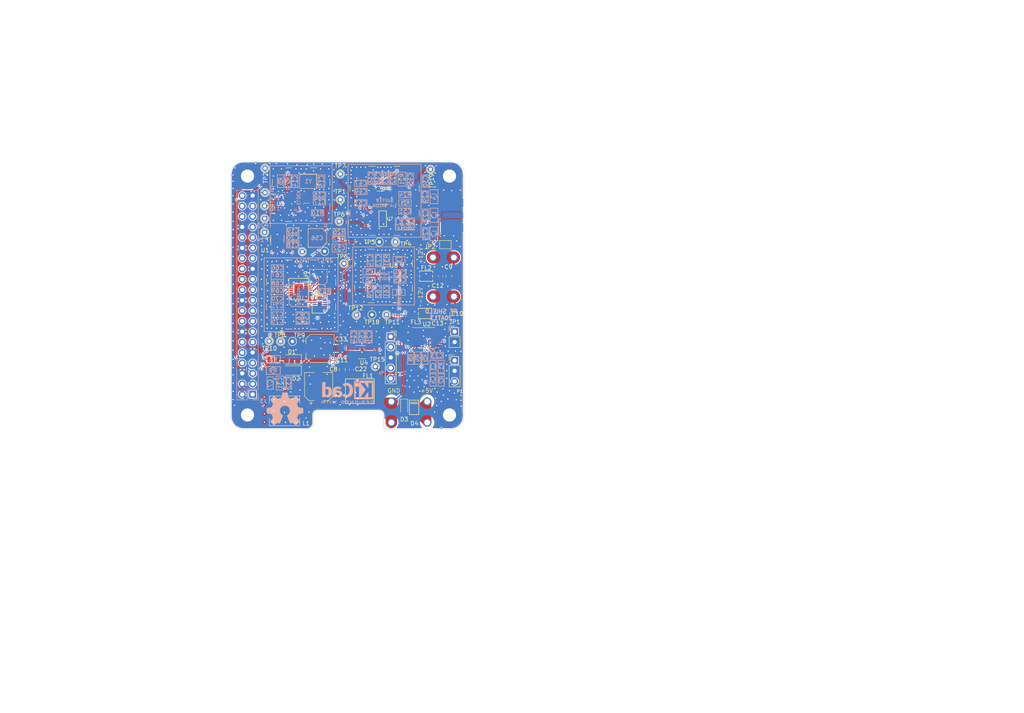
<source format=kicad_pcb>
(kicad_pcb (version 20171130) (host pcbnew "(5.1.4)-1")
  (title_block (date 2019-12-12) (rev "Rev 2"))
  (layers (0 F.Cu signal) (1 In1.Cu signal) (2 In2.Cu power) (31 B.Cu signal) (35 F.Paste user) (36 B.SilkS user) (37 F.SilkS user) (38 B.Mask user) (39 F.Mask user) (44 Edge.Cuts user))
  (net 0 "")
  (net 1 "/Tayoe Mixer sheet/DC_BIAS")
  (net 2 "/Tayoe Mixer sheet/RF_B")
  (net 3 "/Tayoe Mixer sheet/RF_A")
  (net 4 GND)
  (net 5 "/Tayoe Mixer sheet/RF_BUFFERED")
  (net 6 "/Tayoe Mixer sheet/LO_IN_B")
  (net 7 "/Tayoe Mixer sheet/LO_IN_A")
  (net 8 +5V)
  (net 9 /ROT_A)
  (net 10 "/Tayoe Mixer sheet/270_deg")
  (net 11 /ROT_B)
  (net 12 "Net-(C46-Pad2)")
  (net 13 "Net-(R21-Pad2)")
  (net 14 "Net-(C45-Pad2)")
  (net 15 "Net-(R24-Pad2)")
  (net 16 "Net-(C51-Pad1)")
  (net 17 "/Tayoe Mixer sheet/180_deg")
  (net 18 +12V)
  (net 19 "/Tayoe Mixer sheet/0_deg")
  (net 20 "/Tayoe Mixer sheet/90_deg")
  (net 21 "/Tayoe Mixer sheet/RF_IN_A")
  (net 22 +3V3)
  (net 23 -12V)
  (net 24 /right)
  (net 25 /I_OUT)
  (net 26 /left)
  (net 27 /Q_OUT)
  (net 28 "/Tayoe Mixer sheet/LO_IN")
  (net 29 "Net-(C14-Pad2)")
  (net 30 "Net-(C15-Pad2)")
  (net 31 /SCL)
  (net 32 /SDA)
  (net 33 +3.3VA)
  (net 34 "Net-(C11-Pad1)")
  (net 35 "Net-(C12-Pad1)")
  (net 36 "Net-(C10-Pad2)")
  (net 37 "Net-(C10-Pad1)")
  (net 38 "Net-(J3-Pad33)")
  (net 39 "Net-(J3-Pad32)")
  (net 40 "Net-(D1-Pad2)")
  (net 41 "Net-(D2-Pad2)")
  (net 42 "Net-(JP1-Pad1)")
  (net 43 "Net-(D3-Pad1)")
  (net 44 "Net-(D3-Pad2)")
  (net 45 "/Tayoe Mixer sheet/30 MHz Low Pass Filter/IN")
  (net 46 "Net-(C25-Pad1)")
  (net 47 "Net-(C27-Pad1)")
  (net 48 "Net-(U6-Pad12)")
  (net 49 "Net-(U6-Pad2)")
  (net 50 "Net-(TP20-Pad1)")
  (net 51 "Net-(TP21-Pad1)")
  (module Capacitor_SMD:CP_Elec_6.3x5.4 (layer F.Cu) (at 96.6 103.1)
    (fp_text reference C33 (at 5.05 -2.25) (layer F.SilkS))
    (fp_text value 47uF/100uF)
    (pad 2 smd roundrect (at 2.8 0) (size 3.5 1.6) (layers F.Cu F.Paste F.Mask) (roundrect_rratio 0.15625) (net 4 GND))
    (pad 1 smd roundrect (at -2.8 0) (size 3.5 1.6) (layers F.Cu F.Paste F.Mask) (roundrect_rratio 0.15625) (net 8 +5V))
  )
  (module Resistor_SMD:R_0603_1608Metric (layer F.Cu) (at 96.05 70.2)
    (fp_text reference R10 (at -0.05 0) (layer B.SilkS) (effects (justify mirror)))
    (fp_text value 50ohm)
    (pad 2 smd roundrect (at 0.7875 0) (size 0.875 0.95) (layers F.Cu F.Paste F.Mask) (net 4 GND))
    (pad 1 smd roundrect (at -0.7875 0) (size 0.875 0.95) (layers F.Cu F.Paste F.Mask) (net 28 "/Tayoe Mixer sheet/LO_IN"))
  )
  (module athir:testpoint_probe (layer F.Cu) (at 83.15 68.5 90)
    (fp_text reference TP21 (at -0.5 2 90) (layer B.SilkS) (effects (justify mirror)))
    (fp_text value TestPoint)
    (pad 1 thru_hole circle (at 0 0 90) (size 1.3 1.3) (drill 0.8) (layers *.Cu *.Mask) (net 51 "Net-(TP21-Pad1)"))
  )
  (module athir:testpoint_probe (layer F.Cu) (at 83.15 71.55 90)
    (fp_text reference TP20 (at -1.7 -0.05 180) (layer B.SilkS) (effects (justify mirror)))
    (fp_text value TestPoint)
    (pad 1 thru_hole circle (at 0 0 90) (size 1.3 1.3) (drill 0.8) (layers *.Cu *.Mask) (net 50 "Net-(TP20-Pad1)"))
  )
  (module Inductor_SMD:L_0805_2012Metric (layer F.Cu) (at 124.25 66.25 90)
    (fp_text reference L4 (at 0 0 270) (layer B.SilkS) (effects (justify mirror)))
    (fp_text value 120n)
    (pad 2 smd roundrect (at 0.9375 0 90) (size 0.975 1.4) (layers F.Cu F.Paste F.Mask) (net 21 "/Tayoe Mixer sheet/RF_IN_A"))
    (pad 1 smd roundrect (at -0.9375 0 90) (size 0.975 1.4) (layers F.Cu F.Paste F.Mask) (net 47 "Net-(C27-Pad1)"))
  )
  (module Jumper:SolderJumper-2_P1.3mm_Open_TrianglePad1.0x1.5mm (layer F.Cu) (at 127 77.9)
    (fp_text reference JP2 (at -3.7 0.5) (layer F.SilkS))
    (fp_text value SolderJumper_2_Open)
    (pad 1 smd custom (at -0.725 0) (size 0.3 0.3) (layers F.Cu F.Mask) (net 45 "/Tayoe Mixer sheet/30 MHz Low Pass Filter/IN") (options (clearance outline) (anchor rect)) (primitives (gr_poly (pts (xy -0.5 -0.75) (xy 0.5 -0.75) (xy 1 0) (xy 0.5 0.75) (xy -0.5 0.75)) (width 0))))
    (pad 2 smd custom (at 0.725 0) (size 0.3 0.3) (layers F.Cu F.Mask) (net 21 "/Tayoe Mixer sheet/RF_IN_A") (options (clearance outline) (anchor rect)) (primitives (gr_poly (pts (xy -0.65 -0.75) (xy 0.5 -0.75) (xy 0.5 0.75) (xy -0.65 0.75) (xy -0.15 0)) (width 0))))
  )
  (module athir:testpoint_probe (layer F.Cu) (at 123.4 59.6)
    (fp_text reference TP19 (at 0.3 2.8 90) (layer F.SilkS))
    (fp_text value RF_POST_LP)
    (pad 1 thru_hole circle (at 0 0) (size 1.3 1.3) (drill 0.8) (layers *.Cu *.Mask) (net 21 "/Tayoe Mixer sheet/RF_IN_A"))
  )
  (module athir:testpoint_probe (layer F.Cu) (at 109.2 94.9)
    (fp_text reference TP18 (at 0 1.8) (layer F.SilkS))
    (fp_text value GND)
    (pad 1 thru_hole circle (at 0 0) (size 1.3 1.3) (drill 0.8) (layers *.Cu *.Mask) (net 4 GND))
  )
  (module athir:testpoint_probe (layer F.Cu) (at 97.7 79.5)
    (fp_text reference TP17 (at 0 2.4) (layer B.SilkS) (effects (justify mirror)))
    (fp_text value TestPoint)
    (pad 1 thru_hole circle (at 0 0) (size 1.3 1.3) (drill 0.8) (layers *.Cu *.Mask) (net 4 GND))
  )
  (module athir:testpoint_probe (layer F.Cu) (at 92.3 79.6)
    (fp_text reference TP16 (at 0 2.3) (layer B.SilkS) (effects (justify mirror)))
    (fp_text value TestPoint)
    (pad 1 thru_hole circle (at 0 0) (size 1.3 1.3) (drill 0.8) (layers *.Cu *.Mask) (net 28 "/Tayoe Mixer sheet/LO_IN"))
  )
  (module athir:testpoint_probe (layer F.Cu) (at 83.15 74.9)
    (fp_text reference TP14 (at -0.1 1.8 -180) (layer B.SilkS) (effects (justify mirror)))
    (fp_text value 3.3VA)
    (pad 1 thru_hole circle (at 0 0) (size 1.3 1.3) (drill 0.8) (layers *.Cu *.Mask) (net 33 +3.3VA))
  )
  (module athir:testpoint_probe (layer F.Cu) (at 83.25 65.25)
    (fp_text reference TP13 (at 2 0 90) (layer B.SilkS) (effects (justify mirror)))
    (fp_text value SCL)
    (pad 1 thru_hole circle (at 0 0) (size 1.3 1.3) (drill 0.8) (layers *.Cu *.Mask) (net 31 /SCL))
  )
  (module athir:testpoint_probe (layer F.Cu) (at 83.25 59.35)
    (fp_text reference TP2 (at 0.1 2.35 90) (layer F.SilkS))
    (fp_text value SDA)
    (pad 1 thru_hole circle (at 0 0) (size 1.3 1.3) (drill 0.8) (layers *.Cu *.Mask) (net 32 /SDA))
  )
  (module athir:testpoint_probe (layer F.Cu) (at 110 107.5)
    (fp_text reference TP15 (at 0.5 -1.75) (layer F.SilkS))
    (fp_text value 3.3V)
    (pad 1 thru_hole circle (at 0 0) (size 1.3 1.3) (drill 0.8) (layers *.Cu *.Mask) (net 22 +3V3))
  )
  (module athir:testpoint_probe (layer F.Cu) (at 105.4 95)
    (fp_text reference TP12 (at -0.15 -1.7) (layer F.SilkS))
    (fp_text value -12V_TP)
    (pad 1 thru_hole circle (at 0 0) (size 1.3 1.3) (drill 0.8) (layers *.Cu *.Mask) (net 23 -12V))
  )
  (module athir:testpoint_probe (layer F.Cu) (at 112.7 94.9)
    (fp_text reference TP11 (at 1.45 1.8) (layer F.SilkS))
    (fp_text value 12V_TP)
    (pad 1 thru_hole circle (at 0 0) (size 1.3 1.3) (drill 0.8) (layers *.Cu *.Mask) (net 18 +12V))
  )
  (module athir:testpoint_probe (layer F.Cu) (at 89.9 101.4)
    (fp_text reference TP9 (at 1.7 -1.5 180) (layer F.SilkS))
    (fp_text value GND)
    (pad 1 thru_hole circle (at 0 0) (size 1.3 1.3) (drill 0.8) (layers *.Cu *.Mask) (net 4 GND))
  )
  (module athir:testpoint_probe (layer F.Cu) (at 87.05 101.4 180)
    (fp_text reference TP8 (at 0.2 1.55 180) (layer F.SilkS))
    (fp_text value LO_B)
    (pad 1 thru_hole circle (at 0 0 180) (size 1.3 1.3) (drill 0.8) (layers *.Cu *.Mask) (net 7 "/Tayoe Mixer sheet/LO_IN_A"))
  )
  (module athir:testpoint_probe (layer F.Cu) (at 101.5 60.75)
    (fp_text reference TP7 (at 0 -2) (layer F.SilkS))
    (fp_text value RF_A)
    (pad 1 thru_hole circle (at 0 0) (size 1.3 1.3) (drill 0.8) (layers *.Cu *.Mask) (net 3 "/Tayoe Mixer sheet/RF_A"))
  )
  (module athir:testpoint_probe (layer F.Cu) (at 101.25 72.25 270)
    (fp_text reference TP6 (at -1.7 0 180) (layer F.SilkS))
    (fp_text value RF_B)
    (pad 1 thru_hole circle (at 0 0 270) (size 1.3 1.3) (drill 0.8) (layers *.Cu *.Mask) (net 2 "/Tayoe Mixer sheet/RF_B"))
  )
  (module athir:testpoint_probe (layer F.Cu) (at 102.4 82.5 180)
    (fp_text reference TP5 (at 0.4 1.75) (layer F.SilkS))
    (fp_text value LO_A)
    (pad 1 thru_hole circle (at 0 0 180) (size 1.3 1.3) (drill 0.8) (layers *.Cu *.Mask) (net 6 "/Tayoe Mixer sheet/LO_IN_B"))
  )
  (module athir:testpoint_probe (layer F.Cu) (at 114.9 77.25)
    (fp_text reference TP4 (at 2.5 0.5) (layer F.SilkS))
    (fp_text value RF_BUFFERED)
    (pad 1 thru_hole circle (at 0 0) (size 1.3 1.3) (drill 0.8) (layers *.Cu *.Mask) (net 5 "/Tayoe Mixer sheet/RF_BUFFERED"))
  )
  (module athir:testpoint_probe (layer F.Cu) (at 111 77.25 90)
    (fp_text reference TP3 (at -0.05 -2.4 180) (layer F.SilkS))
    (fp_text value GND)
    (pad 1 thru_hole circle (at 0 0 90) (size 1.3 1.3) (drill 0.8) (layers *.Cu *.Mask) (net 4 GND))
  )
  (module athir:testpoint_probe (layer F.Cu) (at 101.5 67)
    (fp_text reference TP1 (at 0 -2) (layer F.SilkS))
    (fp_text value RF_DC_BIAS)
    (pad 1 thru_hole circle (at 0 0) (size 1.3 1.3) (drill 0.8) (layers *.Cu *.Mask) (net 1 "/Tayoe Mixer sheet/DC_BIAS"))
  )
  (module athir:testpoint_probe (layer F.Cu) (at 84.25 101.3)
    (fp_text reference TP10 (at 0.05 1.8) (layer F.SilkS))
    (fp_text value 5V_TP)
    (pad 1 thru_hole circle (at 0 0) (size 1.3 1.3) (drill 0.8) (layers *.Cu *.Mask) (net 8 +5V))
  )
  (module Capacitor_SMD:C_0603_1608Metric (layer F.Cu) (at 89 111.5 270)
    (fp_text reference C32 (at 0 0 90) (layer B.SilkS) (effects (justify mirror)))
    (fp_text value 100nF)
    (pad 2 smd roundrect (at 0.7875 0 270) (size 0.875 0.95) (layers F.Cu F.Paste F.Mask) (net 8 +5V))
    (pad 1 smd roundrect (at -0.7875 0 270) (size 0.875 0.95) (layers F.Cu F.Paste F.Mask) (net 4 GND))
  )
  (module Capacitor_SMD:C_0805_2012Metric (layer F.Cu) (at 86.9 111.5 90)
    (fp_text reference C31 (at 0 0 90) (layer B.SilkS) (effects (justify mirror)))
    (fp_text value 22uF)
    (pad 2 smd roundrect (at 0.9375 0 90) (size 0.975 1.4) (layers F.Cu F.Paste F.Mask) (net 4 GND))
    (pad 1 smd roundrect (at -0.9375 0 90) (size 0.975 1.4) (layers F.Cu F.Paste F.Mask) (net 8 +5V))
  )
  (module Symbol:OSHW-Symbol_8.9x8mm_SilkScreen (layer B.Cu) (at 88.1 117.8 180)
    (fp_text reference REF** hide)
    (fp_text value OSHW-Symbol_8.9x8mm_SilkScreen hide)
  )
  (module Symbol:KiCad-Logo2_5mm_SilkScreen (layer B.Cu) (at 103.3 113.5 180)
    (fp_text reference REF** hide)
    (fp_text value KiCad-Logo2_5mm_SilkScreen hide)
  )
  (module athir:PVQFN16 (layer F.Cu) (at 91.4 88.7 90)
    (fp_text reference U9 (at 3.41 1.84 90) (layer F.SilkS))
    (fp_text value 74CBTLV3253)
    (pad 15 smd rect (at -1.25 1.725 180) (size 0.85 0.28) (layers F.Cu F.Paste F.Mask) (net 4 GND))
    (pad 14 smd rect (at -0.75 1.725 180) (size 0.85 0.28) (layers F.Cu F.Paste F.Mask) (net 6 "/Tayoe Mixer sheet/LO_IN_B"))
    (pad 13 smd rect (at -0.25 1.725 180) (size 0.85 0.28) (layers F.Cu F.Paste F.Mask) (net 20 "/Tayoe Mixer sheet/90_deg"))
    (pad 12 smd rect (at 0.25 1.725 180) (size 0.85 0.28) (layers F.Cu F.Paste F.Mask) (net 19 "/Tayoe Mixer sheet/0_deg"))
    (pad 11 smd rect (at 0.75 1.725 180) (size 0.85 0.28) (layers F.Cu F.Paste F.Mask) (net 10 "/Tayoe Mixer sheet/270_deg"))
    (pad 7 smd rect (at 1.25 -1.725 180) (size 0.85 0.28) (layers F.Cu F.Paste F.Mask) (net 2 "/Tayoe Mixer sheet/RF_B"))
    (pad 6 smd rect (at 0.75 -1.725 180) (size 0.85 0.28) (layers F.Cu F.Paste F.Mask) (net 19 "/Tayoe Mixer sheet/0_deg"))
    (pad 5 smd rect (at 0.25 -1.725 180) (size 0.85 0.28) (layers F.Cu F.Paste F.Mask) (net 20 "/Tayoe Mixer sheet/90_deg"))
    (pad 4 smd rect (at -0.25 -1.725 180) (size 0.85 0.28) (layers F.Cu F.Paste F.Mask) (net 17 "/Tayoe Mixer sheet/180_deg"))
    (pad 3 smd rect (at -0.75 -1.725 180) (size 0.85 0.28) (layers F.Cu F.Paste F.Mask) (net 10 "/Tayoe Mixer sheet/270_deg"))
    (pad 10 smd rect (at 1.25 1.725 180) (size 0.85 0.28) (layers F.Cu F.Paste F.Mask) (net 17 "/Tayoe Mixer sheet/180_deg"))
    (pad 2 smd rect (at -1.25 -1.725 180) (size 0.85 0.28) (layers F.Cu F.Paste F.Mask) (net 7 "/Tayoe Mixer sheet/LO_IN_A"))
    (pad 8 smd rect (at 1.975 -0.75 90) (size 0.85 0.28) (layers F.Cu F.Paste F.Mask) (net 4 GND))
    (pad 9 smd rect (at 1.975 0.75 90) (size 0.85 0.28) (layers F.Cu F.Paste F.Mask) (net 3 "/Tayoe Mixer sheet/RF_A"))
    (pad "" smd rect (at 0 0 90) (size 2.55 2.05) (layers F.Cu F.Paste F.Mask))
    (pad 16 smd rect (at -1.975 0.75 90) (size 0.85 0.28) (layers F.Cu F.Paste F.Mask) (net 22 +3V3))
    (pad 1 smd rect (at -1.975 -0.75 90) (size 0.85 0.28) (layers F.Cu F.Paste F.Mask) (net 4 GND))
  )
  (module athir:74LVC74ABQ (layer F.Cu) (at 96.51 92.42 180)
    (fp_text reference U6 (at 1 2.89) (layer F.SilkS))
    (fp_text value 74LVC74ABQ)
    (pad 10 smd rect (at 1.28 0.51 180) (size 0.9 0.24) (layers F.Cu F.Paste F.Mask) (net 22 +3V3))
    (pad 11 smd rect (at 1.28 0.01 180) (size 0.9 0.24) (layers F.Cu F.Paste F.Mask) (net 28 "/Tayoe Mixer sheet/LO_IN"))
    (pad 12 smd rect (at 1.28 -0.49 180) (size 0.9 0.24) (layers F.Cu F.Paste F.Mask) (net 48 "Net-(U6-Pad12)"))
    (pad 9 smd rect (at 1.28 1.01 180) (size 0.9 0.24) (layers F.Cu F.Paste F.Mask) (net 6 "/Tayoe Mixer sheet/LO_IN_B"))
    (pad 3 smd rect (at -1.32 -0.49 180) (size 0.9 0.24) (layers F.Cu F.Paste F.Mask) (net 28 "/Tayoe Mixer sheet/LO_IN"))
    (pad 7 smd rect (at -0.22 1.57 270) (size 0.9 0.24) (layers F.Cu F.Paste F.Mask) (net 4 GND))
    (pad 8 smd rect (at 0.18 1.56 270) (size 0.9 0.24) (layers F.Cu F.Paste F.Mask) (net 49 "Net-(U6-Pad2)"))
    (pad 13 smd rect (at 1.28 -0.99 180) (size 0.9 0.24) (layers F.Cu F.Paste F.Mask) (net 22 +3V3))
    (pad "" smd rect (at -0.02 0.01 270) (size 1.4 0.9) (layers F.Cu F.Paste F.Mask))
    (pad 1 smd rect (at -0.22 -1.54 270) (size 0.9 0.24) (layers F.Cu F.Paste F.Mask) (net 22 +3V3))
    (pad 5 smd rect (at -1.32 0.51 180) (size 0.9 0.24) (layers F.Cu F.Paste F.Mask) (net 48 "Net-(U6-Pad12)"))
    (pad 4 smd rect (at -1.32 0.01 180) (size 0.9 0.24) (layers F.Cu F.Paste F.Mask) (net 22 +3V3))
    (pad 14 smd rect (at 0.18 -1.54 270) (size 0.9 0.24) (layers F.Cu F.Paste F.Mask) (net 22 +3V3))
    (pad 6 smd rect (at -1.32 1.01 180) (size 0.9 0.24) (layers F.Cu F.Paste F.Mask) (net 7 "/Tayoe Mixer sheet/LO_IN_A"))
    (pad 2 smd rect (at -1.32 -0.99 180) (size 0.9 0.24) (layers F.Cu F.Paste F.Mask) (net 49 "Net-(U6-Pad2)"))
  )
  (module Inductor_SMD:L_0805_2012Metric (layer F.Cu) (at 124.25 70.75 90)
    (fp_text reference L3 (at 0 0 270) (layer B.SilkS) (effects (justify mirror)))
    (fp_text value 100n)
    (pad 2 smd roundrect (at 0.9375 0 90) (size 0.975 1.4) (layers F.Cu F.Paste F.Mask) (net 47 "Net-(C27-Pad1)"))
    (pad 1 smd roundrect (at -0.9375 0 90) (size 0.975 1.4) (layers F.Cu F.Paste F.Mask) (net 46 "Net-(C25-Pad1)"))
  )
  (module Inductor_SMD:L_0805_2012Metric (layer F.Cu) (at 124.25 75.25 90)
    (fp_text reference L2 (at 0 0 270) (layer B.SilkS) (effects (justify mirror)))
    (fp_text value 180n)
    (pad 2 smd roundrect (at 0.9375 0 90) (size 0.975 1.4) (layers F.Cu F.Paste F.Mask) (net 46 "Net-(C25-Pad1)"))
    (pad 1 smd roundrect (at -0.9375 0 90) (size 0.975 1.4) (layers F.Cu F.Paste F.Mask) (net 45 "/Tayoe Mixer sheet/30 MHz Low Pass Filter/IN"))
  )
  (module Capacitor_SMD:C_0603_1608Metric (layer F.Cu) (at 122.2 62.5 90)
    (fp_text reference C30 (at 0.0125 0 90) (layer B.SilkS) (effects (justify mirror)))
    (fp_text value 270p)
    (pad 2 smd roundrect (at 0.7875 0 90) (size 0.875 0.95) (layers F.Cu F.Paste F.Mask) (net 4 GND))
    (pad 1 smd roundrect (at -0.7875 0 90) (size 0.875 0.95) (layers F.Cu F.Paste F.Mask) (net 21 "/Tayoe Mixer sheet/RF_IN_A"))
  )
  (module Capacitor_SMD:C_0603_1608Metric (layer F.Cu) (at 122.1 66.25 270)
    (fp_text reference C29 (at 0 0 270) (layer B.SilkS) (effects (justify mirror)))
    (fp_text value 130p)
    (pad 2 smd roundrect (at 0.7875 0 270) (size 0.875 0.95) (layers F.Cu F.Paste F.Mask) (net 47 "Net-(C27-Pad1)"))
    (pad 1 smd roundrect (at -0.7875 0 270) (size 0.875 0.95) (layers F.Cu F.Paste F.Mask) (net 21 "/Tayoe Mixer sheet/RF_IN_A"))
  )
  (module Capacitor_SMD:C_0603_1608Metric (layer F.Cu) (at 118.8 72.9 270)
    (fp_text reference C28 (at 0 0 90) (layer B.SilkS) (effects (justify mirror)))
    (fp_text value 270p)
    (pad 2 smd roundrect (at 0.7875 0 270) (size 0.875 0.95) (layers F.Cu F.Paste F.Mask) (net 4 GND))
    (pad 1 smd roundrect (at -0.7875 0 270) (size 0.875 0.95) (layers F.Cu F.Paste F.Mask) (net 47 "Net-(C27-Pad1)"))
  )
  (module Capacitor_SMD:C_0603_1608Metric (layer F.Cu) (at 122.2 70.75 270)
    (fp_text reference C27 (at 0 0 270) (layer B.SilkS) (effects (justify mirror)))
    (fp_text value 220p)
    (pad 2 smd roundrect (at 0.7875 0 270) (size 0.875 0.95) (layers F.Cu F.Paste F.Mask) (net 46 "Net-(C25-Pad1)"))
    (pad 1 smd roundrect (at -0.7875 0 270) (size 0.875 0.95) (layers F.Cu F.Paste F.Mask) (net 47 "Net-(C27-Pad1)"))
  )
  (module Capacitor_SMD:C_0603_1608Metric (layer F.Cu) (at 117.2 72.9 270)
    (fp_text reference C26 (at 0 0 270) (layer B.SilkS) (effects (justify mirror)))
    (fp_text value 330p)
    (pad 2 smd roundrect (at 0.7875 0 270) (size 0.875 0.95) (layers F.Cu F.Paste F.Mask) (net 4 GND))
    (pad 1 smd roundrect (at -0.7875 0 270) (size 0.875 0.95) (layers F.Cu F.Paste F.Mask) (net 46 "Net-(C25-Pad1)"))
  )
  (module Capacitor_SMD:C_0603_1608Metric (layer F.Cu) (at 122.2 75.25 270)
    (fp_text reference C25 (at 0 0 270) (layer B.SilkS) (effects (justify mirror)))
    (fp_text value 39p)
    (pad 2 smd roundrect (at 0.7875 0 270) (size 0.875 0.95) (layers F.Cu F.Paste F.Mask) (net 45 "/Tayoe Mixer sheet/30 MHz Low Pass Filter/IN"))
    (pad 1 smd roundrect (at -0.7875 0 270) (size 0.875 0.95) (layers F.Cu F.Paste F.Mask) (net 46 "Net-(C25-Pad1)"))
  )
  (module Capacitor_SMD:C_0603_1608Metric (layer F.Cu) (at 115.6 72.9 90)
    (fp_text reference C24 (at 0 0 90) (layer B.SilkS) (effects (justify mirror)))
    (fp_text value 330p)
    (pad 2 smd roundrect (at 0.7875 0 90) (size 0.875 0.95) (layers F.Cu F.Paste F.Mask) (net 4 GND))
    (pad 1 smd roundrect (at -0.7875 0 90) (size 0.875 0.95) (layers F.Cu F.Paste F.Mask) (net 45 "/Tayoe Mixer sheet/30 MHz Low Pass Filter/IN"))
  )
  (module athir:SOD128 (layer F.Cu) (at 119.4 117.4 270)
    (fp_text reference D4 (at 3.9 -0.1 180) (layer F.SilkS))
    (fp_text value D_Small_ALT)
    (pad 2 smd rect (at 2.2 0 270) (size 1.4 2) (layers F.Cu F.Paste F.Mask) (net 44 "Net-(D3-Pad2)"))
    (pad 1 smd rect (at -2.2 0 270) (size 1.4 2) (layers F.Cu F.Paste F.Mask) (net 43 "Net-(D3-Pad1)"))
  )
  (module MountingHole:MountingHole_3.2mm_M3_Pad (layer F.Cu) (at 79 119.25)
    (fp_text reference MH4 hide)
    (fp_text value MountingHole_Pad)
    (pad 1 thru_hole circle (at 0 0) (size 6.4 6.4) (drill 3.2) (layers *.Cu *.Mask) (net 4 GND))
  )
  (module MountingHole:MountingHole_3.2mm_M3_Pad (layer F.Cu) (at 128 119.25)
    (fp_text reference MH3 hide)
    (fp_text value MountingHole_Pad)
    (pad 1 thru_hole circle (at 0 0) (size 6.4 6.4) (drill 3.2) (layers *.Cu *.Mask) (net 4 GND))
  )
  (module MountingHole:MountingHole_3.2mm_M3_Pad (layer F.Cu) (at 128 61.25)
    (fp_text reference MH2 hide)
    (fp_text value MountingHole_Pad)
    (pad 1 thru_hole circle (at 0 0) (size 6.4 6.4) (drill 3.2) (layers *.Cu *.Mask) (net 4 GND))
  )
  (module MountingHole:MountingHole_3.2mm_M3_Pad (layer F.Cu) (at 79 61.25)
    (fp_text reference MH1 hide)
    (fp_text value MountingHole_Pad)
    (pad 1 thru_hole circle (at 0 0) (size 6.4 6.4) (drill 3.2) (layers *.Cu *.Mask) (net 4 GND))
  )
  (module athir:SMA_Edge-mount (layer B.Cu) (at 128.75 70.75)
    (fp_text reference J2 hide)
    (fp_text value ANT)
    (pad 2 smd rect (at 0 -3 270) (size 2 5.08) (layers F.Cu F.Paste F.Mask) (net 4 GND))
    (pad 2 smd rect (at 0 3 270) (size 2 5.08) (layers F.Cu F.Paste F.Mask) (net 4 GND))
    (pad 2 smd rect (at 0 -3 270) (size 2 5.08) (layers B.Cu B.Paste B.Mask) (net 4 GND))
    (pad 2 smd rect (at 0 3 270) (size 2 5.08) (layers B.Cu B.Paste B.Mask) (net 4 GND))
    (pad 1 smd rect (at 0 0 270) (size 1.5 5.08) (layers B.Cu B.Paste B.Mask) (net 45 "/Tayoe Mixer sheet/30 MHz Low Pass Filter/IN"))
  )
  (module athir:FASTON63951-1 (layer F.Cu) (at 122.6 116 270)
    (fp_text reference J4 hide)
    (fp_text value 5_VIN)
    (pad 1 thru_hole circle (at 5.08 0 270) (size 2 2) (drill 1.4) (layers *.Cu *.Mask) (net 44 "Net-(D3-Pad2)") (clearance 0.75))
    (pad 1 thru_hole circle (at 0 0 270) (size 2 2) (drill 1.4) (layers *.Cu *.Mask) (net 44 "Net-(D3-Pad2)") (clearance 0.75))
  )
  (module athir:FASTON63951-1 (layer F.Cu) (at 124 90.5)
    (fp_text reference J12 hide)
    (fp_text value 12N_VIN)
    (pad 1 thru_hole circle (at 5.08 0) (size 2 2) (drill 1.4) (layers *.Cu *.Mask) (net 37 "Net-(C10-Pad1)") (clearance 0.75))
    (pad 1 thru_hole circle (at 0 0) (size 2 2) (drill 1.4) (layers *.Cu *.Mask) (net 37 "Net-(C10-Pad1)") (clearance 0.75))
  )
  (module athir:FASTON63951-1 (layer F.Cu) (at 124 81)
    (fp_text reference J10 hide)
    (fp_text value 12P_VIN)
    (pad 1 thru_hole circle (at 5.08 0) (size 2 2) (drill 1.4) (layers *.Cu *.Mask) (net 35 "Net-(C12-Pad1)") (clearance 0.75))
    (pad 1 thru_hole circle (at 0 0) (size 2 2) (drill 1.4) (layers *.Cu *.Mask) (net 35 "Net-(C12-Pad1)") (clearance 0.75))
  )
  (module athir:FASTON63951-1 (layer F.Cu) (at 113.9 116 270)
    (fp_text reference J9 hide)
    (fp_text value GND_IN)
    (pad 1 thru_hole circle (at 5.08 0 270) (size 2 2) (drill 1.4) (layers *.Cu *.Mask) (net 36 "Net-(C10-Pad2)") (clearance 0.75))
    (pad 1 thru_hole circle (at 0 0 270) (size 2 2) (drill 1.4) (layers *.Cu *.Mask) (net 36 "Net-(C10-Pad2)") (clearance 0.75))
  )
  (module Capacitor_SMD:C_0603_1608Metric (layer F.Cu) (at 115.75 89.5)
    (fp_text reference C1 (at -0.05 0) (layer B.SilkS) (effects (justify mirror)))
    (fp_text value "DC BLOCK")
    (pad 2 smd roundrect (at 0.7875 0) (size 0.875 0.95) (layers F.Cu F.Paste F.Mask) (net 24 /right))
    (pad 1 smd roundrect (at -0.7875 0) (size 0.875 0.95) (layers F.Cu F.Paste F.Mask) (net 25 /I_OUT))
  )
  (module Diode_SMD:D_SOD-323_HandSoldering (layer F.Cu) (at 117 117.3 270)
    (fp_text reference D3 (at 3 0 180) (layer F.SilkS))
    (fp_text value D_Small_ALT)
    (pad 2 smd rect (at 1.25 0 270) (size 1 1) (layers F.Cu F.Paste F.Mask) (net 44 "Net-(D3-Pad2)"))
    (pad 1 smd rect (at -1.25 0 270) (size 1 1) (layers F.Cu F.Paste F.Mask) (net 43 "Net-(D3-Pad1)"))
  )
  (module Package_SO:SOIC-8_3.9x4.9mm_P1.27mm (layer F.Cu) (at 122.5 100.6)
    (fp_text reference U2 (at 0 -3.4) (layer F.SilkS))
    (fp_text value CAT24C128)
    (pad 8 smd roundrect (at 2.475 -1.905) (size 1.95 0.6) (layers F.Cu F.Paste F.Mask) (net 22 +3V3))
    (pad 7 smd roundrect (at 2.475 -0.635) (size 1.95 0.6) (layers F.Cu F.Paste F.Mask) (net 42 "Net-(JP1-Pad1)"))
    (pad 6 smd roundrect (at 2.475 0.635) (size 1.95 0.6) (layers F.Cu F.Paste F.Mask) (net 31 /SCL))
    (pad 5 smd roundrect (at 2.475 1.905) (size 1.95 0.6) (layers F.Cu F.Paste F.Mask) (net 32 /SDA))
    (pad 4 smd roundrect (at -2.475 1.905) (size 1.95 0.6) (layers F.Cu F.Paste F.Mask) (net 4 GND))
    (pad 3 smd roundrect (at -2.475 0.635) (size 1.95 0.6) (layers F.Cu F.Paste F.Mask) (net 4 GND))
    (pad 2 smd roundrect (at -2.475 -0.635) (size 1.95 0.6) (layers F.Cu F.Paste F.Mask) (net 4 GND))
    (pad 1 smd roundrect (at -2.475 -1.905) (size 1.95 0.6) (layers F.Cu F.Paste F.Mask) (net 4 GND))
  )
  (module Resistor_SMD:R_0805_2012Metric (layer F.Cu) (at 85.25 108.45)
    (fp_text reference R9 (at -0.05 0) (layer B.SilkS) (effects (justify mirror)))
    (fp_text value 100)
    (pad 2 smd roundrect (at 0.9375 0) (size 0.975 1.4) (layers F.Cu F.Paste F.Mask) (net 41 "Net-(D2-Pad2)"))
    (pad 1 smd roundrect (at -0.9375 0) (size 0.975 1.4) (layers F.Cu F.Paste F.Mask) (net 38 "Net-(J3-Pad33)"))
  )
  (module Resistor_SMD:R_0603_1608Metric (layer F.Cu) (at 118.6 105.45 90)
    (fp_text reference R8 (at 0.1 0.05 -90) (layer B.SilkS) (effects (justify mirror)))
    (fp_text value 3k9)
    (pad 2 smd roundrect (at 0.7875 0 90) (size 0.875 0.95) (layers F.Cu F.Paste F.Mask) (net 32 /SDA))
    (pad 1 smd roundrect (at -0.7875 0 90) (size 0.875 0.95) (layers F.Cu F.Paste F.Mask) (net 22 +3V3))
  )
  (module Resistor_SMD:R_0603_1608Metric (layer F.Cu) (at 122 105.45 90)
    (fp_text reference R5 (at 0.05 0.05 -90) (layer B.SilkS) (effects (justify mirror)))
    (fp_text value 3k9)
    (pad 2 smd roundrect (at 0.7875 0 90) (size 0.875 0.95) (layers F.Cu F.Paste F.Mask) (net 31 /SCL))
    (pad 1 smd roundrect (at -0.7875 0 90) (size 0.875 0.95) (layers F.Cu F.Paste F.Mask) (net 22 +3V3))
  )
  (module Resistor_SMD:R_0603_1608Metric (layer F.Cu) (at 120.3 105.45 90)
    (fp_text reference R4 (at 0.05 0 -90) (layer B.SilkS) (effects (justify mirror)))
    (fp_text value 1k)
    (pad 2 smd roundrect (at 0.7875 0 90) (size 0.875 0.95) (layers F.Cu F.Paste F.Mask) (net 42 "Net-(JP1-Pad1)"))
    (pad 1 smd roundrect (at -0.7875 0 90) (size 0.875 0.95) (layers F.Cu F.Paste F.Mask) (net 22 +3V3))
  )
  (module Resistor_SMD:R_0805_2012Metric (layer F.Cu) (at 85.25 105.75)
    (fp_text reference R3 (at 0 0) (layer B.SilkS) (effects (justify mirror)))
    (fp_text value 100)
    (pad 2 smd roundrect (at 0.9375 0) (size 0.975 1.4) (layers F.Cu F.Paste F.Mask) (net 40 "Net-(D1-Pad2)"))
    (pad 1 smd roundrect (at -0.9375 0) (size 0.975 1.4) (layers F.Cu F.Paste F.Mask) (net 39 "Net-(J3-Pad32)"))
  )
  (module Connector_PinHeader_2.54mm:PinHeader_1x02_P2.54mm_Vertical (layer F.Cu) (at 129.25 99)
    (fp_text reference JP1 (at 0 -2.33) (layer F.SilkS))
    (fp_text value Jumper_2_Open)
    (pad 2 thru_hole oval (at 0 2.54) (size 1.7 1.7) (drill 1) (layers *.Cu *.Mask) (net 4 GND))
    (pad 1 thru_hole rect (at 0 0) (size 1.7 1.7) (drill 1) (layers *.Cu *.Mask) (net 42 "Net-(JP1-Pad1)"))
  )
  (module Diode_SMD:D_1206_3216Metric (layer F.Cu) (at 89.8 108.45 180)
    (fp_text reference D2 (at -1 -1.95) (layer F.SilkS))
    (fp_text value LED)
    (pad 2 smd roundrect (at 1.4 0 180) (size 1.25 1.75) (layers F.Cu F.Paste F.Mask) (roundrect_rratio 0.2) (net 41 "Net-(D2-Pad2)"))
    (pad 1 smd roundrect (at -1.4 0 180) (size 1.25 1.75) (layers F.Cu F.Paste F.Mask) (roundrect_rratio 0.2) (net 4 GND))
  )
  (module Diode_SMD:D_1206_3216Metric (layer F.Cu) (at 89.8 105.75 180)
    (fp_text reference D1 (at 0.05 1.8) (layer F.SilkS))
    (fp_text value LED)
    (pad 2 smd roundrect (at 1.4 0 180) (size 1.25 1.75) (layers F.Cu F.Paste F.Mask) (roundrect_rratio 0.2) (net 40 "Net-(D1-Pad2)"))
    (pad 1 smd roundrect (at -1.4 0 180) (size 1.25 1.75) (layers F.Cu F.Paste F.Mask) (roundrect_rratio 0.2) (net 4 GND))
  )
  (module Capacitor_SMD:C_0603_1608Metric (layer F.Cu) (at 124.95 104.8 180)
    (fp_text reference C23 (at -0.05 -0.05) (layer B.SilkS) (effects (justify mirror)))
    (fp_text value 100nF)
    (pad 2 smd roundrect (at 0.7875 0 180) (size 0.875 0.95) (layers F.Cu F.Paste F.Mask) (net 22 +3V3))
    (pad 1 smd roundrect (at -0.7875 0 180) (size 0.875 0.95) (layers F.Cu F.Paste F.Mask) (net 4 GND))
  )
  (module Inductor_SMD:L_Wuerth_HCM-7050 (layer F.Cu) (at 88 118.25 180)
    (fp_text reference L1 (at -5.2 -3.05) (layer F.SilkS))
    (fp_text value 47+uH)
    (pad 2 smd rect (at 2.65 0 180) (size 2 3.1) (layers F.Cu F.Paste F.Mask) (net 8 +5V))
    (pad 1 smd rect (at -2.65 0 180) (size 2 3.1) (layers F.Cu F.Paste F.Mask) (net 34 "Net-(C11-Pad1)"))
  )
  (module Capacitor_SMD:C_0805_2012Metric (layer F.Cu) (at 84.5 111.5 90)
    (fp_text reference C7 (at -0.05 0 90) (layer B.SilkS) (effects (justify mirror)))
    (fp_text value 22uF)
    (pad 2 smd roundrect (at 0.9375 0 90) (size 0.975 1.4) (layers F.Cu F.Paste F.Mask) (net 4 GND))
    (pad 1 smd roundrect (at -0.9375 0 90) (size 0.975 1.4) (layers F.Cu F.Paste F.Mask) (net 8 +5V))
  )
  (module athir:ACP3225 (layer F.Cu) (at 122.05 94.6 180)
    (fp_text reference FL3 (at 2.2 -2.1) (layer F.SilkS))
    (fp_text value ACP3225)
    (pad 3 smd rect (at 1.4 0.575 180) (size 0.9 0.4) (layers F.Cu F.Paste F.Mask) (net 4 GND))
    (pad 4 smd rect (at 1.4 -0.575 180) (size 0.9 0.4) (layers F.Cu F.Paste F.Mask) (net 23 -12V))
    (pad 2 smd rect (at -1.4 0.575 180) (size 0.9 0.4) (layers F.Cu F.Paste F.Mask) (net 36 "Net-(C10-Pad2)"))
    (pad 1 smd rect (at -1.4 -0.575 180) (size 0.9 0.4) (layers F.Cu F.Paste F.Mask) (net 37 "Net-(C10-Pad1)"))
  )
  (module athir:ACP3225 (layer F.Cu) (at 122.35 85.55 180)
    (fp_text reference FL2 (at 0 2) (layer F.SilkS))
    (fp_text value ACP3225)
    (pad 3 smd rect (at 1.4 0.575 180) (size 0.9 0.4) (layers F.Cu F.Paste F.Mask) (net 4 GND))
    (pad 4 smd rect (at 1.4 -0.575 180) (size 0.9 0.4) (layers F.Cu F.Paste F.Mask) (net 18 +12V))
    (pad 2 smd rect (at -1.4 0.575 180) (size 0.9 0.4) (layers F.Cu F.Paste F.Mask) (net 36 "Net-(C10-Pad2)"))
    (pad 1 smd rect (at -1.4 -0.575 180) (size 0.9 0.4) (layers F.Cu F.Paste F.Mask) (net 35 "Net-(C12-Pad1)"))
  )
  (module Capacitor_SMD:C_0805_2012Metric (layer F.Cu) (at 101.25 78.75)
    (fp_text reference C52 (at 0 0) (layer B.SilkS) (effects (justify mirror)))
    (fp_text value 22uF)
    (pad 2 smd roundrect (at 0.9375 0) (size 0.975 1.4) (layers F.Cu F.Paste F.Mask) (net 4 GND))
    (pad 1 smd roundrect (at -0.9375 0) (size 0.975 1.4) (layers F.Cu F.Paste F.Mask) (net 1 "/Tayoe Mixer sheet/DC_BIAS"))
  )
  (module Capacitor_SMD:C_0603_1608Metric (layer F.Cu) (at 104.25 108.25 90)
    (fp_text reference C22 (at 0.15 2.25 180) (layer F.SilkS))
    (fp_text value 100nF)
    (pad 2 smd roundrect (at 0.7875 0 90) (size 0.875 0.95) (layers F.Cu F.Paste F.Mask) (net 4 GND))
    (pad 1 smd roundrect (at -0.7875 0 90) (size 0.875 0.95) (layers F.Cu F.Paste F.Mask) (net 34 "Net-(C11-Pad1)"))
  )
  (module Capacitor_SMD:C_0603_1608Metric (layer F.Cu) (at 125.4 94.6 90)
    (fp_text reference C13 (at -2.4 -0.3) (layer F.SilkS))
    (fp_text value 100nF)
    (pad 2 smd roundrect (at 0.7875 0 90) (size 0.875 0.95) (layers F.Cu F.Paste F.Mask) (net 36 "Net-(C10-Pad2)"))
    (pad 1 smd roundrect (at -0.7875 0 90) (size 0.875 0.95) (layers F.Cu F.Paste F.Mask) (net 37 "Net-(C10-Pad1)"))
  )
  (module Capacitor_SMD:C_0603_1608Metric (layer F.Cu) (at 125.85 85.55 90)
    (fp_text reference C12 (at -2.3 -0.7 180) (layer F.SilkS))
    (fp_text value 100nF)
    (pad 2 smd roundrect (at 0.7875 0 90) (size 0.875 0.95) (layers F.Cu F.Paste F.Mask) (net 36 "Net-(C10-Pad2)"))
    (pad 1 smd roundrect (at -0.7875 0 90) (size 0.875 0.95) (layers F.Cu F.Paste F.Mask) (net 35 "Net-(C12-Pad1)"))
  )
  (module Capacitor_SMD:C_0805_2012Metric (layer F.Cu) (at 102 108.25 90)
    (fp_text reference C11 (at 2.3 -0.05 180) (layer F.SilkS))
    (fp_text value 22uF)
    (pad 2 smd roundrect (at 0.9375 0 90) (size 0.975 1.4) (layers F.Cu F.Paste F.Mask) (net 4 GND))
    (pad 1 smd roundrect (at -0.9375 0 90) (size 0.975 1.4) (layers F.Cu F.Paste F.Mask) (net 34 "Net-(C11-Pad1)"))
  )
  (module Capacitor_SMD:C_0805_2012Metric (layer F.Cu) (at 127.4 94.6 90)
    (fp_text reference C10 (at -0.05 2.5 180) (layer F.SilkS))
    (fp_text value 22uF)
    (pad 2 smd roundrect (at 0.9375 0 90) (size 0.975 1.4) (layers F.Cu F.Paste F.Mask) (net 36 "Net-(C10-Pad2)"))
    (pad 1 smd roundrect (at -0.9375 0 90) (size 0.975 1.4) (layers F.Cu F.Paste F.Mask) (net 37 "Net-(C10-Pad1)"))
  )
  (module Capacitor_SMD:C_0805_2012Metric (layer F.Cu) (at 127.85 85.55 90)
    (fp_text reference C9 (at 2.25 -0.1 180) (layer F.SilkS))
    (fp_text value 22uF)
    (pad 2 smd roundrect (at 0.9375 0 90) (size 0.975 1.4) (layers F.Cu F.Paste F.Mask) (net 36 "Net-(C10-Pad2)"))
    (pad 1 smd roundrect (at -0.9375 0 90) (size 0.975 1.4) (layers F.Cu F.Paste F.Mask) (net 35 "Net-(C12-Pad1)"))
  )
  (module Capacitor_SMD:CP_Elec_6.3x5.4 (layer F.Cu) (at 96.25 112.35 90)
    (fp_text reference C8 (at 4.2 3.6 180) (layer F.SilkS))
    (fp_text value 47uF/100uF)
    (pad 2 smd roundrect (at 2.8 0 90) (size 3.5 1.6) (layers F.Cu F.Paste F.Mask) (roundrect_rratio 0.15625) (net 4 GND))
    (pad 1 smd roundrect (at -2.8 0 90) (size 3.5 1.6) (layers F.Cu F.Paste F.Mask) (roundrect_rratio 0.15625) (net 34 "Net-(C11-Pad1)"))
  )
  (module athir:ACM70V-701-2PL-TL00 (layer F.Cu) (at 106.25 113.5 180)
    (fp_text reference FL1 (at -1.95 3.75) (layer F.SilkS))
    (fp_text value ACM90V-701-2PL-TL00)
    (pad 1 smd rect (at -3.25 -1.5 180) (size 2.5 1.5) (layers F.Cu F.Paste F.Mask) (net 36 "Net-(C10-Pad2)"))
    (pad 2 smd rect (at -3.25 1.5 180) (size 2.5 1.5) (layers F.Cu F.Paste F.Mask) (net 43 "Net-(D3-Pad1)"))
    (pad 4 smd rect (at 3.25 -1.5 180) (size 2.5 1.5) (layers F.Cu F.Paste F.Mask) (net 4 GND))
    (pad 3 smd rect (at 3.25 1.5 180) (size 2.5 1.5) (layers F.Cu F.Paste F.Mask) (net 34 "Net-(C11-Pad1)"))
  )
  (module Capacitor_SMD:CP_Elec_4x5.4 (layer F.Cu) (at 96 76.25 180)
    (fp_text reference C56 (at 0.1 -0.05) (layer B.SilkS) (effects (justify mirror)))
    (fp_text value 10uF)
    (pad 2 smd roundrect (at 1.8 0 180) (size 2.6 1.6) (layers F.Cu F.Paste F.Mask) (roundrect_rratio 0.15625) (net 4 GND))
    (pad 1 smd roundrect (at -1.8 0 180) (size 2.6 1.6) (layers F.Cu F.Paste F.Mask) (roundrect_rratio 0.15625) (net 1 "/Tayoe Mixer sheet/DC_BIAS"))
  )
  (module Capacitor_SMD:C_0603_1608Metric (layer F.Cu) (at 108.5 84.5)
    (fp_text reference C5 (at 0 0.05 180) (layer B.SilkS) (effects (justify mirror)))
    (fp_text value 10uF)
    (pad 2 smd roundrect (at 0.7875 0) (size 0.875 0.95) (layers F.Cu F.Paste F.Mask) (net 23 -12V))
    (pad 1 smd roundrect (at -0.7875 0) (size 0.875 0.95) (layers F.Cu F.Paste F.Mask) (net 4 GND))
  )
  (module Capacitor_SMD:C_0603_1608Metric (layer F.Cu) (at 90 78)
    (fp_text reference C18 (at 0 0) (layer B.SilkS) (effects (justify mirror)))
    (fp_text value 10uF)
    (pad 2 smd roundrect (at 0.7875 0) (size 0.875 0.95) (layers F.Cu F.Paste F.Mask) (net 4 GND))
    (pad 1 smd roundrect (at -0.7875 0) (size 0.875 0.95) (layers F.Cu F.Paste F.Mask) (net 8 +5V))
  )
  (module Capacitor_SMD:C_0603_1608Metric (layer F.Cu) (at 90 74.5)
    (fp_text reference C19 (at 0 0) (layer B.SilkS) (effects (justify mirror)))
    (fp_text value 10uF)
    (pad 2 smd roundrect (at 0.7875 0) (size 0.875 0.95) (layers F.Cu F.Paste F.Mask) (net 4 GND))
    (pad 1 smd roundrect (at -0.7875 0) (size 0.875 0.95) (layers F.Cu F.Paste F.Mask) (net 33 +3.3VA))
  )
  (module Capacitor_SMD:C_0603_1608Metric (layer F.Cu) (at 104.75 100.25 270)
    (fp_text reference C44 (at 0 -0.1 90) (layer B.SilkS) (effects (justify mirror)))
    (fp_text value 10uF)
    (pad 2 smd roundrect (at 0.7875 0 270) (size 0.875 0.95) (layers F.Cu F.Paste F.Mask) (net 4 GND))
    (pad 1 smd roundrect (at -0.7875 0 270) (size 0.875 0.95) (layers F.Cu F.Paste F.Mask) (net 8 +5V))
  )
  (module Capacitor_SMD:C_0603_1608Metric (layer F.Cu) (at 109 61.75 270)
    (fp_text reference C46 (at 0 0 90) (layer B.SilkS) (effects (justify mirror)))
    (fp_text value 10uF)
    (pad 2 smd roundrect (at 0.7875 0 270) (size 0.875 0.95) (layers F.Cu F.Paste F.Mask) (net 12 "Net-(C46-Pad2)"))
    (pad 1 smd roundrect (at -0.7875 0 270) (size 0.875 0.95) (layers F.Cu F.Paste F.Mask) (net 4 GND))
  )
  (module Capacitor_SMD:C_0603_1608Metric (layer F.Cu) (at 106.5 65)
    (fp_text reference C49 (at 0 0) (layer B.SilkS) (effects (justify mirror)))
    (fp_text value 10uF)
    (pad 2 smd roundrect (at 0.7875 0) (size 0.875 0.95) (layers F.Cu F.Paste F.Mask) (net 22 +3V3))
    (pad 1 smd roundrect (at -0.7875 0) (size 0.875 0.95) (layers F.Cu F.Paste F.Mask) (net 4 GND))
  )
  (module Capacitor_SMD:C_0603_1608Metric (layer F.Cu) (at 106.75 100.25 270)
    (fp_text reference C50 (at 0 -0.05 90) (layer B.SilkS) (effects (justify mirror)))
    (fp_text value 10uF)
    (pad 1 smd roundrect (at -0.7875 0 270) (size 0.875 0.95) (layers F.Cu F.Paste F.Mask) (net 22 +3V3))
    (pad 2 smd roundrect (at 0.7875 0 270) (size 0.875 0.95) (layers F.Cu F.Paste F.Mask) (net 4 GND))
  )
  (module Capacitor_SMD:C_0603_1608Metric (layer F.Cu) (at 116 84.75 180)
    (fp_text reference C64 (at 0 0) (layer B.SilkS) (effects (justify mirror)))
    (fp_text value 10uF)
    (pad 2 smd roundrect (at 0.7875 0 180) (size 0.875 0.95) (layers F.Cu F.Paste F.Mask) (net 18 +12V))
    (pad 1 smd roundrect (at -0.7875 0 180) (size 0.875 0.95) (layers F.Cu F.Paste F.Mask) (net 4 GND))
  )
  (module RF_Shielding:Laird_Technologies_BMI-S-101_13.66x12.70mm (layer F.Cu) (at 92 65.75 270)
    (fp_text reference J8 hide)
    (fp_text value RF_Shield_One_Piece)
    (pad 1 smd rect (at 6.25 5.165 270) (size 1 2.13) (layers F.Cu F.Paste F.Mask) (net 4 GND))
    (pad 1 smd rect (at -6.25 5.165 270) (size 1 2.13) (layers F.Cu F.Paste F.Mask) (net 4 GND))
    (pad 1 smd rect (at 6.25 0 270) (size 1 3.8) (layers F.Cu F.Paste F.Mask) (net 4 GND))
    (pad 1 smd rect (at -6.25 0 270) (size 1 3.8) (layers F.Cu F.Paste F.Mask) (net 4 GND))
    (pad 1 smd rect (at 6.25 -5.165 270) (size 1 2.13) (layers F.Cu F.Paste F.Mask) (net 4 GND))
    (pad 1 smd rect (at -6.25 -5.165 270) (size 1 2.13) (layers F.Cu F.Paste F.Mask) (net 4 GND))
    (pad 1 smd rect (at 4.925 6.73 270) (size 1.65 1) (layers F.Cu F.Paste F.Mask) (net 4 GND))
    (pad 1 smd rect (at 4.925 -6.73 270) (size 1.65 1) (layers F.Cu F.Paste F.Mask) (net 4 GND))
    (pad 1 smd rect (at 0 6.73 270) (size 3.8 1) (layers F.Cu F.Paste F.Mask) (net 4 GND))
    (pad 1 smd rect (at 0 -6.73 270) (size 3.8 1) (layers F.Cu F.Paste F.Mask) (net 4 GND))
    (pad 1 smd rect (at -4.925 6.73 270) (size 1.65 1) (layers F.Cu F.Paste F.Mask) (net 4 GND))
    (pad 1 smd rect (at -4.925 -6.73 270) (size 1.65 1) (layers F.Cu F.Paste F.Mask) (net 4 GND))
    (pad 1 smd rect (at -6.25 6.73 270) (size 1 1) (layers F.Cu F.Paste F.Mask) (net 4 GND))
    (pad 1 smd rect (at 6.25 6.73 270) (size 1 1) (layers F.Cu F.Paste F.Mask) (net 4 GND))
    (pad 1 smd rect (at 6.25 -6.73 270) (size 1 1) (layers F.Cu F.Paste F.Mask) (net 4 GND))
    (pad 1 smd rect (at -6.25 -6.73 270) (size 1 1) (layers F.Cu F.Paste F.Mask) (net 4 GND))
  )
  (module RF_Shielding:Laird_Technologies_BMI-S-101_13.66x12.70mm (layer F.Cu) (at 112 85.5 270)
    (fp_text reference J6 hide)
    (fp_text value RF_Shield_One_Piece)
    (pad 1 smd rect (at 6.25 5.165 270) (size 1 2.13) (layers F.Cu F.Paste F.Mask) (net 4 GND))
    (pad 1 smd rect (at -6.25 5.165 270) (size 1 2.13) (layers F.Cu F.Paste F.Mask) (net 4 GND))
    (pad 1 smd rect (at 6.25 0 270) (size 1 3.8) (layers F.Cu F.Paste F.Mask) (net 4 GND))
    (pad 1 smd rect (at -6.25 0 270) (size 1 3.8) (layers F.Cu F.Paste F.Mask) (net 4 GND))
    (pad 1 smd rect (at 6.25 -5.165 270) (size 1 2.13) (layers F.Cu F.Paste F.Mask) (net 4 GND))
    (pad 1 smd rect (at -6.25 -5.165 270) (size 1 2.13) (layers F.Cu F.Paste F.Mask) (net 4 GND))
    (pad 1 smd rect (at 4.925 6.73 270) (size 1.65 1) (layers F.Cu F.Paste F.Mask) (net 4 GND))
    (pad 1 smd rect (at 4.925 -6.73 270) (size 1.65 1) (layers F.Cu F.Paste F.Mask) (net 4 GND))
    (pad 1 smd rect (at 0 6.73 270) (size 3.8 1) (layers F.Cu F.Paste F.Mask) (net 4 GND))
    (pad 1 smd rect (at 0 -6.73 270) (size 3.8 1) (layers F.Cu F.Paste F.Mask) (net 4 GND))
    (pad 1 smd rect (at -4.925 6.73 270) (size 1.65 1) (layers F.Cu F.Paste F.Mask) (net 4 GND))
    (pad 1 smd rect (at -4.925 -6.73 270) (size 1.65 1) (layers F.Cu F.Paste F.Mask) (net 4 GND))
    (pad 1 smd rect (at -6.25 6.73 270) (size 1 1) (layers F.Cu F.Paste F.Mask) (net 4 GND))
    (pad 1 smd rect (at 6.25 6.73 270) (size 1 1) (layers F.Cu F.Paste F.Mask) (net 4 GND))
    (pad 1 smd rect (at 6.25 -6.73 270) (size 1 1) (layers F.Cu F.Paste F.Mask) (net 4 GND))
    (pad 1 smd rect (at -6.25 -6.73 270) (size 1 1) (layers F.Cu F.Paste F.Mask) (net 4 GND))
  )
  (module RF_Shielding:Laird_Technologies_BMI-S-102_16.50x16.50mm (layer F.Cu) (at 92 90 180)
    (fp_text reference J7 hide)
    (fp_text value RF_Shield_One_Piece hide)
    (pad 1 smd rect (at 8.15 5.875 180) (size 1 3.55) (layers F.Cu F.Paste F.Mask) (net 4 GND))
    (pad 1 smd rect (at -8.15 5.875 180) (size 1 3.55) (layers F.Cu F.Paste F.Mask) (net 4 GND))
    (pad 1 smd rect (at 8.15 0 180) (size 1 3.8) (layers F.Cu F.Paste F.Mask) (net 4 GND))
    (pad 1 smd rect (at -8.15 0 180) (size 1 3.8) (layers F.Cu F.Paste F.Mask) (net 4 GND))
    (pad 1 smd rect (at 8.15 -5.875 180) (size 1 3.55) (layers F.Cu F.Paste F.Mask) (net 4 GND))
    (pad 1 smd rect (at -8.15 -5.875 180) (size 1 3.55) (layers F.Cu F.Paste F.Mask) (net 4 GND))
    (pad 1 smd rect (at 5.875 8.15 180) (size 3.55 1) (layers F.Cu F.Paste F.Mask) (net 4 GND))
    (pad 1 smd rect (at 5.875 -8.15 180) (size 3.55 1) (layers F.Cu F.Paste F.Mask) (net 4 GND))
    (pad 1 smd rect (at 0 8.15 180) (size 3.8 1) (layers F.Cu F.Paste F.Mask) (net 4 GND))
    (pad 1 smd rect (at 0 -8.15 180) (size 3.8 1) (layers F.Cu F.Paste F.Mask) (net 4 GND))
    (pad 1 smd rect (at -5.875 8.15 180) (size 3.55 1) (layers F.Cu F.Paste F.Mask) (net 4 GND))
    (pad 1 smd rect (at -5.875 -8.15 180) (size 3.55 1) (layers F.Cu F.Paste F.Mask) (net 4 GND))
    (pad 1 smd rect (at -8.15 8.15 180) (size 1 1) (layers F.Cu F.Paste F.Mask) (net 4 GND))
    (pad 1 smd rect (at 8.15 8.15 180) (size 1 1) (layers F.Cu F.Paste F.Mask) (net 4 GND))
    (pad 1 smd rect (at 8.15 -8.15 180) (size 1 1) (layers F.Cu F.Paste F.Mask) (net 4 GND))
    (pad 1 smd rect (at -8.15 -8.15 180) (size 1 1) (layers F.Cu F.Paste F.Mask) (net 4 GND))
  )
  (module RF_Shielding:Laird_Technologies_BMI-S-102_16.50x16.50mm (layer F.Cu) (at 112.25 67.25)
    (fp_text reference J5 hide)
    (fp_text value RF_Shield_One_Piece)
    (pad 1 smd rect (at 8.15 5.875) (size 1 3.55) (layers F.Cu F.Paste F.Mask) (net 4 GND))
    (pad 1 smd rect (at -8.15 5.875) (size 1 3.55) (layers F.Cu F.Paste F.Mask) (net 4 GND))
    (pad 1 smd rect (at 8.15 0) (size 1 3.8) (layers F.Cu F.Paste F.Mask) (net 4 GND))
    (pad 1 smd rect (at -8.15 0) (size 1 3.8) (layers F.Cu F.Paste F.Mask) (net 4 GND))
    (pad 1 smd rect (at 8.15 -5.875) (size 1 3.55) (layers F.Cu F.Paste F.Mask) (net 4 GND))
    (pad 1 smd rect (at -8.15 -5.875) (size 1 3.55) (layers F.Cu F.Paste F.Mask) (net 4 GND))
    (pad 1 smd rect (at 5.875 8.15) (size 3.55 1) (layers F.Cu F.Paste F.Mask) (net 4 GND))
    (pad 1 smd rect (at 5.875 -8.15) (size 3.55 1) (layers F.Cu F.Paste F.Mask) (net 4 GND))
    (pad 1 smd rect (at 0 8.15) (size 3.8 1) (layers F.Cu F.Paste F.Mask) (net 4 GND))
    (pad 1 smd rect (at 0 -8.15) (size 3.8 1) (layers F.Cu F.Paste F.Mask) (net 4 GND))
    (pad 1 smd rect (at -5.875 8.15) (size 3.55 1) (layers F.Cu F.Paste F.Mask) (net 4 GND))
    (pad 1 smd rect (at -5.875 -8.15) (size 3.55 1) (layers F.Cu F.Paste F.Mask) (net 4 GND))
    (pad 1 smd rect (at -8.15 8.15) (size 1 1) (layers F.Cu F.Paste F.Mask) (net 4 GND))
    (pad 1 smd rect (at 8.15 8.15) (size 1 1) (layers F.Cu F.Paste F.Mask) (net 4 GND))
    (pad 1 smd rect (at 8.15 -8.15) (size 1 1) (layers F.Cu F.Paste F.Mask) (net 4 GND))
    (pad 1 smd rect (at -8.15 -8.15) (size 1 1) (layers F.Cu F.Paste F.Mask) (net 4 GND))
  )
  (module Package_SON:SON-8-1EP_3x2mm_P0.5mm_EP1.4x1.6mm (layer F.Cu) (at 112.25 85.5 270)
    (fp_text reference U8 (at -2.5 -2.25 180) (layer F.SilkS))
    (fp_text value OPA167B-DRG)
    (pad 8 smd roundrect (at 1.2875 -0.75 270) (size 0.525 0.35) (layers F.Cu F.Paste F.Mask) (net 18 +12V))
    (pad 7 smd roundrect (at 1.2875 -0.25 270) (size 0.525 0.35) (layers F.Cu F.Paste F.Mask) (net 25 /I_OUT))
    (pad 6 smd roundrect (at 1.2875 0.25 270) (size 0.525 0.35) (layers F.Cu F.Paste F.Mask) (net 17 "/Tayoe Mixer sheet/180_deg"))
    (pad 5 smd roundrect (at 1.2875 0.75 270) (size 0.525 0.35) (layers F.Cu F.Paste F.Mask) (net 19 "/Tayoe Mixer sheet/0_deg"))
    (pad 4 smd roundrect (at -1.2875 0.75 270) (size 0.525 0.35) (layers F.Cu F.Paste F.Mask) (net 23 -12V))
    (pad 3 smd roundrect (at -1.2875 0.25 270) (size 0.525 0.35) (layers F.Cu F.Paste F.Mask) (net 20 "/Tayoe Mixer sheet/90_deg"))
    (pad 2 smd roundrect (at -1.2875 -0.25 270) (size 0.525 0.35) (layers F.Cu F.Paste F.Mask) (net 10 "/Tayoe Mixer sheet/270_deg"))
    (pad 1 smd roundrect (at -1.2875 -0.75 270) (size 0.525 0.35) (layers F.Cu F.Paste F.Mask) (net 27 /Q_OUT))
    (pad 9 smd roundrect (at 0 0 270) (size 1.4 1.6) (layers F.Cu F.Mask) (roundrect_rratio 0.178571))
  )
  (module Connector_PinSocket_2.54mm:PinSocket_1x05_P2.54mm_Vertical (layer F.Cu) (at 113.75 100.21)
    (fp_text reference J1 hide)
    (fp_text value InputConP6)
    (pad 5 thru_hole oval (at 0 10.16) (size 1.7 1.7) (drill 1) (layers *.Cu *.Mask) (net 26 /left))
    (pad 4 thru_hole oval (at 0 7.62) (size 1.7 1.7) (drill 1) (layers *.Cu *.Mask))
    (pad 3 thru_hole oval (at 0 5.08) (size 1.7 1.7) (drill 1) (layers *.Cu *.Mask) (net 4 GND))
    (pad 2 thru_hole oval (at 0 2.54) (size 1.7 1.7) (drill 1) (layers *.Cu *.Mask))
    (pad 1 thru_hole rect (at 0 0) (size 1.7 1.7) (drill 1) (layers *.Cu *.Mask) (net 24 /right))
  )
  (module athir:RPIHAT (layer F.Cu) (at 103.2 90.2 90)
    (fp_text reference REF** hide)
    (fp_text value RPIHAT hide)
  )
  (module Connector_PinSocket_2.54mm:PinSocket_2x20_P2.54mm_Vertical (layer B.Cu) (at 80.25 114.25)
    (fp_text reference J3 (at 2.65 1.65) (layer B.SilkS) (effects (justify mirror)))
    (fp_text value Raspberry_Pi_2_3)
    (pad 40 thru_hole oval (at -2.54 -48.26) (size 1.7 1.7) (drill 1) (layers *.Cu *.Mask))
    (pad 39 thru_hole oval (at 0 -48.26) (size 1.7 1.7) (drill 1) (layers *.Cu *.Mask) (net 4 GND))
    (pad 38 thru_hole oval (at -2.54 -45.72) (size 1.7 1.7) (drill 1) (layers *.Cu *.Mask))
    (pad 37 thru_hole oval (at 0 -45.72) (size 1.7 1.7) (drill 1) (layers *.Cu *.Mask))
    (pad 36 thru_hole oval (at -2.54 -43.18) (size 1.7 1.7) (drill 1) (layers *.Cu *.Mask))
    (pad 35 thru_hole oval (at 0 -43.18) (size 1.7 1.7) (drill 1) (layers *.Cu *.Mask))
    (pad 34 thru_hole oval (at -2.54 -40.64) (size 1.7 1.7) (drill 1) (layers *.Cu *.Mask) (net 4 GND))
    (pad 33 thru_hole oval (at 0 -40.64) (size 1.7 1.7) (drill 1) (layers *.Cu *.Mask) (net 38 "Net-(J3-Pad33)"))
    (pad 32 thru_hole oval (at -2.54 -38.1) (size 1.7 1.7) (drill 1) (layers *.Cu *.Mask) (net 39 "Net-(J3-Pad32)"))
    (pad 31 thru_hole oval (at 0 -38.1) (size 1.7 1.7) (drill 1) (layers *.Cu *.Mask))
    (pad 30 thru_hole oval (at -2.54 -35.56) (size 1.7 1.7) (drill 1) (layers *.Cu *.Mask) (net 4 GND))
    (pad 29 thru_hole oval (at 0 -35.56) (size 1.7 1.7) (drill 1) (layers *.Cu *.Mask))
    (pad 28 thru_hole oval (at -2.54 -33.02) (size 1.7 1.7) (drill 1) (layers *.Cu *.Mask))
    (pad 27 thru_hole oval (at 0 -33.02) (size 1.7 1.7) (drill 1) (layers *.Cu *.Mask))
    (pad 26 thru_hole oval (at -2.54 -30.48) (size 1.7 1.7) (drill 1) (layers *.Cu *.Mask))
    (pad 25 thru_hole oval (at 0 -30.48) (size 1.7 1.7) (drill 1) (layers *.Cu *.Mask) (net 4 GND))
    (pad 24 thru_hole oval (at -2.54 -27.94) (size 1.7 1.7) (drill 1) (layers *.Cu *.Mask))
    (pad 23 thru_hole oval (at 0 -27.94) (size 1.7 1.7) (drill 1) (layers *.Cu *.Mask))
    (pad 22 thru_hole oval (at -2.54 -25.4) (size 1.7 1.7) (drill 1) (layers *.Cu *.Mask))
    (pad 21 thru_hole oval (at 0 -25.4) (size 1.7 1.7) (drill 1) (layers *.Cu *.Mask))
    (pad 20 thru_hole oval (at -2.54 -22.86) (size 1.7 1.7) (drill 1) (layers *.Cu *.Mask) (net 4 GND))
    (pad 19 thru_hole oval (at 0 -22.86) (size 1.7 1.7) (drill 1) (layers *.Cu *.Mask))
    (pad 18 thru_hole oval (at -2.54 -20.32) (size 1.7 1.7) (drill 1) (layers *.Cu *.Mask))
    (pad 17 thru_hole oval (at 0 -20.32) (size 1.7 1.7) (drill 1) (layers *.Cu *.Mask))
    (pad 16 thru_hole oval (at -2.54 -17.78) (size 1.7 1.7) (drill 1) (layers *.Cu *.Mask) (net 11 /ROT_B))
    (pad 15 thru_hole oval (at 0 -17.78) (size 1.7 1.7) (drill 1) (layers *.Cu *.Mask) (net 9 /ROT_A))
    (pad 14 thru_hole oval (at -2.54 -15.24) (size 1.7 1.7) (drill 1) (layers *.Cu *.Mask) (net 4 GND))
    (pad 13 thru_hole oval (at 0 -15.24) (size 1.7 1.7) (drill 1) (layers *.Cu *.Mask))
    (pad 12 thru_hole oval (at -2.54 -12.7) (size 1.7 1.7) (drill 1) (layers *.Cu *.Mask))
    (pad 11 thru_hole oval (at 0 -12.7) (size 1.7 1.7) (drill 1) (layers *.Cu *.Mask))
    (pad 10 thru_hole oval (at -2.54 -10.16) (size 1.7 1.7) (drill 1) (layers *.Cu *.Mask))
    (pad 9 thru_hole oval (at 0 -10.16) (size 1.7 1.7) (drill 1) (layers *.Cu *.Mask) (net 4 GND))
    (pad 8 thru_hole oval (at -2.54 -7.62) (size 1.7 1.7) (drill 1) (layers *.Cu *.Mask))
    (pad 7 thru_hole oval (at 0 -7.62) (size 1.7 1.7) (drill 1) (layers *.Cu *.Mask))
    (pad 6 thru_hole oval (at -2.54 -5.08) (size 1.7 1.7) (drill 1) (layers *.Cu *.Mask) (net 4 GND))
    (pad 5 thru_hole oval (at 0 -5.08) (size 1.7 1.7) (drill 1) (layers *.Cu *.Mask) (net 31 /SCL))
    (pad 4 thru_hole oval (at -2.54 -2.54) (size 1.7 1.7) (drill 1) (layers *.Cu *.Mask) (net 8 +5V))
    (pad 3 thru_hole oval (at 0 -2.54) (size 1.7 1.7) (drill 1) (layers *.Cu *.Mask) (net 32 /SDA))
    (pad 2 thru_hole oval (at -2.54 0) (size 1.7 1.7) (drill 1) (layers *.Cu *.Mask) (net 8 +5V))
    (pad 1 thru_hole rect (at 0 0) (size 1.7 1.7) (drill 1) (layers *.Cu *.Mask))
  )
  (module Crystal:Crystal_SMD_3225-4Pin_3.2x2.5mm (layer F.Cu) (at 93.75 62.5 180)
    (fp_text reference Y1 (at 0 0 180) (layer B.SilkS) (effects (justify mirror)))
    (fp_text value "25MHz 20pF")
    (pad 4 smd rect (at -1.1 -0.85 180) (size 1.4 1.2) (layers F.Cu F.Paste F.Mask) (net 4 GND))
    (pad 3 smd rect (at 1.1 -0.85 180) (size 1.4 1.2) (layers F.Cu F.Paste F.Mask) (net 29 "Net-(C14-Pad2)"))
    (pad 2 smd rect (at 1.1 0.85 180) (size 1.4 1.2) (layers F.Cu F.Paste F.Mask) (net 4 GND))
    (pad 1 smd rect (at -1.1 0.85 180) (size 1.4 1.2) (layers F.Cu F.Paste F.Mask) (net 30 "Net-(C15-Pad2)"))
  )
  (module Package_TO_SOT_SMD:SOT-23-5 (layer F.Cu) (at 86.25 76.5 90)
    (fp_text reference U1 (at -2.75 -3) (layer F.SilkS))
    (fp_text value MIC5504-3.3YM5)
    (pad 5 smd rect (at 1.1 -0.95 90) (size 1.06 0.65) (layers F.Cu F.Paste F.Mask) (net 33 +3.3VA))
    (pad 4 smd rect (at 1.1 0.95 90) (size 1.06 0.65) (layers F.Cu F.Paste F.Mask))
    (pad 3 smd rect (at -1.1 0.95 90) (size 1.06 0.65) (layers F.Cu F.Paste F.Mask) (net 8 +5V))
    (pad 2 smd rect (at -1.1 0 90) (size 1.06 0.65) (layers F.Cu F.Paste F.Mask) (net 4 GND))
    (pad 1 smd rect (at -1.1 -0.95 90) (size 1.06 0.65) (layers F.Cu F.Paste F.Mask) (net 8 +5V))
  )
  (module Resistor_SMD:R_0603_1608Metric (layer F.Cu) (at 88.75 62.5 270)
    (fp_text reference R7 (at 0 0 90) (layer B.SilkS) (effects (justify mirror)))
    (fp_text value I2CPULLUP)
    (pad 2 smd roundrect (at 0.7875 0 270) (size 0.875 0.95) (layers F.Cu F.Paste F.Mask) (net 32 /SDA))
    (pad 1 smd roundrect (at -0.7875 0 270) (size 0.875 0.95) (layers F.Cu F.Paste F.Mask) (net 33 +3.3VA))
  )
  (module Resistor_SMD:R_0603_1608Metric (layer F.Cu) (at 87 62.5 270)
    (fp_text reference R6 (at 0 0 90) (layer B.SilkS) (effects (justify mirror)))
    (fp_text value I2CPULLUP)
    (pad 2 smd roundrect (at 0.7875 0 270) (size 0.875 0.95) (layers F.Cu F.Paste F.Mask) (net 31 /SCL))
    (pad 1 smd roundrect (at -0.7875 0 270) (size 0.875 0.95) (layers F.Cu F.Paste F.Mask) (net 33 +3.3VA))
  )
  (module Capacitor_SMD:C_0603_1608Metric (layer F.Cu) (at 108.5 100.25 270)
    (fp_text reference C21 (at 0 -0.05 90) (layer B.SilkS) (effects (justify mirror)))
    (fp_text value 100nF)
    (pad 2 smd roundrect (at 0.7875 0 270) (size 0.875 0.95) (layers F.Cu F.Paste F.Mask) (net 4 GND))
    (pad 1 smd roundrect (at -0.7875 0 270) (size 0.875 0.95) (layers F.Cu F.Paste F.Mask) (net 22 +3V3))
  )
  (module Capacitor_SMD:C_0603_1608Metric (layer F.Cu) (at 90 76.25)
    (fp_text reference C20 (at 0 0) (layer B.SilkS) (effects (justify mirror)))
    (fp_text value 100nF)
    (pad 2 smd roundrect (at 0.7875 0) (size 0.875 0.95) (layers F.Cu F.Paste F.Mask) (net 4 GND))
    (pad 1 smd roundrect (at -0.7875 0) (size 0.875 0.95) (layers F.Cu F.Paste F.Mask) (net 33 +3.3VA))
  )
  (module Capacitor_SMD:C_0603_1608Metric (layer F.Cu) (at 96.5 65.75 180)
    (fp_text reference C17 (at 0 -1.75 180) (layer B.SilkS) (effects (justify mirror)))
    (fp_text value 100nF)
    (pad 2 smd roundrect (at 0.7875 0 180) (size 0.875 0.95) (layers F.Cu F.Paste F.Mask) (net 33 +3.3VA))
    (pad 1 smd roundrect (at -0.7875 0 180) (size 0.875 0.95) (layers F.Cu F.Paste F.Mask) (net 4 GND))
  )
  (module Capacitor_SMD:C_0603_1608Metric (layer F.Cu) (at 96.5 67.5)
    (fp_text reference C16 (at 0 -1.75) (layer B.SilkS) (effects (justify mirror)))
    (fp_text value 100nF)
    (pad 2 smd roundrect (at 0.7875 0) (size 0.875 0.95) (layers F.Cu F.Paste F.Mask) (net 4 GND))
    (pad 1 smd roundrect (at -0.7875 0) (size 0.875 0.95) (layers F.Cu F.Paste F.Mask) (net 33 +3.3VA))
  )
  (module Capacitor_SMD:C_0603_1608Metric (layer F.Cu) (at 97 62.5 90)
    (fp_text reference C15 (at 0 0 270) (layer B.SilkS) (effects (justify mirror)))
    (fp_text value 39pF)
    (pad 2 smd roundrect (at 0.7875 0 90) (size 0.875 0.95) (layers F.Cu F.Paste F.Mask) (net 30 "Net-(C15-Pad2)"))
    (pad 1 smd roundrect (at -0.7875 0 90) (size 0.875 0.95) (layers F.Cu F.Paste F.Mask) (net 4 GND))
  )
  (module Capacitor_SMD:C_0603_1608Metric (layer F.Cu) (at 90.5 62.5 270)
    (fp_text reference C14 (at 0 0 90) (layer B.SilkS) (effects (justify mirror)))
    (fp_text value 39pF)
    (pad 2 smd roundrect (at 0.7875 0 270) (size 0.875 0.95) (layers F.Cu F.Paste F.Mask) (net 29 "Net-(C14-Pad2)"))
    (pad 1 smd roundrect (at -0.7875 0 270) (size 0.875 0.95) (layers F.Cu F.Paste F.Mask) (net 4 GND))
  )
  (module digikey-footprints:MSOP-10_W3mm (layer F.Cu) (at 91.25 66.5 90)
    (fp_text reference U3 (at -1.5 -4.25) (layer F.SilkS))
    (fp_text value SI5351A-B-GT)
    (pad 10 smd rect (at -1 -2.2 90) (size 0.3 1.45) (layers F.Cu F.Paste F.Mask) (net 28 "/Tayoe Mixer sheet/LO_IN"))
    (pad 9 smd rect (at -0.5 -2.2 90) (size 0.3 1.45) (layers F.Cu F.Paste F.Mask) (net 50 "Net-(TP20-Pad1)"))
    (pad 8 smd rect (at 0 -2.2 90) (size 0.3 1.45) (layers F.Cu F.Paste F.Mask) (net 4 GND))
    (pad 7 smd rect (at 0.5 -2.2 90) (size 0.3 1.45) (layers F.Cu F.Paste F.Mask) (net 33 +3.3VA))
    (pad 5 smd rect (at 1 2.2 90) (size 0.3 1.45) (layers F.Cu F.Paste F.Mask) (net 32 /SDA))
    (pad 4 smd rect (at 0.5 2.2 90) (size 0.3 1.45) (layers F.Cu F.Paste F.Mask) (net 31 /SCL))
    (pad 3 smd rect (at 0 2.2 90) (size 0.3 1.45) (layers F.Cu F.Paste F.Mask) (net 29 "Net-(C14-Pad2)"))
    (pad 2 smd rect (at -0.5 2.2 90) (size 0.3 1.45) (layers F.Cu F.Paste F.Mask) (net 30 "Net-(C15-Pad2)"))
    (pad 6 smd rect (at 1 -2.2 90) (size 0.3 1.45) (layers F.Cu F.Paste F.Mask) (net 51 "Net-(TP21-Pad1)"))
    (pad 1 smd rect (at -1 2.2 90) (size 0.3 1.45) (layers F.Cu F.Paste F.Mask) (net 33 +3.3VA))
  )
  (module Capacitor_SMD:C_0603_1608Metric (layer F.Cu) (at 115.75 81.5)
    (fp_text reference C2 (at 0 0 180) (layer B.SilkS) (effects (justify mirror)))
    (fp_text value "DC BLOCK")
    (pad 2 smd roundrect (at 0.7875 0) (size 0.875 0.95) (layers F.Cu F.Paste F.Mask) (net 26 /left))
    (pad 1 smd roundrect (at -0.7875 0) (size 0.875 0.95) (layers F.Cu F.Paste F.Mask) (net 27 /Q_OUT))
  )
  (module Capacitor_SMD:C_0603_1608Metric (layer F.Cu) (at 108.5 86.5)
    (fp_text reference C6 (at 0 0 180) (layer B.SilkS) (effects (justify mirror)))
    (fp_text value 10nF)
    (pad 2 smd roundrect (at 0.7875 0) (size 0.875 0.95) (layers F.Cu F.Paste F.Mask) (net 23 -12V))
    (pad 1 smd roundrect (at -0.7875 0) (size 0.875 0.95) (layers F.Cu F.Paste F.Mask) (net 4 GND))
  )
  (module Resistor_SMD:R_0805_2012Metric (layer F.Cu) (at 116.5 62 270)
    (fp_text reference R21 (at 0 0 270) (layer B.SilkS) (effects (justify mirror)))
    (fp_text value 50ohm)
    (pad 2 smd roundrect (at 0.9375 0 270) (size 0.975 1.4) (layers F.Cu F.Paste F.Mask) (net 13 "Net-(R21-Pad2)"))
    (pad 1 smd roundrect (at -0.9375 0 270) (size 0.975 1.4) (layers F.Cu F.Paste F.Mask) (net 14 "Net-(C45-Pad2)"))
  )
  (module Capacitor_SMD:C_0603_1608Metric (layer F.Cu) (at 110.75 89.25 90)
    (fp_text reference C62 (at 0 0 90) (layer B.SilkS) (effects (justify mirror)))
    (fp_text value 0.8nF)
    (pad 1 smd roundrect (at -0.7875 0 90) (size 0.875 0.95) (layers F.Cu F.Paste F.Mask) (net 25 /I_OUT))
    (pad 2 smd roundrect (at 0.7875 0 90) (size 0.875 0.95) (layers F.Cu F.Paste F.Mask) (net 17 "/Tayoe Mixer sheet/180_deg"))
  )
  (module Capacitor_SMD:C_0603_1608Metric (layer F.Cu) (at 112.75 89.25 90)
    (fp_text reference C61 (at 0 0.05 90) (layer B.SilkS) (effects (justify mirror)))
    (fp_text value 0.8nF)
    (pad 2 smd roundrect (at 0.7875 0 90) (size 0.875 0.95) (layers F.Cu F.Paste F.Mask) (net 17 "/Tayoe Mixer sheet/180_deg"))
    (pad 1 smd roundrect (at -0.7875 0 90) (size 0.875 0.95) (layers F.Cu F.Paste F.Mask) (net 25 /I_OUT))
  )
  (module Capacitor_SMD:C_0603_1608Metric (layer F.Cu) (at 93.25 95.75 270)
    (fp_text reference C59 (at 0 -0.05 90) (layer B.SilkS) (effects (justify mirror)))
    (fp_text value 10nF)
    (pad 1 smd roundrect (at -0.7875 0 270) (size 0.875 0.95) (layers F.Cu F.Paste F.Mask) (net 22 +3V3))
    (pad 2 smd roundrect (at 0.7875 0 270) (size 0.875 0.95) (layers F.Cu F.Paste F.Mask) (net 4 GND))
  )
  (module Capacitor_SMD:C_0603_1608Metric (layer F.Cu) (at 106.5 67.75 180)
    (fp_text reference C57 (at 0 0 180) (layer B.SilkS) (effects (justify mirror)))
    (fp_text value 10nF)
    (pad 2 smd roundrect (at 0.7875 0 180) (size 0.875 0.95) (layers F.Cu F.Paste F.Mask) (net 4 GND))
    (pad 1 smd roundrect (at -0.7875 0 180) (size 0.875 0.95) (layers F.Cu F.Paste F.Mask) (net 1 "/Tayoe Mixer sheet/DC_BIAS"))
  )
  (module Capacitor_SMD:C_0603_1608Metric (layer F.Cu) (at 97.75 89.25)
    (fp_text reference C53 (at -0.05 0.05 -180) (layer B.SilkS) (effects (justify mirror)))
    (fp_text value 100nF)
    (pad 1 smd roundrect (at -0.7875 0) (size 0.875 0.95) (layers F.Cu F.Paste F.Mask) (net 22 +3V3))
    (pad 2 smd roundrect (at 0.7875 0) (size 0.875 0.95) (layers F.Cu F.Paste F.Mask) (net 4 GND))
  )
  (module Capacitor_SMD:C_0603_1608Metric (layer F.Cu) (at 117.25 69.75 180)
    (fp_text reference C51 (at 0 0 180) (layer B.SilkS) (effects (justify mirror)))
    (fp_text value 10nF)
    (pad 2 smd roundrect (at 0.7875 0 180) (size 0.875 0.95) (layers F.Cu F.Paste F.Mask) (net 5 "/Tayoe Mixer sheet/RF_BUFFERED"))
    (pad 1 smd roundrect (at -0.7875 0 180) (size 0.875 0.95) (layers F.Cu F.Paste F.Mask) (net 16 "Net-(C51-Pad1)"))
  )
  (module Capacitor_SMD:C_0603_1608Metric (layer F.Cu) (at 106.5 63)
    (fp_text reference C47 (at 0 0 -180) (layer B.SilkS) (effects (justify mirror)))
    (fp_text value 100nF)
    (pad 1 smd roundrect (at -0.7875 0) (size 0.875 0.95) (layers F.Cu F.Paste F.Mask) (net 4 GND))
    (pad 2 smd roundrect (at 0.7875 0) (size 0.875 0.95) (layers F.Cu F.Paste F.Mask) (net 22 +3V3))
  )
  (module Capacitor_SMD:C_0603_1608Metric (layer F.Cu) (at 118.5 62 90)
    (fp_text reference C45 (at 0 0 90) (layer B.SilkS) (effects (justify mirror)))
    (fp_text value 10nF)
    (pad 1 smd roundrect (at -0.7875 0 90) (size 0.875 0.95) (layers F.Cu F.Paste F.Mask) (net 21 "/Tayoe Mixer sheet/RF_IN_A"))
    (pad 2 smd roundrect (at 0.7875 0 90) (size 0.875 0.95) (layers F.Cu F.Paste F.Mask) (net 14 "Net-(C45-Pad2)"))
  )
  (module Capacitor_SMD:C_0603_1608Metric (layer F.Cu) (at 91.5 95.75 270)
    (fp_text reference C63 (at 0 -0.05 90) (layer B.SilkS) (effects (justify mirror)))
    (fp_text value 100nF)
    (pad 1 smd roundrect (at -0.7875 0 270) (size 0.875 0.95) (layers F.Cu F.Paste F.Mask) (net 22 +3V3))
    (pad 2 smd roundrect (at 0.7875 0 270) (size 0.875 0.95) (layers F.Cu F.Paste F.Mask) (net 4 GND))
  )
  (module Capacitor_SMD:C_0603_1608Metric (layer F.Cu) (at 86.25 92.75 180)
    (fp_text reference C71 (at 0 0 180) (layer B.SilkS) (effects (justify mirror)))
    (fp_text value 40nF)
    (pad 2 smd roundrect (at 0.7875 0 180) (size 0.875 0.95) (layers F.Cu F.Paste F.Mask) (net 4 GND))
    (pad 1 smd roundrect (at -0.7875 0 180) (size 0.875 0.95) (layers F.Cu F.Paste F.Mask) (net 17 "/Tayoe Mixer sheet/180_deg"))
  )
  (module Capacitor_SMD:C_0603_1608Metric (layer F.Cu) (at 86.25 94.75 180)
    (fp_text reference C72 (at 0 0 180) (layer B.SilkS) (effects (justify mirror)))
    (fp_text value 40nF)
    (pad 1 smd roundrect (at -0.7875 0 180) (size 0.875 0.95) (layers F.Cu F.Paste F.Mask) (net 10 "/Tayoe Mixer sheet/270_deg"))
    (pad 2 smd roundrect (at 0.7875 0 180) (size 0.875 0.95) (layers F.Cu F.Paste F.Mask) (net 4 GND))
  )
  (module Capacitor_SMD:C_0603_1608Metric (layer F.Cu) (at 86.25 96.5 180)
    (fp_text reference C75 (at 0 0 180) (layer B.SilkS) (effects (justify mirror)))
    (fp_text value 40nF)
    (pad 1 smd roundrect (at -0.7875 0 180) (size 0.875 0.95) (layers F.Cu F.Paste F.Mask) (net 10 "/Tayoe Mixer sheet/270_deg"))
    (pad 2 smd roundrect (at 0.7875 0 180) (size 0.875 0.95) (layers F.Cu F.Paste F.Mask) (net 4 GND))
  )
  (module Capacitor_SMD:C_0603_1608Metric (layer F.Cu) (at 110.75 61.75 270)
    (fp_text reference C48 (at 0 0 90) (layer B.SilkS) (effects (justify mirror)))
    (fp_text value 100nF)
    (pad 2 smd roundrect (at 0.7875 0 270) (size 0.875 0.95) (layers F.Cu F.Paste F.Mask) (net 12 "Net-(C46-Pad2)"))
    (pad 1 smd roundrect (at -0.7875 0 270) (size 0.875 0.95) (layers F.Cu F.Paste F.Mask) (net 4 GND))
  )
  (module Capacitor_SMD:C_0603_1608Metric (layer F.Cu) (at 86.25 89 180)
    (fp_text reference C69 (at 0 0) (layer B.SilkS) (effects (justify mirror)))
    (fp_text value 40nF)
    (pad 2 smd roundrect (at 0.7875 0 180) (size 0.875 0.95) (layers F.Cu F.Paste F.Mask) (net 4 GND))
    (pad 1 smd roundrect (at -0.7875 0 180) (size 0.875 0.95) (layers F.Cu F.Paste F.Mask) (net 20 "/Tayoe Mixer sheet/90_deg"))
  )
  (module Capacitor_SMD:C_0603_1608Metric (layer F.Cu) (at 86.235 87.25 180)
    (fp_text reference C68 (at -0.015 0) (layer B.SilkS) (effects (justify mirror)))
    (fp_text value 40nF)
    (pad 1 smd roundrect (at -0.7875 0 180) (size 0.875 0.95) (layers F.Cu F.Paste F.Mask) (net 20 "/Tayoe Mixer sheet/90_deg"))
    (pad 2 smd roundrect (at 0.7875 0 180) (size 0.875 0.95) (layers F.Cu F.Paste F.Mask) (net 4 GND))
  )
  (module Capacitor_SMD:C_0603_1608Metric (layer F.Cu) (at 86.25 85.25 180)
    (fp_text reference C67 (at 0 0 180) (layer B.SilkS) (effects (justify mirror)))
    (fp_text value 40nF)
    (pad 2 smd roundrect (at 0.7875 0 180) (size 0.875 0.95) (layers F.Cu F.Paste F.Mask) (net 4 GND))
    (pad 1 smd roundrect (at -0.7875 0 180) (size 0.875 0.95) (layers F.Cu F.Paste F.Mask) (net 19 "/Tayoe Mixer sheet/0_deg"))
  )
  (module Capacitor_SMD:C_0603_1608Metric (layer F.Cu) (at 86.25 83.5 180)
    (fp_text reference C66 (at 0 0 180) (layer B.SilkS) (effects (justify mirror)))
    (fp_text value 40nF)
    (pad 1 smd roundrect (at -0.7875 0 180) (size 0.875 0.95) (layers F.Cu F.Paste F.Mask) (net 19 "/Tayoe Mixer sheet/0_deg"))
    (pad 2 smd roundrect (at 0.7875 0 180) (size 0.875 0.95) (layers F.Cu F.Paste F.Mask) (net 4 GND))
  )
  (module Capacitor_SMD:C_0603_1608Metric (layer F.Cu) (at 116 86.5 180)
    (fp_text reference C65 (at 0 0) (layer B.SilkS) (effects (justify mirror)))
    (fp_text value 10nF)
    (pad 2 smd roundrect (at 0.7875 0 180) (size 0.875 0.95) (layers F.Cu F.Paste F.Mask) (net 18 +12V))
    (pad 1 smd roundrect (at -0.7875 0 180) (size 0.875 0.95) (layers F.Cu F.Paste F.Mask) (net 4 GND))
  )
  (module Capacitor_SMD:C_0603_1608Metric (layer F.Cu) (at 110.75 81.75 270)
    (fp_text reference C73 (at 0 0 270) (layer B.SilkS) (effects (justify mirror)))
    (fp_text value 0.8nF)
    (pad 1 smd roundrect (at -0.7875 0 270) (size 0.875 0.95) (layers F.Cu F.Paste F.Mask) (net 27 /Q_OUT))
    (pad 2 smd roundrect (at 0.7875 0 270) (size 0.875 0.95) (layers F.Cu F.Paste F.Mask) (net 10 "/Tayoe Mixer sheet/270_deg"))
  )
  (module Capacitor_SMD:C_0603_1608Metric (layer F.Cu) (at 86.25 91 180)
    (fp_text reference C70 (at 0 0 180) (layer B.SilkS) (effects (justify mirror)))
    (fp_text value 40nF)
    (pad 2 smd roundrect (at 0.7875 0 180) (size 0.875 0.95) (layers F.Cu F.Paste F.Mask) (net 4 GND))
    (pad 1 smd roundrect (at -0.7875 0 180) (size 0.875 0.95) (layers F.Cu F.Paste F.Mask) (net 17 "/Tayoe Mixer sheet/180_deg"))
  )
  (module Capacitor_SMD:C_0603_1608Metric (layer F.Cu) (at 124 110.75 90)
    (fp_text reference C4 (at 0 0 -90) (layer B.SilkS) (effects (justify mirror)))
    (fp_text value 100nF)
    (pad 1 smd roundrect (at -0.7875 0 90) (size 0.875 0.95) (layers F.Cu F.Paste F.Mask) (net 11 /ROT_B))
    (pad 2 smd roundrect (at 0.7875 0 90) (size 0.875 0.95) (layers F.Cu F.Paste F.Mask) (net 4 GND))
  )
  (module Capacitor_SMD:C_0603_1608Metric (layer F.Cu) (at 124 107.5 270)
    (fp_text reference C3 (at 0 -0.05 270) (layer B.SilkS) (effects (justify mirror)))
    (fp_text value 100nF)
    (pad 2 smd roundrect (at 0.7875 0 270) (size 0.875 0.95) (layers F.Cu F.Paste F.Mask) (net 4 GND))
    (pad 1 smd roundrect (at -0.7875 0 270) (size 0.875 0.95) (layers F.Cu F.Paste F.Mask) (net 9 /ROT_A))
  )
  (module Capacitor_SMD:C_0603_1608Metric (layer F.Cu) (at 108.75 81.75 270)
    (fp_text reference C74 (at 0 0 90) (layer B.SilkS) (effects (justify mirror)))
    (fp_text value 0.8nF)
    (pad 2 smd roundrect (at 0.7875 0 270) (size 0.875 0.95) (layers F.Cu F.Paste F.Mask) (net 10 "/Tayoe Mixer sheet/270_deg"))
    (pad 1 smd roundrect (at -0.7875 0 270) (size 0.875 0.95) (layers F.Cu F.Paste F.Mask) (net 27 /Q_OUT))
  )
  (module Resistor_SMD:R_0603_1608Metric (layer F.Cu) (at 101.25 74.75)
    (fp_text reference R26 (at 0 0) (layer B.SilkS) (effects (justify mirror)))
    (fp_text value "2k ohm")
    (pad 2 smd roundrect (at 0.7875 0) (size 0.875 0.95) (layers F.Cu F.Paste F.Mask) (net 22 +3V3))
    (pad 1 smd roundrect (at -0.7875 0) (size 0.875 0.95) (layers F.Cu F.Paste F.Mask) (net 1 "/Tayoe Mixer sheet/DC_BIAS"))
  )
  (module Resistor_SMD:R_0603_1608Metric (layer F.Cu) (at 101.25 76.5)
    (fp_text reference R27 (at 0 0) (layer B.SilkS) (effects (justify mirror)))
    (fp_text value "2k ohm")
    (pad 1 smd roundrect (at -0.7875 0) (size 0.875 0.95) (layers F.Cu F.Paste F.Mask) (net 1 "/Tayoe Mixer sheet/DC_BIAS"))
    (pad 2 smd roundrect (at 0.7875 0) (size 0.875 0.95) (layers F.Cu F.Paste F.Mask) (net 4 GND))
  )
  (module Resistor_SMD:R_0603_1608Metric (layer F.Cu) (at 108.75 89.25 90)
    (fp_text reference R29 (at 0 0 90) (layer B.SilkS) (effects (justify mirror)))
    (fp_text value 10kohm)
    (pad 2 smd roundrect (at 0.7875 0 90) (size 0.875 0.95) (layers F.Cu F.Paste F.Mask) (net 17 "/Tayoe Mixer sheet/180_deg"))
    (pad 1 smd roundrect (at -0.7875 0 90) (size 0.875 0.95) (layers F.Cu F.Paste F.Mask) (net 25 /I_OUT))
  )
  (module Resistor_SMD:R_0603_1608Metric (layer F.Cu) (at 112.75 81.75 270)
    (fp_text reference R31 (at 0 0 90) (layer B.SilkS) (effects (justify mirror)))
    (fp_text value 10kohm)
    (pad 2 smd roundrect (at 0.7875 0 270) (size 0.875 0.95) (layers F.Cu F.Paste F.Mask) (net 10 "/Tayoe Mixer sheet/270_deg"))
    (pad 1 smd roundrect (at -0.7875 0 270) (size 0.875 0.95) (layers F.Cu F.Paste F.Mask) (net 27 /Q_OUT))
  )
  (module Resistor_SMD:R_0603_1608Metric (layer F.Cu) (at 114.3 61.75 90)
    (fp_text reference R22 (at 0 -0.05 -90) (layer B.SilkS) (effects (justify mirror)))
    (fp_text value 10kohm)
    (pad 2 smd roundrect (at 0.7875 0 90) (size 0.875 0.95) (layers F.Cu F.Paste F.Mask) (net 22 +3V3))
    (pad 1 smd roundrect (at -0.7875 0 90) (size 0.875 0.95) (layers F.Cu F.Paste F.Mask) (net 12 "Net-(C46-Pad2)"))
  )
  (module Resistor_SMD:R_0603_1608Metric (layer F.Cu) (at 112.5 61.75 270)
    (fp_text reference R23 (at 0 0 270) (layer B.SilkS) (effects (justify mirror)))
    (fp_text value 10kohm)
    (pad 2 smd roundrect (at 0.7875 0 270) (size 0.875 0.95) (layers F.Cu F.Paste F.Mask) (net 12 "Net-(C46-Pad2)"))
    (pad 1 smd roundrect (at -0.7875 0 270) (size 0.875 0.95) (layers F.Cu F.Paste F.Mask) (net 4 GND))
  )
  (module Resistor_SMD:R_0603_1608Metric (layer F.Cu) (at 117.25 65.75)
    (fp_text reference R24 (at 0 0 -180) (layer B.SilkS) (effects (justify mirror)))
    (fp_text value 2.7kohm)
    (pad 1 smd roundrect (at -0.7875 0) (size 0.875 0.95) (layers F.Cu F.Paste F.Mask) (net 13 "Net-(R21-Pad2)"))
    (pad 2 smd roundrect (at 0.7875 0) (size 0.875 0.95) (layers F.Cu F.Paste F.Mask) (net 15 "Net-(R24-Pad2)"))
  )
  (module Resistor_SMD:R_0603_1608Metric (layer F.Cu) (at 126 107.5 270)
    (fp_text reference R1 (at -0.1 0 90) (layer B.SilkS) (effects (justify mirror)))
    (fp_text value 10kohm)
    (pad 1 smd roundrect (at -0.7875 0 270) (size 0.875 0.95) (layers F.Cu F.Paste F.Mask) (net 9 /ROT_A))
    (pad 2 smd roundrect (at 0.7875 0 270) (size 0.875 0.95) (layers F.Cu F.Paste F.Mask) (net 22 +3V3))
  )
  (module Resistor_SMD:R_0603_1608Metric (layer F.Cu) (at 126 110.75 270)
    (fp_text reference R2 (at -0.05 -0.05 90) (layer B.SilkS) (effects (justify mirror)))
    (fp_text value 10kohm)
    (pad 2 smd roundrect (at 0.7875 0 270) (size 0.875 0.95) (layers F.Cu F.Paste F.Mask) (net 11 /ROT_B))
    (pad 1 smd roundrect (at -0.7875 0 270) (size 0.875 0.95) (layers F.Cu F.Paste F.Mask) (net 22 +3V3))
  )
  (module Resistor_SMD:R_0603_1608Metric (layer F.Cu) (at 117.25 67.75)
    (fp_text reference R25 (at 0 0 180) (layer B.SilkS) (effects (font (size 0.75 0.75)) (justify mirror)))
    (fp_text value 50ohm)
    (pad 1 smd roundrect (at -0.7875 0) (size 0.875 0.95) (layers F.Cu F.Paste F.Mask) (net 15 "Net-(R24-Pad2)"))
    (pad 2 smd roundrect (at 0.7875 0) (size 0.875 0.95) (layers F.Cu F.Paste F.Mask) (net 16 "Net-(C51-Pad1)"))
  )
  (module Package_TO_SOT_SMD:SOT-23-5 (layer F.Cu) (at 106.75 104)
    (fp_text reference U4 (at 0.5 2.55) (layer F.SilkS))
    (fp_text value MIC5504-3.3YM5)
    (pad 1 smd rect (at -1.1 -0.95) (size 1.06 0.65) (layers F.Cu F.Paste F.Mask) (net 8 +5V))
    (pad 2 smd rect (at -1.1 0) (size 1.06 0.65) (layers F.Cu F.Paste F.Mask) (net 4 GND))
    (pad 3 smd rect (at -1.1 0.95) (size 1.06 0.65) (layers F.Cu F.Paste F.Mask) (net 8 +5V))
    (pad 4 smd rect (at 1.1 0.95) (size 1.06 0.65) (layers F.Cu F.Paste F.Mask))
    (pad 5 smd rect (at 1.1 -0.95) (size 1.06 0.65) (layers F.Cu F.Paste F.Mask) (net 22 +3V3))
  )
  (module Package_TO_SOT_SMD:SOT-23-6_Handsoldering (layer F.Cu) (at 111.25 66.5 180)
    (fp_text reference U5 (at -1.5 2.3 180) (layer F.SilkS) (effects (font (size 0.75 0.75) (thickness 0.125))))
    (fp_text value OPA300)
    (pad 1 smd rect (at -1.35 -0.95 180) (size 1.56 0.65) (layers F.Cu F.Paste F.Mask) (net 15 "Net-(R24-Pad2)"))
    (pad 2 smd rect (at -1.35 0 180) (size 1.56 0.65) (layers F.Cu F.Paste F.Mask) (net 4 GND))
    (pad 3 smd rect (at -1.35 0.95 180) (size 1.56 0.65) (layers F.Cu F.Paste F.Mask) (net 12 "Net-(C46-Pad2)"))
    (pad 4 smd rect (at 1.35 0.95 180) (size 1.56 0.65) (layers F.Cu F.Paste F.Mask) (net 13 "Net-(R21-Pad2)"))
    (pad 6 smd rect (at 1.35 -0.95 180) (size 1.56 0.65) (layers F.Cu F.Paste F.Mask) (net 22 +3V3))
    (pad 5 smd rect (at 1.35 0 180) (size 1.56 0.65) (layers F.Cu F.Paste F.Mask) (net 22 +3V3))
  )
  (module Connector_PinHeader_2.54mm:PinHeader_1x03_P2.54mm_Vertical (layer F.Cu) (at 129.25 106)
    (fp_text reference P1 (at 1.25 7.5 -180) (layer F.SilkS) (effects (font (size 0.75 0.75) (thickness 0.125))))
    (fp_text value ROT_ENC)
    (pad 1 thru_hole rect (at 0 0) (size 1.7 1.7) (drill 1) (layers *.Cu *.Mask) (net 9 /ROT_A))
    (pad 2 thru_hole oval (at 0 2.54) (size 1.7 1.7) (drill 1) (layers *.Cu *.Mask) (net 4 GND))
    (pad 3 thru_hole oval (at 0 5.08) (size 1.7 1.7) (drill 1) (layers *.Cu *.Mask) (net 11 /ROT_B))
  )
  (module athir:SM-22 (layer F.Cu) (at 111.8 71.6 90)
    (fp_text reference U7 (at 0 1.75 180) (layer F.SilkS) (effects (font (size 0.75 0.75) (thickness 0.125))))
    (fp_text value Transformer)
    (pad 2 smd rect (at 0 -1.715 90) (size 0.76 1.4) (layers F.Cu F.Paste F.Mask) (net 1 "/Tayoe Mixer sheet/DC_BIAS"))
    (pad 1 smd rect (at -1.27 -1.715 90) (size 0.76 1.4) (layers F.Cu F.Paste F.Mask) (net 2 "/Tayoe Mixer sheet/RF_B"))
    (pad 3 smd rect (at 1.27 -1.715 90) (size 0.76 1.4) (layers F.Cu F.Paste F.Mask) (net 3 "/Tayoe Mixer sheet/RF_A"))
    (pad 5 smd rect (at -1.27 1.715 90) (size 0.76 1.4) (layers F.Cu F.Paste F.Mask) (net 4 GND))
    (pad 4 smd rect (at 1.27 1.715 90) (size 0.76 1.4) (layers F.Cu F.Paste F.Mask) (net 5 "/Tayoe Mixer sheet/RF_BUFFERED"))
  )
  (gr_line (start 97.5 70.9) (end 97.5 69.45) (layer B.SilkS) (width 0.15))
  (gr_line (start 94.55 70.9) (end 97.5 70.9) (layer B.SilkS) (width 0.15))
  (gr_line (start 94.55 69.45) (end 94.55 70.9) (layer B.SilkS) (width 0.15))
  (gr_line (start 97.5 69.45) (end 94.55 69.45) (layer B.SilkS) (width 0.15))
  (gr_line (start 118.05 71.4) (end 119.55 71.4) (layer B.SilkS) (width 0.15))
  (gr_line (start 118.05 74.35) (end 118.05 71.4) (layer B.SilkS) (width 0.15))
  (gr_line (start 119.55 71.4) (end 119.55 74.35) (layer B.SilkS) (width 0.15))
  (gr_line (start 119.55 74.35) (end 118.05 74.35) (layer B.SilkS) (width 0.15))
  (gr_line (start 116.45 71.4) (end 117.95 71.4) (layer B.SilkS) (width 0.15))
  (gr_line (start 116.45 74.35) (end 116.45 71.4) (layer B.SilkS) (width 0.15))
  (gr_line (start 117.95 71.4) (end 117.95 74.35) (layer B.SilkS) (width 0.15))
  (gr_line (start 117.95 74.35) (end 116.45 74.35) (layer B.SilkS) (width 0.15))
  (gr_line (start 114.85 71.4) (end 116.35 71.4) (layer B.SilkS) (width 0.15))
  (gr_line (start 114.85 74.35) (end 114.85 71.4) (layer B.SilkS) (width 0.15))
  (gr_line (start 116.35 71.4) (end 116.35 74.35) (layer B.SilkS) (width 0.15))
  (gr_line (start 116.35 74.35) (end 114.85 74.35) (layer B.SilkS) (width 0.15))
  (gr_line (start 123.25 73.55) (end 125.15 73.55) (layer B.SilkS) (width 0.15))
  (gr_line (start 123.25 76.95) (end 123.25 73.55) (layer B.SilkS) (width 0.15))
  (gr_line (start 125.15 76.95) (end 123.25 76.95) (layer B.SilkS) (width 0.15))
  (gr_line (start 125.15 73.55) (end 125.15 76.95) (layer B.SilkS) (width 0.15))
  (gr_line (start 123.3 69.05) (end 125.2 69.05) (layer B.SilkS) (width 0.15))
  (gr_line (start 123.3 72.45) (end 123.3 69.05) (layer B.SilkS) (width 0.15))
  (gr_line (start 125.2 72.45) (end 123.3 72.45) (layer B.SilkS) (width 0.15))
  (gr_line (start 125.2 69.05) (end 125.2 72.45) (layer B.SilkS) (width 0.15))
  (gr_line (start 123.3 67.95) (end 123.3 64.55) (layer B.SilkS) (width 0.15))
  (gr_line (start 125.2 67.95) (end 123.3 67.95) (layer B.SilkS) (width 0.15))
  (gr_line (start 125.2 64.55) (end 125.2 67.95) (layer B.SilkS) (width 0.15))
  (gr_line (start 123.3 64.55) (end 125.2 64.55) (layer B.SilkS) (width 0.15))
  (gr_line (start 121.45 63.95) (end 121.45 61) (layer B.SilkS) (width 0.15))
  (gr_line (start 121.45 61) (end 122.95 61) (layer B.SilkS) (width 0.15))
  (gr_line (start 122.95 63.95) (end 121.45 63.95) (layer B.SilkS) (width 0.15))
  (gr_line (start 122.95 61) (end 122.95 63.95) (layer B.SilkS) (width 0.15))
  (gr_line (start 121.35 67.75) (end 121.35 64.8) (layer B.SilkS) (width 0.15))
  (gr_line (start 121.35 64.8) (end 122.85 64.8) (layer B.SilkS) (width 0.15))
  (gr_line (start 122.85 67.75) (end 121.35 67.75) (layer B.SilkS) (width 0.15))
  (gr_line (start 122.85 64.8) (end 122.85 67.75) (layer B.SilkS) (width 0.15))
  (gr_line (start 121.5 76.7) (end 121.5 73.75) (layer B.SilkS) (width 0.15))
  (gr_line (start 121.5 73.75) (end 123 73.75) (layer B.SilkS) (width 0.15))
  (gr_line (start 123 76.7) (end 121.5 76.7) (layer B.SilkS) (width 0.15))
  (gr_line (start 123 73.75) (end 123 76.7) (layer B.SilkS) (width 0.15))
  (gr_line (start 121.45 72.2) (end 121.45 69.25) (layer B.SilkS) (width 0.15))
  (gr_line (start 122.95 72.2) (end 121.45 72.2) (layer B.SilkS) (width 0.15))
  (gr_line (start 122.95 69.25) (end 122.95 72.2) (layer B.SilkS) (width 0.15))
  (gr_line (start 121.45 69.25) (end 122.95 69.25) (layer B.SilkS) (width 0.15))
  (gr_line (start 86 113.2) (end 86 109.8) (layer B.SilkS) (width 0.15))
  (gr_line (start 87.8 113.2) (end 86 113.2) (layer B.SilkS) (width 0.15))
  (gr_line (start 87.8 109.8) (end 87.8 113.2) (layer B.SilkS) (width 0.15))
  (gr_line (start 86 109.8) (end 87.8 109.8) (layer B.SilkS) (width 0.15))
  (gr_line (start 89.7 113) (end 89.7 110) (layer B.SilkS) (width 0.15))
  (gr_line (start 88.3 113) (end 89.7 113) (layer B.SilkS) (width 0.15))
  (gr_line (start 88.3 110) (end 88.3 113) (layer B.SilkS) (width 0.15))
  (gr_line (start 89.7 110) (end 88.3 110) (layer B.SilkS) (width 0.15))
  (gr_line (start 93.7 78.5) (end 93.7 74) (layer B.SilkS) (width 0.15))
  (gr_line (start 97.1 78.5) (end 93.7 78.5) (layer B.SilkS) (width 0.15))
  (gr_line (start 98.2 77.4) (end 97.1 78.5) (layer B.SilkS) (width 0.15))
  (gr_line (start 98.2 75) (end 98.2 77.4) (layer B.SilkS) (width 0.15))
  (gr_line (start 97.2 74) (end 98.2 75) (layer B.SilkS) (width 0.15))
  (gr_line (start 93.7 74) (end 97.2 74) (layer B.SilkS) (width 0.15))
  (gr_line (start 83.75 113) (end 83.75 110) (layer B.SilkS) (width 0.15))
  (gr_line (start 85.25 113) (end 83.75 113) (layer B.SilkS) (width 0.15))
  (gr_line (start 85.25 110) (end 85.25 113) (layer B.SilkS) (width 0.15))
  (gr_line (start 83.75 110) (end 85.25 110) (layer B.SilkS) (width 0.15))
  (gr_arc (start 93.45 121.2) (end 93.45 122.7) (angle -90) (layer Edge.Cuts) (width 0.1))
  (gr_line (start 94.95 119.2) (end 94.95 121.2) (layer Edge.Cuts) (width 0.1))
  (gr_arc (start 95.95 119.2) (end 95.95 118.2) (angle -90) (layer Edge.Cuts) (width 0.1))
  (gr_line (start 110.95 118.2) (end 95.95 118.2) (layer Edge.Cuts) (width 0.1))
  (gr_arc (start 110.95 119.2) (end 111.95 119.2) (angle -90) (layer Edge.Cuts) (width 0.1))
  (gr_line (start 111.95 121.7) (end 111.95 119.2) (layer Edge.Cuts) (width 0.1))
  (gr_arc (start 112.95 121.7) (end 111.95 121.7) (angle -90) (layer Edge.Cuts) (width 0.1))
  (gr_line (start 93.45 122.7) (end 77.95 122.7) (layer Edge.Cuts) (width 0.1))
  (gr_arc (start 77.95 60.7) (end 77.95 57.7) (angle -90) (layer Edge.Cuts) (width 0.1))
  (gr_arc (start 128.45 60.7) (end 131.45 60.7) (angle -90) (layer Edge.Cuts) (width 0.1))
  (gr_arc (start 128.45 119.7) (end 128.45 122.7) (angle -90) (layer Edge.Cuts) (width 0.1))
  (gr_arc (start 77.95 119.7) (end 74.95 119.7) (angle -90) (layer Edge.Cuts) (width 0.1))
  (gr_line (start 128.45 57.7) (end 77.95 57.7) (layer Edge.Cuts) (width 0.1))
  (gr_line (start 131.45 60.7) (end 131.45 119.7) (layer Edge.Cuts) (width 0.1))
  (gr_line (start 74.95 119.7) (end 74.95 60.7) (layer Edge.Cuts) (width 0.1))
  (gr_line (start 128.45 122.7) (end 112.95 122.7) (layer Edge.Cuts) (width 0.1))
  (gr_text +5V (at 122.45 113.35) (layer F.SilkS) (effects (font (size 1 1) (thickness 0.125))))
  (gr_text GND (at 114.5 113.35) (layer F.SilkS) (effects (font (size 1 1) (thickness 0.125))))
  (gr_text -12V (at 121 90.25 90) (layer F.SilkS) (effects (font (size 1 1) (thickness 0.125))))
  (gr_text +12V (at 121 80.55 90) (layer F.SilkS) (effects (font (size 1 1) (thickness 0.125))))
  (gr_line (start 86.95 107.5) (end 86.95 109.4) (layer B.SilkS) (width 0.15))
  (gr_line (start 83.55 107.5) (end 86.95 107.5) (layer B.SilkS) (width 0.15))
  (gr_line (start 86.95 109.4) (end 83.55 109.4) (layer B.SilkS) (width 0.15))
  (gr_line (start 83.55 109.4) (end 83.55 107.5) (layer B.SilkS) (width 0.15))
  (gr_line (start 83.55 106.7) (end 83.55 104.8) (layer B.SilkS) (width 0.15))
  (gr_line (start 86.95 106.7) (end 83.55 106.7) (layer B.SilkS) (width 0.15))
  (gr_line (start 86.95 104.8) (end 86.95 106.7) (layer B.SilkS) (width 0.15))
  (gr_line (start 83.55 104.8) (end 86.95 104.8) (layer B.SilkS) (width 0.15))
  (gr_line (start 104.05 101.75) (end 104.05 98.75) (layer B.SilkS) (width 0.15))
  (gr_line (start 104.05 98.75) (end 105.55 98.75) (layer B.SilkS) (width 0.15))
  (gr_line (start 105.55 101.75) (end 104.05 101.75) (layer B.SilkS) (width 0.15))
  (gr_line (start 105.55 98.75) (end 105.55 101.75) (layer B.SilkS) (width 0.15))
  (gr_line (start 106 101.75) (end 106 98.75) (layer B.SilkS) (width 0.15))
  (gr_line (start 106 98.75) (end 107.5 98.75) (layer B.SilkS) (width 0.15))
  (gr_line (start 107.5 101.75) (end 106 101.75) (layer B.SilkS) (width 0.15))
  (gr_line (start 107.5 98.75) (end 107.5 101.75) (layer B.SilkS) (width 0.15))
  (gr_line (start 107.75 101.75) (end 107.75 98.75) (layer B.SilkS) (width 0.15))
  (gr_line (start 107.75 98.75) (end 109.25 98.75) (layer B.SilkS) (width 0.15))
  (gr_line (start 109.25 101.75) (end 107.75 101.75) (layer B.SilkS) (width 0.15))
  (gr_line (start 109.25 98.75) (end 109.25 101.75) (layer B.SilkS) (width 0.15))
  (gr_line (start 117.85 106.95) (end 117.85 103.95) (layer B.SilkS) (width 0.15))
  (gr_line (start 117.85 103.95) (end 119.35 103.95) (layer B.SilkS) (width 0.15))
  (gr_line (start 119.35 106.95) (end 117.85 106.95) (layer B.SilkS) (width 0.15))
  (gr_line (start 119.35 103.95) (end 119.35 106.95) (layer B.SilkS) (width 0.15))
  (gr_line (start 119.55 106.95) (end 119.55 103.95) (layer B.SilkS) (width 0.15))
  (gr_line (start 119.55 103.95) (end 121.05 103.95) (layer B.SilkS) (width 0.15))
  (gr_line (start 121.05 106.95) (end 119.55 106.95) (layer B.SilkS) (width 0.15))
  (gr_line (start 121.05 103.95) (end 121.05 106.95) (layer B.SilkS) (width 0.15))
  (gr_line (start 121.25 106.95) (end 121.25 103.95) (layer B.SilkS) (width 0.15))
  (gr_line (start 121.25 103.95) (end 122.75 103.95) (layer B.SilkS) (width 0.15))
  (gr_line (start 122.75 106.95) (end 121.25 106.95) (layer B.SilkS) (width 0.15))
  (gr_line (start 122.75 103.95) (end 122.75 106.95) (layer B.SilkS) (width 0.15))
  (gr_line (start 126.5 105.55) (end 123.5 105.55) (layer B.SilkS) (width 0.15))
  (gr_line (start 123.5 105.55) (end 123.5 104.05) (layer B.SilkS) (width 0.15))
  (gr_line (start 126.5 104.05) (end 126.5 105.55) (layer B.SilkS) (width 0.15))
  (gr_line (start 123.5 104.05) (end 126.5 104.05) (layer B.SilkS) (width 0.15))
  (gr_line (start 123.25 108.95) (end 123.25 105.95) (layer B.SilkS) (width 0.15))
  (gr_line (start 123.25 105.95) (end 124.75 105.95) (layer B.SilkS) (width 0.15))
  (gr_line (start 124.75 108.95) (end 123.25 108.95) (layer B.SilkS) (width 0.15))
  (gr_line (start 124.75 105.95) (end 124.75 108.95) (layer B.SilkS) (width 0.15))
  (gr_line (start 125.2 109) (end 125.2 106) (layer B.SilkS) (width 0.15))
  (gr_line (start 125.2 106) (end 126.7 106) (layer B.SilkS) (width 0.15))
  (gr_line (start 126.7 109) (end 125.2 109) (layer B.SilkS) (width 0.15))
  (gr_line (start 126.7 106) (end 126.7 109) (layer B.SilkS) (width 0.15))
  (gr_line (start 125.25 112.25) (end 125.25 109.25) (layer B.SilkS) (width 0.15))
  (gr_line (start 125.25 109.25) (end 126.75 109.25) (layer B.SilkS) (width 0.15))
  (gr_line (start 126.75 112.25) (end 125.25 112.25) (layer B.SilkS) (width 0.15))
  (gr_line (start 126.75 109.25) (end 126.75 112.25) (layer B.SilkS) (width 0.15))
  (gr_line (start 123.25 112.25) (end 123.25 109.25) (layer B.SilkS) (width 0.15))
  (gr_line (start 124.75 112.25) (end 123.25 112.25) (layer B.SilkS) (width 0.15))
  (gr_line (start 124.75 109.25) (end 124.75 112.25) (layer B.SilkS) (width 0.15))
  (gr_line (start 123.25 109.25) (end 124.75 109.25) (layer B.SilkS) (width 0.15))
  (gr_line (start 91.5 77.25) (end 88.5 77.25) (layer B.SilkS) (width 0.15))
  (gr_line (start 91.5 78.7) (end 91.5 77.25) (layer B.SilkS) (width 0.15))
  (gr_line (start 88.5 78.7) (end 91.5 78.7) (layer B.SilkS) (width 0.15))
  (gr_line (start 88.5 77.25) (end 88.5 78.7) (layer B.SilkS) (width 0.15))
  (gr_line (start 91.5 75.5) (end 88.5 75.5) (layer B.SilkS) (width 0.15))
  (gr_line (start 91.5 76.95) (end 91.5 75.5) (layer B.SilkS) (width 0.15))
  (gr_line (start 88.5 76.95) (end 91.5 76.95) (layer B.SilkS) (width 0.15))
  (gr_line (start 88.5 75.5) (end 88.5 76.95) (layer B.SilkS) (width 0.15))
  (gr_line (start 91.5 73.75) (end 88.5 73.75) (layer B.SilkS) (width 0.15))
  (gr_line (start 91.5 75.2) (end 91.5 73.75) (layer B.SilkS) (width 0.15))
  (gr_line (start 88.5 75.2) (end 91.5 75.2) (layer B.SilkS) (width 0.15))
  (gr_line (start 88.5 73.75) (end 88.5 75.2) (layer B.SilkS) (width 0.15))
  (gr_line (start 99.55 79.7) (end 99.55 77.75) (layer B.SilkS) (width 0.15))
  (gr_line (start 102.95 79.7) (end 99.55 79.7) (layer B.SilkS) (width 0.15))
  (gr_line (start 102.95 77.75) (end 102.95 79.7) (layer B.SilkS) (width 0.15))
  (gr_line (start 99.55 77.75) (end 102.95 77.75) (layer B.SilkS) (width 0.15))
  (gr_line (start 102.75 75.75) (end 99.75 75.75) (layer B.SilkS) (width 0.15))
  (gr_line (start 102.75 77.2) (end 102.75 75.75) (layer B.SilkS) (width 0.15))
  (gr_line (start 99.75 77.2) (end 102.75 77.2) (layer B.SilkS) (width 0.15))
  (gr_line (start 99.75 75.75) (end 99.75 77.2) (layer B.SilkS) (width 0.15))
  (gr_line (start 102.75 74) (end 99.75 74) (layer B.SilkS) (width 0.15))
  (gr_line (start 102.75 75.45) (end 102.75 74) (layer B.SilkS) (width 0.15))
  (gr_line (start 99.75 75.45) (end 102.75 75.45) (layer B.SilkS) (width 0.15))
  (gr_line (start 99.75 74) (end 99.75 75.45) (layer B.SilkS) (width 0.15))
  (gr_line (start 92.25 97.2) (end 92.25 94.25) (layer B.SilkS) (width 0.15))
  (gr_line (start 90.75 97.2) (end 92.25 97.2) (layer B.SilkS) (width 0.15))
  (gr_line (start 90.75 94.25) (end 90.75 97.2) (layer B.SilkS) (width 0.15))
  (gr_line (start 92.25 94.25) (end 90.75 94.25) (layer B.SilkS) (width 0.15))
  (gr_line (start 94 97.2) (end 94 94.25) (layer B.SilkS) (width 0.15))
  (gr_line (start 92.5 97.2) (end 94 97.2) (layer B.SilkS) (width 0.15))
  (gr_line (start 92.5 94.25) (end 92.5 97.2) (layer B.SilkS) (width 0.15))
  (gr_line (start 94 94.25) (end 92.5 94.25) (layer B.SilkS) (width 0.15))
  (gr_line (start 99.2 88.5) (end 96.25 88.5) (layer B.SilkS) (width 0.15))
  (gr_line (start 99.2 89.95) (end 99.2 88.5) (layer B.SilkS) (width 0.15))
  (gr_line (start 96.25 89.95) (end 99.2 89.95) (layer B.SilkS) (width 0.15))
  (gr_line (start 96.25 88.5) (end 96.25 89.95) (layer B.SilkS) (width 0.15))
  (gr_line (start 93.8 92.9) (end 93.8 87.7) (layer B.SilkS) (width 0.15))
  (gr_line (start 89.7 92.9) (end 93.8 92.9) (layer B.SilkS) (width 0.15))
  (gr_line (start 89.1 92.3) (end 89.7 92.9) (layer B.SilkS) (width 0.15))
  (gr_line (start 89.1 87.7) (end 89.1 92.3) (layer B.SilkS) (width 0.15))
  (gr_line (start 93.8 87.7) (end 89.1 87.7) (layer B.SilkS) (width 0.15))
  (gr_line (start 94.1 83.9) (end 98.3 83.9) (layer B.SilkS) (width 0.15))
  (gr_line (start 94.1 87.6) (end 94.1 83.9) (layer B.SilkS) (width 0.15))
  (gr_line (start 97.7 87.6) (end 94.1 87.6) (layer B.SilkS) (width 0.15))
  (gr_line (start 98.3 87) (end 97.7 87.6) (layer B.SilkS) (width 0.15))
  (gr_line (start 98.3 83.9) (end 98.3 87) (layer B.SilkS) (width 0.15))
  (gr_text "RF SHIELD\n20AT13" (at 126 94.9) (layer B.SilkS) (effects (font (size 1 1) (thickness 0.25)) (justify mirror)))
  (gr_line (start 115.7 70.5) (end 115.7 69) (layer B.SilkS) (width 0.15))
  (gr_line (start 118.7 70.5) (end 115.7 70.5) (layer B.SilkS) (width 0.15))
  (gr_line (start 118.7 69) (end 118.7 70.5) (layer B.SilkS) (width 0.15))
  (gr_line (start 115.7 69) (end 118.7 69) (layer B.SilkS) (width 0.15))
  (gr_line (start 115.7 68.5) (end 115.7 67) (layer B.SilkS) (width 0.15))
  (gr_line (start 118.7 68.5) (end 115.7 68.5) (layer B.SilkS) (width 0.15))
  (gr_line (start 118.7 67) (end 118.7 68.5) (layer B.SilkS) (width 0.15))
  (gr_line (start 115.7 67) (end 118.7 67) (layer B.SilkS) (width 0.15))
  (gr_line (start 115.7 65) (end 115.8 65) (layer B.SilkS) (width 0.15))
  (gr_line (start 115.7 66.5) (end 115.7 65) (layer B.SilkS) (width 0.15))
  (gr_line (start 118.7 66.5) (end 115.7 66.5) (layer B.SilkS) (width 0.15))
  (gr_line (start 118.7 65) (end 118.7 66.5) (layer B.SilkS) (width 0.15))
  (gr_line (start 115.8 65) (end 118.7 65) (layer B.SilkS) (width 0.15))
  (gr_text "BUFFER\n1:4 BALUN" (at 112.3 67.8) (layer B.SilkS) (effects (font (size 0.75 0.75) (thickness 0.125)) (justify mirror)))
  (gr_text CLOCK (at 91.35 66.45 270) (layer B.SilkS) (effects (font (size 0.75 0.75) (thickness 0.125)) (justify mirror)))
  (gr_text Detector (at 91.45 90.2 270) (layer B.SilkS) (effects (font (size 0.75 0.75) (thickness 0.125)) (justify mirror)))
  (gr_text "AUDIO\nAMPS" (at 112.1 85.45 180) (layer B.SilkS) (effects (font (size 0.75 0.75) (thickness 0.125)) (justify mirror)))
  (gr_line (start 119.5 78.45) (end 119.5 92.55) (layer B.SilkS) (width 0.15))
  (gr_line (start 104.5 78.45) (end 119.5 78.45) (layer B.SilkS) (width 0.15))
  (gr_line (start 104.5 92.55) (end 104.5 78.45) (layer B.SilkS) (width 0.15))
  (gr_line (start 119.5 92.55) (end 104.5 92.55) (layer B.SilkS) (width 0.15))
  (gr_line (start 84.45 58.75) (end 99.55 58.75) (layer B.SilkS) (width 0.15))
  (gr_line (start 84.45 72.75) (end 84.45 58.75) (layer B.SilkS) (width 0.15))
  (gr_line (start 99.55 72.75) (end 84.45 72.75) (layer B.SilkS) (width 0.15))
  (gr_line (start 99.55 58.75) (end 99.55 72.75) (layer B.SilkS) (width 0.15))
  (gr_line (start 103.4 76.1) (end 103.4 58.4) (layer B.SilkS) (width 0.15))
  (gr_line (start 121.1 76.1) (end 103.4 76.1) (layer B.SilkS) (width 0.15))
  (gr_line (start 121.1 58.4) (end 121.1 76.1) (layer B.SilkS) (width 0.15))
  (gr_line (start 103.4 58.4) (end 121.1 58.4) (layer B.SilkS) (width 0.15))
  (gr_line (start 100.95 81.1) (end 100.95 81.2) (layer B.SilkS) (width 0.15))
  (gr_line (start 83.05 81.1) (end 100.95 81.1) (layer B.SilkS) (width 0.15))
  (gr_line (start 83.05 99) (end 83.05 81.1) (layer B.SilkS) (width 0.15))
  (gr_line (start 100.95 99) (end 83.05 99) (layer B.SilkS) (width 0.15))
  (gr_line (start 100.95 81.2) (end 100.95 99) (layer B.SilkS) (width 0.15))
  (gr_line (start 86.25 60.95) (end 87.75 60.95) (layer B.SilkS) (width 0.15))
  (gr_line (start 86.25 64.05) (end 86.25 60.95) (layer B.SilkS) (width 0.15))
  (gr_line (start 87.75 64.05) (end 86.25 64.05) (layer B.SilkS) (width 0.15))
  (gr_line (start 87.75 60.95) (end 87.75 64.05) (layer B.SilkS) (width 0.15))
  (gr_line (start 89.45 60.95) (end 89.55 60.95) (layer B.SilkS) (width 0.15))
  (gr_line (start 88.05 60.95) (end 89.45 60.95) (layer B.SilkS) (width 0.15))
  (gr_line (start 88.05 64.05) (end 88.05 60.95) (layer B.SilkS) (width 0.15))
  (gr_line (start 89.55 64.05) (end 88.05 64.05) (layer B.SilkS) (width 0.15))
  (gr_line (start 89.55 60.95) (end 89.55 64.05) (layer B.SilkS) (width 0.15))
  (gr_line (start 89.75 60.95) (end 91.25 60.95) (layer B.SilkS) (width 0.15))
  (gr_line (start 89.75 64.05) (end 89.75 60.95) (layer B.SilkS) (width 0.15))
  (gr_line (start 91.25 64.05) (end 89.75 64.05) (layer B.SilkS) (width 0.15))
  (gr_line (start 91.25 60.95) (end 91.25 64.05) (layer B.SilkS) (width 0.15))
  (gr_line (start 97.95 68.25) (end 97.95 66.75) (layer B.SilkS) (width 0.15))
  (gr_line (start 94.95 68.25) (end 97.95 68.25) (layer B.SilkS) (width 0.15))
  (gr_line (start 94.95 66.75) (end 94.95 68.25) (layer B.SilkS) (width 0.15))
  (gr_line (start 97.95 66.75) (end 94.95 66.75) (layer B.SilkS) (width 0.15))
  (gr_line (start 97.95 66.45) (end 97.95 65.05) (layer B.SilkS) (width 0.15))
  (gr_line (start 94.95 66.45) (end 97.95 66.45) (layer B.SilkS) (width 0.15))
  (gr_line (start 94.95 65.05) (end 94.95 66.45) (layer B.SilkS) (width 0.15))
  (gr_line (start 97.95 65.05) (end 94.95 65.05) (layer B.SilkS) (width 0.15))
  (gr_line (start 91.65 60.75) (end 95.85 60.75) (layer B.SilkS) (width 0.15))
  (gr_line (start 91.65 64.25) (end 91.65 60.75) (layer B.SilkS) (width 0.15))
  (gr_line (start 95.85 64.25) (end 91.65 64.25) (layer B.SilkS) (width 0.15))
  (gr_line (start 95.85 60.75) (end 95.85 64.25) (layer B.SilkS) (width 0.15))
  (gr_line (start 96.25 60.95) (end 97.75 60.95) (layer B.SilkS) (width 0.15))
  (gr_line (start 96.25 64.05) (end 96.25 60.95) (layer B.SilkS) (width 0.15))
  (gr_line (start 97.75 64.05) (end 96.25 64.05) (layer B.SilkS) (width 0.15))
  (gr_line (start 97.75 60.95) (end 97.75 64.05) (layer B.SilkS) (width 0.15))
  (gr_line (start 109.5 87.75) (end 109.5 90.75) (layer B.SilkS) (width 0.15))
  (gr_line (start 108 87.75) (end 109.5 87.75) (layer B.SilkS) (width 0.15))
  (gr_line (start 108 90.75) (end 108 87.75) (layer B.SilkS) (width 0.15))
  (gr_line (start 109.5 90.75) (end 108 90.75) (layer B.SilkS) (width 0.15))
  (gr_line (start 111.5 87.75) (end 111.5 90.75) (layer B.SilkS) (width 0.15))
  (gr_line (start 110 87.75) (end 111.5 87.75) (layer B.SilkS) (width 0.15))
  (gr_line (start 110 90.75) (end 110 87.75) (layer B.SilkS) (width 0.15))
  (gr_line (start 111.5 90.75) (end 110 90.75) (layer B.SilkS) (width 0.15))
  (gr_line (start 113.5 87.75) (end 113.5 90.75) (layer B.SilkS) (width 0.15))
  (gr_line (start 112 87.75) (end 113.5 87.75) (layer B.SilkS) (width 0.15))
  (gr_line (start 112 90.75) (end 112 87.75) (layer B.SilkS) (width 0.15))
  (gr_line (start 113.5 90.75) (end 112 90.75) (layer B.SilkS) (width 0.15))
  (gr_line (start 110 83.75) (end 110 85.25) (layer B.SilkS) (width 0.15))
  (gr_line (start 107 83.75) (end 110 83.75) (layer B.SilkS) (width 0.15))
  (gr_line (start 107 85.25) (end 107 83.75) (layer B.SilkS) (width 0.15))
  (gr_line (start 110 85.25) (end 107 85.25) (layer B.SilkS) (width 0.15))
  (gr_line (start 110 85.75) (end 110 87.25) (layer B.SilkS) (width 0.15))
  (gr_line (start 107 85.75) (end 110 85.75) (layer B.SilkS) (width 0.15))
  (gr_line (start 107 87.25) (end 107 85.75) (layer B.SilkS) (width 0.15))
  (gr_line (start 110 87.25) (end 107 87.25) (layer B.SilkS) (width 0.15))
  (gr_line (start 109.5 80.25) (end 109.5 83.25) (layer B.SilkS) (width 0.15))
  (gr_line (start 108 80.25) (end 109.5 80.25) (layer B.SilkS) (width 0.15))
  (gr_line (start 108 83.25) (end 108 80.25) (layer B.SilkS) (width 0.15))
  (gr_line (start 109.5 83.25) (end 108 83.25) (layer B.SilkS) (width 0.15))
  (gr_line (start 111.5 80.25) (end 111.5 83.25) (layer B.SilkS) (width 0.15))
  (gr_line (start 110 80.25) (end 111.5 80.25) (layer B.SilkS) (width 0.15))
  (gr_line (start 110 83.25) (end 110 80.25) (layer B.SilkS) (width 0.15))
  (gr_line (start 111.5 83.25) (end 110 83.25) (layer B.SilkS) (width 0.15))
  (gr_line (start 113.5 80.25) (end 113.5 83.25) (layer B.SilkS) (width 0.15))
  (gr_line (start 112 80.25) (end 113.5 80.25) (layer B.SilkS) (width 0.15))
  (gr_line (start 112 83.25) (end 112 80.25) (layer B.SilkS) (width 0.15))
  (gr_line (start 113.5 83.25) (end 112 83.25) (layer B.SilkS) (width 0.15))
  (gr_line (start 114.3 82.25) (end 117.2 82.25) (layer B.SilkS) (width 0.15))
  (gr_line (start 114.3 80.75) (end 114.3 82.25) (layer B.SilkS) (width 0.15))
  (gr_line (start 117.2 80.75) (end 114.3 80.75) (layer B.SilkS) (width 0.15))
  (gr_line (start 117.2 82.25) (end 117.2 80.75) (layer B.SilkS) (width 0.15))
  (gr_line (start 114.5 85.45) (end 117.5 85.45) (layer B.SilkS) (width 0.15))
  (gr_line (start 114.5 83.95) (end 114.5 85.45) (layer B.SilkS) (width 0.15))
  (gr_line (start 117.5 83.95) (end 114.5 83.95) (layer B.SilkS) (width 0.15))
  (gr_line (start 117.5 85.45) (end 117.5 83.95) (layer B.SilkS) (width 0.15))
  (gr_line (start 117.5 85.75) (end 117.5 87.25) (layer B.SilkS) (width 0.15))
  (gr_line (start 114.5 85.75) (end 117.5 85.75) (layer B.SilkS) (width 0.15))
  (gr_line (start 114.5 87.25) (end 114.5 85.75) (layer B.SilkS) (width 0.15))
  (gr_line (start 117.5 87.25) (end 114.5 87.25) (layer B.SilkS) (width 0.15))
  (gr_line (start 114.2 90.25) (end 117.2 90.25) (layer B.SilkS) (width 0.15))
  (gr_line (start 114.2 88.75) (end 114.2 90.25) (layer B.SilkS) (width 0.15))
  (gr_line (start 117.2 88.75) (end 114.2 88.75) (layer B.SilkS) (width 0.15))
  (gr_line (start 117.2 90.25) (end 117.2 88.75) (layer B.SilkS) (width 0.15))
  (gr_line (start 84.75 95.6) (end 87.75 95.6) (layer B.SilkS) (width 0.15))
  (gr_line (start 87.75 93.7) (end 84.75 93.7) (layer B.SilkS) (width 0.15))
  (gr_line (start 87.75 91.9) (end 84.75 91.9) (layer B.SilkS) (width 0.15))
  (gr_line (start 84.75 90) (end 87.75 90) (layer B.SilkS) (width 0.15))
  (gr_line (start 87.75 88.1) (end 84.75 88.1) (layer B.SilkS) (width 0.15))
  (gr_line (start 84.75 86.3) (end 87.75 86.3) (layer B.SilkS) (width 0.15))
  (gr_line (start 87.75 84.4) (end 84.75 84.4) (layer B.SilkS) (width 0.15))
  (gr_line (start 87.75 97.3) (end 87.75 82.8) (layer B.SilkS) (width 0.15))
  (gr_line (start 84.75 97.3) (end 87.75 97.3) (layer B.SilkS) (width 0.15))
  (gr_line (start 84.75 82.8) (end 84.75 97.3) (layer B.SilkS) (width 0.15))
  (gr_line (start 87.75 82.8) (end 84.75 82.8) (layer B.SilkS) (width 0.15))
  (gr_line (start 119.3 60.5) (end 117.8 60.5) (layer B.SilkS) (width 0.15))
  (gr_line (start 119.3 63.5) (end 119.3 60.5) (layer B.SilkS) (width 0.15))
  (gr_line (start 117.8 63.5) (end 119.3 63.5) (layer B.SilkS) (width 0.15))
  (gr_line (start 117.8 60.5) (end 117.8 63.5) (layer B.SilkS) (width 0.15))
  (gr_line (start 117.45 60.3) (end 115.55 60.3) (layer B.SilkS) (width 0.15))
  (gr_line (start 117.45 63.7) (end 117.45 60.3) (layer B.SilkS) (width 0.15))
  (gr_line (start 115.55 63.7) (end 117.45 63.7) (layer B.SilkS) (width 0.15))
  (gr_line (start 115.55 60.3) (end 115.55 63.7) (layer B.SilkS) (width 0.15))
  (gr_line (start 113.55 63.25) (end 113.55 60.25) (layer B.SilkS) (width 0.15))
  (gr_line (start 115.05 63.25) (end 113.55 63.25) (layer B.SilkS) (width 0.15))
  (gr_line (start 115.05 60.25) (end 115.05 63.25) (layer B.SilkS) (width 0.15))
  (gr_line (start 113.55 60.25) (end 115.05 60.25) (layer B.SilkS) (width 0.15))
  (gr_line (start 113.25 60.25) (end 111.75 60.25) (layer B.SilkS) (width 0.15))
  (gr_line (start 113.25 63.25) (end 113.25 60.25) (layer B.SilkS) (width 0.15))
  (gr_line (start 111.75 63.25) (end 113.25 63.25) (layer B.SilkS) (width 0.15))
  (gr_line (start 111.75 60.25) (end 111.75 63.25) (layer B.SilkS) (width 0.15))
  (gr_line (start 111.5 60.25) (end 110 60.25) (layer B.SilkS) (width 0.15))
  (gr_line (start 111.5 60.25) (end 111.5 63.25) (layer B.SilkS) (width 0.15))
  (gr_line (start 110 63.25) (end 111.5 63.25) (layer B.SilkS) (width 0.15))
  (gr_line (start 110 60.25) (end 110 63.25) (layer B.SilkS) (width 0.15))
  (gr_line (start 108.25 60.25) (end 108.25 63.25) (layer B.SilkS) (width 0.15))
  (gr_line (start 109.75 60.25) (end 108.25 60.25) (layer B.SilkS) (width 0.15))
  (gr_line (start 109.75 63.25) (end 109.75 60.25) (layer B.SilkS) (width 0.15))
  (gr_line (start 108.25 63.25) (end 109.75 63.25) (layer B.SilkS) (width 0.15))
  (gr_line (start 108 62.25) (end 105 62.25) (layer B.SilkS) (width 0.15))
  (gr_line (start 108 63.75) (end 108 62.25) (layer B.SilkS) (width 0.15))
  (gr_line (start 105 63.75) (end 108 63.75) (layer B.SilkS) (width 0.15))
  (gr_line (start 105 62.25) (end 105 63.75) (layer B.SilkS) (width 0.15))
  (gr_line (start 108 64.25) (end 105 64.25) (layer B.SilkS) (width 0.15))
  (gr_line (start 108 65.75) (end 108 64.25) (layer B.SilkS) (width 0.15))
  (gr_line (start 105 65.75) (end 108 65.75) (layer B.SilkS) (width 0.15))
  (gr_line (start 105 64.25) (end 105 65.75) (layer B.SilkS) (width 0.15))
  (gr_line (start 105 67.25) (end 105 67) (layer B.SilkS) (width 0.15))
  (gr_line (start 105 68.5) (end 105 67.25) (layer B.SilkS) (width 0.15))
  (gr_line (start 108 68.5) (end 105 68.5) (layer B.SilkS) (width 0.15))
  (gr_line (start 108 67) (end 108 68.5) (layer B.SilkS) (width 0.15))
  (gr_line (start 105 67) (end 108 67) (layer B.SilkS) (width 0.15))
  (via (at 91.8 83.1) (size 0.6) (drill 0.3) (layers F.Cu B.Cu) (net 0))
  (via (at 96 95.7) (size 0.6) (drill 0.3) (layers F.Cu B.Cu) (net 0))
  (segment (start 107.2875 68.325) (end 107.2875 67.75) (width 0.2) (layer F.Cu) (net 1))
  (segment (start 107.2875 69.0725) (end 107.2875 68.325) (width 0.2) (layer F.Cu) (net 1))
  (segment (start 109.965 71.75) (end 107.2875 69.0725) (width 0.2) (layer F.Cu) (net 1))
  (segment (start 110.285 71.75) (end 109.965 71.75) (width 0.2) (layer F.Cu) (net 1))
  (segment (start 100.3125 76.65) (end 100.4625 76.5) (width 0.8) (layer F.Cu) (net 1))
  (segment (start 100.3125 78.75) (end 100.3125 76.65) (width 0.8) (layer F.Cu) (net 1))
  (segment (start 100.2125 76.25) (end 100.4625 76.5) (width 0.8) (layer F.Cu) (net 1))
  (segment (start 97.8 76.25) (end 100.2125 76.25) (width 0.8) (layer F.Cu) (net 1))
  (segment (start 100.4625 74.75) (end 100.4625 76.5) (width 0.8) (layer F.Cu) (net 1))
  (via (at 98.25 74.25) (size 0.45) (drill 0.2) (layers F.Cu B.Cu) (net 1))
  (segment (start 98.25 75.8) (end 97.8 76.25) (width 0.2) (layer F.Cu) (net 1))
  (segment (start 98.25 74.25) (end 98.25 75.8) (width 0.2) (layer F.Cu) (net 1))
  (segment (start 109.965 71.75) (end 109.715 71.5) (width 0.4) (layer F.Cu) (net 1))
  (segment (start 108.537998 71.5) (end 107.75 72.287998) (width 0.4) (layer F.Cu) (net 1))
  (segment (start 109.715 71.5) (end 108.537998 71.5) (width 0.4) (layer F.Cu) (net 1))
  (segment (start 107.75 72.287998) (end 107.75 73.75) (width 0.4) (layer F.Cu) (net 1))
  (segment (start 107.75 73.75) (end 107.75 74.25) (width 0.4) (layer F.Cu) (net 1))
  (segment (start 108.037998 74.25) (end 108.75 74.962002) (width 0.4) (layer F.Cu) (net 1))
  (segment (start 107.75 74.25) (end 108.037998 74.25) (width 0.4) (layer F.Cu) (net 1))
  (segment (start 108.75 75.930002) (end 107.930002 76.75) (width 0.4) (layer F.Cu) (net 1))
  (segment (start 108.75 74.962002) (end 108.75 75.930002) (width 0.4) (layer F.Cu) (net 1))
  (via (at 105.25 77) (size 0.45) (drill 0.2) (layers F.Cu B.Cu) (net 1))
  (segment (start 107.930002 76.75) (end 105.5 76.75) (width 0.4) (layer F.Cu) (net 1))
  (segment (start 105.5 76.75) (end 105.25 77) (width 0.4) (layer F.Cu) (net 1))
  (via (at 99.5 76.25) (size 0.45) (drill 0.2) (layers F.Cu B.Cu) (net 1))
  (segment (start 98 74) (end 98.25 74.25) (width 0.2) (layer B.Cu) (net 1))
  (segment (start 98 69) (end 98 74) (width 0.2) (layer B.Cu) (net 1))
  (segment (start 100 69) (end 98 69) (width 0.2) (layer B.Cu) (net 1))
  (segment (start 100.500001 68.499999) (end 100 69) (width 0.2) (layer B.Cu) (net 1))
  (segment (start 101.5 67) (end 100.500001 67.999999) (width 0.2) (layer B.Cu) (net 1))
  (segment (start 100.500001 67.999999) (end 100.500001 68.499999) (width 0.2) (layer B.Cu) (net 1))
  (segment (start 103.837998 77) (end 103.65962 77.178378) (width 0.4) (layer B.Cu) (net 1))
  (segment (start 105.25 77) (end 103.837998 77) (width 0.4) (layer B.Cu) (net 1))
  (segment (start 103.65962 77.178378) (end 101.697122 77.178378) (width 0.4) (layer B.Cu) (net 1))
  (segment (start 100.75 76.25) (end 99.5 76.25) (width 0.4) (layer B.Cu) (net 1))
  (segment (start 101.697122 77.178378) (end 101.518744 77) (width 0.4) (layer B.Cu) (net 1))
  (segment (start 101.518744 77) (end 101.5 77) (width 0.4) (layer B.Cu) (net 1))
  (segment (start 101.5 77) (end 100.75 76.25) (width 0.4) (layer B.Cu) (net 1))
  (segment (start 101.75 72.5) (end 101.25 72.5) (width 0.2) (layer F.Cu) (net 2))
  (via (at 108.40001 73.25) (size 0.45) (drill 0.2) (layers F.Cu B.Cu) (net 2))
  (segment (start 108.63001 73.02) (end 108.40001 73.25) (width 0.2) (layer F.Cu) (net 2))
  (segment (start 110.285 73.02) (end 108.63001 73.02) (width 0.2) (layer F.Cu) (net 2))
  (segment (start 101.75 72.5) (end 101.5 72.25) (width 0.2) (layer B.Cu) (net 2))
  (segment (start 103.174264 72.5) (end 101.75 72.5) (width 0.2) (layer B.Cu) (net 2))
  (segment (start 103.224265 72.449999) (end 103.174264 72.5) (width 0.2) (layer B.Cu) (net 2))
  (segment (start 106.135997 72.449999) (end 103.224265 72.449999) (width 0.2) (layer B.Cu) (net 2))
  (segment (start 108.40001 73.25) (end 106.935998 73.25) (width 0.2) (layer B.Cu) (net 2))
  (segment (start 106.935998 73.25) (end 106.135997 72.449999) (width 0.2) (layer B.Cu) (net 2))
  (via (at 94.75 80.5) (size 0.45) (drill 0.2) (layers F.Cu B.Cu) (net 2))
  (segment (start 94.75 80.5) (end 95.25 80) (width 0.2) (layer B.Cu) (net 2))
  (via (at 96.25 79.25) (size 0.45) (drill 0.2) (layers F.Cu B.Cu) (net 2))
  (segment (start 95.25 80) (end 95.5 80) (width 0.2) (layer B.Cu) (net 2))
  (segment (start 95.5 80) (end 96.25 79.25) (width 0.2) (layer B.Cu) (net 2))
  (segment (start 100.500001 73.249999) (end 101.5 72.25) (width 0.2) (layer F.Cu) (net 2))
  (segment (start 97.750001 73.249999) (end 100.500001 73.249999) (width 0.2) (layer F.Cu) (net 2))
  (segment (start 96.25 74.75) (end 97.750001 73.249999) (width 0.2) (layer F.Cu) (net 2))
  (segment (start 96.25 79.25) (end 96.25 74.75) (width 0.2) (layer F.Cu) (net 2))
  (segment (start 94.5 80.75) (end 94.75 80.5) (width 0.2) (layer F.Cu) (net 2))
  (segment (start 90.249998 80.75) (end 94.5 80.75) (width 0.2) (layer F.Cu) (net 2))
  (segment (start 89.75 81.249998) (end 90.249998 80.75) (width 0.2) (layer F.Cu) (net 2))
  (segment (start 89.75 87.035) (end 89.75 81.249998) (width 0.2) (layer F.Cu) (net 2))
  (segment (start 89.675 87.11) (end 89.75 87.035) (width 0.2) (layer F.Cu) (net 2))
  (segment (start 89.675 87.45) (end 89.675 87.11) (width 0.2) (layer F.Cu) (net 2))
  (via (at 109 70) (size 0.45) (drill 0.2) (layers F.Cu B.Cu) (net 3))
  (segment (start 110.285 70.48) (end 109.48 70.48) (width 0.2) (layer F.Cu) (net 3))
  (segment (start 109.48 70.48) (end 109 70) (width 0.2) (layer F.Cu) (net 3))
  (via (at 106.25 69) (size 0.45) (drill 0.2) (layers F.Cu B.Cu) (net 3))
  (segment (start 109 70) (end 108 69) (width 0.2) (layer B.Cu) (net 3))
  (segment (start 106.674264 69) (end 106.25 69) (width 0.2) (layer B.Cu) (net 3))
  (segment (start 108 69) (end 106.674264 69) (width 0.2) (layer B.Cu) (net 3))
  (via (at 103.25 70.25) (size 0.45) (drill 0.2) (layers F.Cu B.Cu) (net 3))
  (segment (start 106.025001 69.224999) (end 106.25 69) (width 0.2) (layer F.Cu) (net 3))
  (segment (start 105.800001 69.449999) (end 106.025001 69.224999) (width 0.2) (layer F.Cu) (net 3))
  (segment (start 104.050001 69.449999) (end 105.800001 69.449999) (width 0.2) (layer F.Cu) (net 3))
  (segment (start 103.25 70.25) (end 104.050001 69.449999) (width 0.2) (layer F.Cu) (net 3))
  (segment (start 101.5 62.75) (end 101.5 60.75) (width 0.2) (layer B.Cu) (net 3))
  (segment (start 104.299999 65.549999) (end 101.5 62.75) (width 0.2) (layer B.Cu) (net 3))
  (segment (start 104.364001 65.549999) (end 104.299999 65.549999) (width 0.2) (layer B.Cu) (net 3))
  (segment (start 104.650001 65.835999) (end 104.364001 65.549999) (width 0.2) (layer B.Cu) (net 3))
  (segment (start 104.650001 65.900001) (end 104.650001 65.835999) (width 0.2) (layer B.Cu) (net 3))
  (segment (start 106.25 69) (end 104.949999 67.699999) (width 0.2) (layer B.Cu) (net 3))
  (segment (start 104.949999 67.699999) (end 104.949999 66.199999) (width 0.2) (layer B.Cu) (net 3))
  (segment (start 104.949999 66.199999) (end 104.650001 65.900001) (width 0.2) (layer B.Cu) (net 3))
  (segment (start 94.775001 85.424999) (end 95 85.2) (width 0.2) (layer F.Cu) (net 3))
  (segment (start 92.15 86.725) (end 93.475 86.725) (width 0.2) (layer F.Cu) (net 3))
  (segment (start 93.475 86.725) (end 94.775001 85.424999) (width 0.2) (layer F.Cu) (net 3))
  (via (at 95 85.2) (size 0.45) (drill 0.2) (layers F.Cu B.Cu) (net 3))
  (via (at 103 115) (size 0.6) (drill 0.3) (layers F.Cu B.Cu) (net 4))
  (via (at 87.25 72) (size 0.6) (drill 0.3) (layers F.Cu B.Cu) (net 4))
  (via (at 85.25 72) (size 0.6) (drill 0.3) (layers F.Cu B.Cu) (net 4))
  (via (at 85.25 70.25) (size 0.6) (drill 0.3) (layers F.Cu B.Cu) (net 4))
  (via (at 85.25 67) (size 0.6) (drill 0.3) (layers F.Cu B.Cu) (net 4))
  (via (at 85.25 65.75) (size 0.6) (drill 0.3) (layers F.Cu B.Cu) (net 4))
  (via (at 85.25 64.25) (size 0.6) (drill 0.3) (layers F.Cu B.Cu) (net 4))
  (via (at 85.25 61.25) (size 0.6) (drill 0.3) (layers F.Cu B.Cu) (net 4))
  (via (at 85.25 59.5) (size 0.6) (drill 0.3) (layers F.Cu B.Cu) (net 4))
  (via (at 87.25 59.5) (size 0.6) (drill 0.3) (layers F.Cu B.Cu) (net 4))
  (via (at 90.75 59.5) (size 0.6) (drill 0.3) (layers F.Cu B.Cu) (net 4))
  (via (at 93.25 59.5) (size 0.6) (drill 0.3) (layers F.Cu B.Cu) (net 4))
  (via (at 96.75 59.5) (size 0.6) (drill 0.3) (layers F.Cu B.Cu) (net 4))
  (via (at 98.75 59.5) (size 0.6) (drill 0.3) (layers F.Cu B.Cu) (net 4))
  (via (at 98.75 61.25) (size 0.6) (drill 0.3) (layers F.Cu B.Cu) (net 4))
  (via (at 98.75 67) (size 0.6) (drill 0.3) (layers F.Cu B.Cu) (net 4))
  (via (at 98.75 65.5) (size 0.6) (drill 0.3) (layers F.Cu B.Cu) (net 4))
  (via (at 98.75 64.25) (size 0.6) (drill 0.3) (layers F.Cu B.Cu) (net 4))
  (via (at 98.75 71.75) (size 0.6) (drill 0.3) (layers F.Cu B.Cu) (net 4))
  (via (at 98.75 70.25) (size 0.6) (drill 0.3) (layers F.Cu B.Cu) (net 4))
  (via (at 96.75 72) (size 0.6) (drill 0.3) (layers F.Cu B.Cu) (net 4))
  (via (at 93.25 72) (size 0.6) (drill 0.3) (layers F.Cu B.Cu) (net 4))
  (via (at 90.75 72) (size 0.6) (drill 0.3) (layers F.Cu B.Cu) (net 4))
  (via (at 113.3 75.4) (size 0.6) (drill 0.3) (layers F.Cu B.Cu) (net 4))
  (via (at 112.1 75.4) (size 0.6) (drill 0.3) (layers F.Cu B.Cu) (net 4))
  (via (at 110.9 75.4) (size 0.6) (drill 0.3) (layers F.Cu B.Cu) (net 4))
  (via (at 107.7 75.5) (size 0.6) (drill 0.3) (layers F.Cu B.Cu) (net 4))
  (via (at 106.7 75.5) (size 0.6) (drill 0.3) (layers F.Cu B.Cu) (net 4))
  (via (at 105.6 75.5) (size 0.6) (drill 0.3) (layers F.Cu B.Cu) (net 4))
  (via (at 104.6 75.5) (size 0.6) (drill 0.3) (layers F.Cu B.Cu) (net 4))
  (via (at 104.1 74.8) (size 0.6) (drill 0.3) (layers F.Cu B.Cu) (net 4))
  (via (at 104.1 73.5) (size 0.6) (drill 0.3) (layers F.Cu B.Cu) (net 4))
  (via (at 104.1 71.9) (size 0.6) (drill 0.3) (layers F.Cu B.Cu) (net 4))
  (via (at 104.1 68.5) (size 0.6) (drill 0.3) (layers F.Cu B.Cu) (net 4))
  (via (at 104.1 66.5) (size 0.6) (drill 0.3) (layers F.Cu B.Cu) (net 4))
  (via (at 104.1 62.8) (size 0.6) (drill 0.3) (layers F.Cu B.Cu) (net 4))
  (via (at 104.1 61.8) (size 0.6) (drill 0.3) (layers F.Cu B.Cu) (net 4))
  (via (at 104.1 60.9) (size 0.6) (drill 0.3) (layers F.Cu B.Cu) (net 4))
  (via (at 104.1 59.9) (size 0.6) (drill 0.3) (layers F.Cu B.Cu) (net 4))
  (via (at 104.4 59.1) (size 0.6) (drill 0.3) (layers F.Cu B.Cu) (net 4))
  (via (at 105.5 59.1) (size 0.6) (drill 0.3) (layers F.Cu B.Cu) (net 4))
  (via (at 106.5 59.1) (size 0.6) (drill 0.3) (layers F.Cu B.Cu) (net 4))
  (via (at 107.6 59.1) (size 0.6) (drill 0.3) (layers F.Cu B.Cu) (net 4))
  (via (at 110.6 59.1) (size 0.6) (drill 0.3) (layers F.Cu B.Cu) (net 4))
  (via (at 111.3 59.1) (size 0.6) (drill 0.3) (layers F.Cu B.Cu) (net 4))
  (via (at 112.2 59.1) (size 0.6) (drill 0.3) (layers F.Cu B.Cu) (net 4))
  (via (at 113 59.1) (size 0.6) (drill 0.3) (layers F.Cu B.Cu) (net 4))
  (via (at 113.8 59.1) (size 0.6) (drill 0.3) (layers F.Cu B.Cu) (net 4))
  (via (at 105.3 80.05) (size 0.6) (drill 0.3) (layers F.Cu B.Cu) (net 4))
  (via (at 106.5 79.25) (size 0.6) (drill 0.3) (layers F.Cu B.Cu) (net 4))
  (via (at 107.6 79.25) (size 0.6) (drill 0.3) (layers F.Cu B.Cu) (net 4))
  (via (at 110.6 79.25) (size 0.6) (drill 0.3) (layers F.Cu B.Cu) (net 4))
  (via (at 111.6 79.25) (size 0.6) (drill 0.3) (layers F.Cu B.Cu) (net 4))
  (via (at 112.5 79.25) (size 0.6) (drill 0.3) (layers F.Cu B.Cu) (net 4))
  (via (at 113.5 79.25) (size 0.6) (drill 0.3) (layers F.Cu B.Cu) (net 4))
  (via (at 116.7 79.25) (size 0.6) (drill 0.3) (layers F.Cu B.Cu) (net 4))
  (via (at 117.8 79.25) (size 0.6) (drill 0.3) (layers F.Cu B.Cu) (net 4))
  (via (at 118.8 79.45) (size 0.6) (drill 0.3) (layers F.Cu B.Cu) (net 4))
  (via (at 118.7 84.25) (size 0.6) (drill 0.3) (layers F.Cu B.Cu) (net 4))
  (via (at 118.7 85.15) (size 0.6) (drill 0.3) (layers F.Cu B.Cu) (net 4))
  (via (at 118.8 85.95) (size 0.6) (drill 0.3) (layers F.Cu B.Cu) (net 4))
  (via (at 118.7 87.05) (size 0.6) (drill 0.3) (layers F.Cu B.Cu) (net 4))
  (via (at 118.7 90.05) (size 0.6) (drill 0.3) (layers F.Cu B.Cu) (net 4))
  (via (at 118.7 90.95) (size 0.6) (drill 0.3) (layers F.Cu B.Cu) (net 4))
  (via (at 118.4 91.75) (size 0.6) (drill 0.3) (layers F.Cu B.Cu) (net 4))
  (via (at 117.6 91.75) (size 0.6) (drill 0.3) (layers F.Cu B.Cu) (net 4))
  (via (at 116.7 91.75) (size 0.6) (drill 0.3) (layers F.Cu B.Cu) (net 4))
  (via (at 110.6 91.75) (size 0.6) (drill 0.3) (layers F.Cu B.Cu) (net 4))
  (via (at 111.7 91.75) (size 0.6) (drill 0.3) (layers F.Cu B.Cu) (net 4))
  (via (at 112.6 91.75) (size 0.6) (drill 0.3) (layers F.Cu B.Cu) (net 4))
  (via (at 113.5 91.75) (size 0.6) (drill 0.3) (layers F.Cu B.Cu) (net 4))
  (via (at 90.55 98.3) (size 0.6) (drill 0.3) (layers F.Cu B.Cu) (net 4))
  (via (at 91.45 98.3) (size 0.6) (drill 0.3) (layers F.Cu B.Cu) (net 4))
  (via (at 92.45 98.2) (size 0.6) (drill 0.3) (layers F.Cu B.Cu) (net 4))
  (via (at 93.45 98.2) (size 0.6) (drill 0.3) (layers F.Cu B.Cu) (net 4))
  (via (at 97.05 98.2) (size 0.6) (drill 0.3) (layers F.Cu B.Cu) (net 4))
  (via (at 98.35 98.3) (size 0.6) (drill 0.3) (layers F.Cu B.Cu) (net 4))
  (via (at 99.25 98.3) (size 0.6) (drill 0.3) (layers F.Cu B.Cu) (net 4))
  (via (at 100.15 98) (size 0.6) (drill 0.3) (layers F.Cu B.Cu) (net 4))
  (via (at 100.15 96.7) (size 0.6) (drill 0.3) (layers F.Cu B.Cu) (net 4))
  (via (at 100.15 95.6) (size 0.6) (drill 0.3) (layers F.Cu B.Cu) (net 4))
  (via (at 100.15 94.6) (size 0.6) (drill 0.3) (layers F.Cu B.Cu) (net 4))
  (via (at 100.15 91.2) (size 0.6) (drill 0.3) (layers F.Cu B.Cu) (net 4))
  (via (at 100.15 89.8) (size 0.6) (drill 0.3) (layers F.Cu B.Cu) (net 4))
  (via (at 100.15 88.6) (size 0.6) (drill 0.3) (layers F.Cu B.Cu) (net 4))
  (via (at 93.35 82) (size 0.6) (drill 0.3) (layers F.Cu B.Cu) (net 4))
  (via (at 92.45 82) (size 0.6) (drill 0.3) (layers F.Cu B.Cu) (net 4))
  (via (at 91.45 82) (size 0.6) (drill 0.3) (layers F.Cu B.Cu) (net 4))
  (via (at 90.55 82) (size 0.6) (drill 0.3) (layers F.Cu B.Cu) (net 4))
  (via (at 87.35 81.9) (size 0.6) (drill 0.3) (layers F.Cu B.Cu) (net 4))
  (via (at 86.05 81.9) (size 0.6) (drill 0.3) (layers F.Cu B.Cu) (net 4))
  (via (at 84.95 82) (size 0.6) (drill 0.3) (layers F.Cu B.Cu) (net 4))
  (via (at 83.85 82) (size 0.6) (drill 0.3) (layers F.Cu B.Cu) (net 4))
  (via (at 83.85 83) (size 0.6) (drill 0.3) (layers F.Cu B.Cu) (net 4))
  (via (at 83.85 84.1) (size 0.6) (drill 0.3) (layers F.Cu B.Cu) (net 4))
  (via (at 83.85 85.4) (size 0.6) (drill 0.3) (layers F.Cu B.Cu) (net 4))
  (via (at 83.85 89.1) (size 0.6) (drill 0.3) (layers F.Cu B.Cu) (net 4))
  (via (at 83.85 90.5) (size 0.6) (drill 0.3) (layers F.Cu B.Cu) (net 4))
  (via (at 83.85 91.5) (size 0.6) (drill 0.3) (layers F.Cu B.Cu) (net 4))
  (via (at 83.75 95.6) (size 0.6) (drill 0.3) (layers F.Cu B.Cu) (net 4))
  (via (at 83.75 97.2) (size 0.6) (drill 0.3) (layers F.Cu B.Cu) (net 4))
  (via (at 83.75 98.2) (size 0.6) (drill 0.3) (layers F.Cu B.Cu) (net 4))
  (via (at 84.85 98.2) (size 0.6) (drill 0.3) (layers F.Cu B.Cu) (net 4))
  (via (at 86.05 98.2) (size 0.6) (drill 0.3) (layers F.Cu B.Cu) (net 4))
  (via (at 87.35 98.2) (size 0.6) (drill 0.3) (layers F.Cu B.Cu) (net 4))
  (via (at 107.25 91.75) (size 0.6) (drill 0.3) (layers F.Cu B.Cu) (net 4))
  (via (at 105.25 91.75) (size 0.6) (drill 0.3) (layers F.Cu B.Cu) (net 4))
  (via (at 105.25 90) (size 0.6) (drill 0.3) (layers F.Cu B.Cu) (net 4))
  (via (at 105.25 87) (size 0.6) (drill 0.3) (layers F.Cu B.Cu) (net 4))
  (via (at 105.25 85.5) (size 0.6) (drill 0.3) (layers F.Cu B.Cu) (net 4))
  (via (at 105.25 84) (size 0.6) (drill 0.3) (layers F.Cu B.Cu) (net 4))
  (via (at 105.25 81) (size 0.6) (drill 0.3) (layers F.Cu B.Cu) (net 4))
  (via (at 105.25 79.25) (size 0.6) (drill 0.3) (layers F.Cu B.Cu) (net 4))
  (via (at 96.95 82) (size 0.6) (drill 0.3) (layers F.Cu B.Cu) (net 4))
  (via (at 98.5 82) (size 0.6) (drill 0.3) (layers F.Cu B.Cu) (net 4))
  (via (at 99.5 82) (size 0.6) (drill 0.3) (layers F.Cu B.Cu) (net 4))
  (via (at 100.25 82.75) (size 0.6) (drill 0.3) (layers F.Cu B.Cu) (net 4))
  (via (at 100.25 84) (size 0.6) (drill 0.3) (layers F.Cu B.Cu) (net 4))
  (via (at 100.25 85.5) (size 0.6) (drill 0.3) (layers F.Cu B.Cu) (net 4))
  (segment (start 86.25 77.6) (end 86.25 78) (width 0.2) (layer F.Cu) (net 4))
  (via (at 117.5 84) (size 0.6) (drill 0.3) (layers F.Cu B.Cu) (net 4))
  (segment (start 116.7875 84.75) (end 116.7875 84.7125) (width 0.2) (layer F.Cu) (net 4))
  (segment (start 116.7875 84.7125) (end 117.5 84) (width 0.2) (layer F.Cu) (net 4))
  (via (at 117.75 85.75) (size 0.6) (drill 0.3) (layers F.Cu B.Cu) (net 4))
  (segment (start 116.7875 86.5) (end 117 86.5) (width 0.2) (layer F.Cu) (net 4))
  (segment (start 117 86.5) (end 117.75 85.75) (width 0.2) (layer F.Cu) (net 4))
  (via (at 117.75 81) (size 0.6) (drill 0.3) (layers F.Cu B.Cu) (net 4))
  (segment (start 118.73 80.575) (end 118.73 80.575) (width 0.2) (layer F.Cu) (net 4))
  (segment (start 118.175 80.575) (end 117.75 81) (width 0.2) (layer F.Cu) (net 4))
  (via (at 117.25 80.25) (size 0.6) (drill 0.3) (layers F.Cu B.Cu) (net 4))
  (segment (start 117.165 79.25) (end 117.165 80.165) (width 0.2) (layer F.Cu) (net 4))
  (segment (start 117.165 80.165) (end 117.25 80.25) (width 0.2) (layer F.Cu) (net 4))
  (via (at 106.75 102) (size 0.6) (drill 0.3) (layers F.Cu B.Cu) (net 4))
  (segment (start 106.75 101.0375) (end 106.75 102) (width 0.4) (layer F.Cu) (net 4))
  (via (at 108.5 101.75) (size 0.6) (drill 0.3) (layers F.Cu B.Cu) (net 4))
  (segment (start 108.5 101.0375) (end 108.5 101.75) (width 0.4) (layer F.Cu) (net 4))
  (via (at 86.25 78.5) (size 0.6) (drill 0.3) (layers F.Cu B.Cu) (net 4))
  (segment (start 86.25 77.6) (end 86.25 78.5) (width 0.4) (layer F.Cu) (net 4))
  (via (at 92 78) (size 0.6) (drill 0.3) (layers F.Cu B.Cu) (net 4))
  (segment (start 90.7875 78) (end 92 78) (width 0.35) (layer F.Cu) (net 4))
  (via (at 92 76.25) (size 0.6) (drill 0.3) (layers F.Cu B.Cu) (net 4))
  (segment (start 90.7875 76.25) (end 92 76.25) (width 0.35) (layer F.Cu) (net 4))
  (via (at 92 74.5) (size 0.6) (drill 0.3) (layers F.Cu B.Cu) (net 4))
  (segment (start 90.7875 74.5) (end 92 74.5) (width 0.35) (layer F.Cu) (net 4))
  (via (at 105.5 61.75) (size 0.6) (drill 0.3) (layers F.Cu B.Cu) (net 4))
  (segment (start 105.7125 63) (end 105.7125 61.9625) (width 0.35) (layer F.Cu) (net 4))
  (segment (start 105.7125 61.9625) (end 105.5 61.75) (width 0.35) (layer F.Cu) (net 4))
  (via (at 107.75 61.5) (size 0.6) (drill 0.3) (layers F.Cu B.Cu) (net 4))
  (segment (start 109 60.9625) (end 108.2875 60.9625) (width 0.35) (layer F.Cu) (net 4))
  (segment (start 108.2875 60.9625) (end 107.75 61.5) (width 0.35) (layer F.Cu) (net 4))
  (segment (start 109 60.9625) (end 109 60.25) (width 0.35) (layer F.Cu) (net 4))
  (via (at 109.5 59.75) (size 0.6) (drill 0.3) (layers F.Cu B.Cu) (net 4))
  (segment (start 109 60.25) (end 109.5 59.75) (width 0.35) (layer F.Cu) (net 4))
  (via (at 110.25 60.25) (size 0.6) (drill 0.3) (layers F.Cu B.Cu) (net 4))
  (segment (start 110.75 60.9625) (end 110.75 60.75) (width 0.35) (layer F.Cu) (net 4))
  (segment (start 110.75 60.75) (end 110.25 60.25) (width 0.35) (layer F.Cu) (net 4))
  (via (at 90.5 67.5) (size 0.6) (drill 0.3) (layers F.Cu B.Cu) (net 4))
  (segment (start 90.5 67.025) (end 90.5 67.5) (width 0.2) (layer F.Cu) (net 4))
  (segment (start 89.05 66.5) (end 89.975 66.5) (width 0.2) (layer F.Cu) (net 4))
  (segment (start 89.975 66.5) (end 90.5 67.025) (width 0.2) (layer F.Cu) (net 4))
  (via (at 93.5 58.5) (size 0.6) (drill 0.3) (layers F.Cu B.Cu) (net 4))
  (segment (start 92.3 58.5) (end 93.5 58.5) (width 0.2) (layer F.Cu) (net 4))
  (segment (start 92 59.5) (end 92 59.5) (width 0.2) (layer F.Cu) (net 4))
  (segment (start 92 58.8) (end 92.3 58.5) (width 0.2) (layer F.Cu) (net 4))
  (via (at 91 58.5) (size 0.6) (drill 0.3) (layers F.Cu B.Cu) (net 4))
  (segment (start 92 59.5) (end 91 58.5) (width 0.2) (layer F.Cu) (net 4))
  (via (at 84.5 93) (size 0.6) (drill 0.3) (layers F.Cu B.Cu) (net 4))
  (segment (start 85.4625 92.75) (end 84.75 92.75) (width 0.2) (layer F.Cu) (net 4))
  (segment (start 84.75 92.75) (end 84.5 93) (width 0.2) (layer F.Cu) (net 4))
  (via (at 85.5 90) (size 0.6) (drill 0.3) (layers F.Cu B.Cu) (net 4))
  (segment (start 85.4625 91) (end 85.4625 90.0375) (width 0.2) (layer F.Cu) (net 4))
  (segment (start 85.4625 90.0375) (end 85.5 90) (width 0.2) (layer F.Cu) (net 4))
  (segment (start 85.4625 89.9625) (end 85.5 90) (width 0.2) (layer F.Cu) (net 4))
  (segment (start 85.4625 89) (end 85.4625 89.9625) (width 0.2) (layer F.Cu) (net 4))
  (via (at 105.25 82.5) (size 0.6) (drill 0.3) (layers F.Cu B.Cu) (net 4))
  (via (at 76 59.25) (size 0.6) (drill 0.3) (layers F.Cu B.Cu) (net 4))
  (via (at 75.5 61) (size 0.6) (drill 0.3) (layers F.Cu B.Cu) (net 4))
  (via (at 75.5 62.5) (size 0.6) (drill 0.3) (layers F.Cu B.Cu) (net 4))
  (via (at 75.5 64.25) (size 0.6) (drill 0.3) (layers F.Cu B.Cu) (net 4))
  (via (at 75.5 66) (size 0.6) (drill 0.3) (layers F.Cu B.Cu) (net 4))
  (via (at 75.5 68) (size 0.6) (drill 0.3) (layers F.Cu B.Cu) (net 4))
  (via (at 75.5 70) (size 0.6) (drill 0.3) (layers F.Cu B.Cu) (net 4))
  (via (at 75.5 72.25) (size 0.6) (drill 0.3) (layers F.Cu B.Cu) (net 4))
  (via (at 75.5 74.25) (size 0.6) (drill 0.3) (layers F.Cu B.Cu) (net 4))
  (via (at 75.5 76.25) (size 0.6) (drill 0.3) (layers F.Cu B.Cu) (net 4))
  (via (at 75.5 78.5) (size 0.6) (drill 0.3) (layers F.Cu B.Cu) (net 4))
  (via (at 75.5 80.75) (size 0.6) (drill 0.3) (layers F.Cu B.Cu) (net 4))
  (via (at 75.5 83) (size 0.6) (drill 0.3) (layers F.Cu B.Cu) (net 4))
  (via (at 75.5 85.25) (size 0.6) (drill 0.3) (layers F.Cu B.Cu) (net 4))
  (via (at 75.5 87.5) (size 0.6) (drill 0.3) (layers F.Cu B.Cu) (net 4))
  (via (at 75.5 89.75) (size 0.6) (drill 0.3) (layers F.Cu B.Cu) (net 4))
  (via (at 75.5 92.25) (size 0.6) (drill 0.3) (layers F.Cu B.Cu) (net 4))
  (via (at 75.5 94.75) (size 0.6) (drill 0.3) (layers F.Cu B.Cu) (net 4))
  (via (at 75.5 97) (size 0.6) (drill 0.3) (layers F.Cu B.Cu) (net 4))
  (via (at 75.5 99) (size 0.6) (drill 0.3) (layers F.Cu B.Cu) (net 4))
  (via (at 75.5 101.25) (size 0.6) (drill 0.3) (layers F.Cu B.Cu) (net 4))
  (via (at 75.5 103.5) (size 0.6) (drill 0.3) (layers F.Cu B.Cu) (net 4))
  (via (at 75.5 105.75) (size 0.6) (drill 0.3) (layers F.Cu B.Cu) (net 4))
  (via (at 75.5 107.75) (size 0.6) (drill 0.3) (layers F.Cu B.Cu) (net 4))
  (via (at 75.5 109.5) (size 0.6) (drill 0.3) (layers F.Cu B.Cu) (net 4))
  (via (at 75.5 111.5) (size 0.6) (drill 0.3) (layers F.Cu B.Cu) (net 4))
  (via (at 75.5 113.5) (size 0.6) (drill 0.3) (layers F.Cu B.Cu) (net 4))
  (via (at 75.5 115.5) (size 0.6) (drill 0.3) (layers F.Cu B.Cu) (net 4))
  (via (at 97.5 68.75) (size 0.6) (drill 0.3) (layers F.Cu B.Cu) (net 4))
  (via (at 95.45 69) (size 0.6) (drill 0.3) (layers F.Cu B.Cu) (net 4))
  (via (at 95.2 71.35) (size 0.6) (drill 0.3) (layers F.Cu B.Cu) (net 4))
  (via (at 93.6 68.9) (size 0.6) (drill 0.3) (layers F.Cu B.Cu) (net 4))
  (via (at 93 70) (size 0.6) (drill 0.3) (layers F.Cu B.Cu) (net 4))
  (via (at 91.5 68.75) (size 0.6) (drill 0.3) (layers F.Cu B.Cu) (net 4))
  (via (at 90.75 70.75) (size 0.6) (drill 0.3) (layers F.Cu B.Cu) (net 4))
  (via (at 89 70.75) (size 0.6) (drill 0.3) (layers F.Cu B.Cu) (net 4))
  (via (at 87 70.75) (size 0.6) (drill 0.3) (layers F.Cu B.Cu) (net 4))
  (via (at 86.5 65) (size 0.6) (drill 0.3) (layers F.Cu B.Cu) (net 4))
  (via (at 87.5 64.75) (size 0.6) (drill 0.3) (layers F.Cu B.Cu) (net 4))
  (via (at 89.5 69.5) (size 0.6) (drill 0.3) (layers F.Cu B.Cu) (net 4))
  (via (at 105.5 70) (size 0.6) (drill 0.3) (layers F.Cu B.Cu) (net 4))
  (via (at 105.5 71.75) (size 0.6) (drill 0.3) (layers F.Cu B.Cu) (net 4))
  (via (at 105.5 73.25) (size 0.6) (drill 0.3) (layers F.Cu B.Cu) (net 4))
  (via (at 106.5 74) (size 0.6) (drill 0.3) (layers F.Cu B.Cu) (net 4))
  (via (at 108.75 74) (size 0.6) (drill 0.3) (layers F.Cu B.Cu) (net 4))
  (via (at 111 74) (size 0.6) (drill 0.3) (layers F.Cu B.Cu) (net 4))
  (via (at 108.75 72.25) (size 0.6) (drill 0.3) (layers F.Cu B.Cu) (net 4))
  (via (at 108 70.75) (size 0.6) (drill 0.3) (layers F.Cu B.Cu) (net 4))
  (via (at 107 72.5) (size 0.6) (drill 0.3) (layers F.Cu B.Cu) (net 4))
  (via (at 106.5 70) (size 0.6) (drill 0.3) (layers F.Cu B.Cu) (net 4))
  (via (at 117.3 75.4) (size 0.6) (drill 0.3) (layers F.Cu B.Cu) (net 4))
  (via (at 118.7 75.4) (size 0.6) (drill 0.3) (layers F.Cu B.Cu) (net 4))
  (via (at 114 66.5) (size 0.6) (drill 0.3) (layers F.Cu B.Cu) (net 4))
  (via (at 113.7 74.1) (size 0.6) (drill 0.3) (layers F.Cu B.Cu) (net 4))
  (via (at 113.5 72) (size 0.6) (drill 0.3) (layers F.Cu B.Cu) (net 4))
  (via (at 112 72.9) (size 0.6) (drill 0.3) (layers F.Cu B.Cu) (net 4))
  (via (at 111.75 60) (size 0.6) (drill 0.3) (layers F.Cu B.Cu) (net 4))
  (via (at 113.25 60) (size 0.6) (drill 0.3) (layers F.Cu B.Cu) (net 4))
  (via (at 111.25 66.5) (size 0.6) (drill 0.3) (layers F.Cu B.Cu) (net 4))
  (via (at 105.5 66.25) (size 0.6) (drill 0.3) (layers F.Cu B.Cu) (net 4))
  (via (at 88.75 81.75) (size 0.6) (drill 0.3) (layers F.Cu B.Cu) (net 4))
  (via (at 116.75 87.75) (size 0.6) (drill 0.3) (layers F.Cu B.Cu) (net 4))
  (via (at 117.75 87.75) (size 0.6) (drill 0.3) (layers F.Cu B.Cu) (net 4))
  (via (at 107.25 90.5) (size 0.6) (drill 0.3) (layers F.Cu B.Cu) (net 4))
  (via (at 106.25 89.75) (size 0.6) (drill 0.3) (layers F.Cu B.Cu) (net 4))
  (via (at 106.25 88.25) (size 0.6) (drill 0.3) (layers F.Cu B.Cu) (net 4))
  (via (at 107.25 88.25) (size 0.6) (drill 0.3) (layers F.Cu B.Cu) (net 4))
  (via (at 106.5 87) (size 0.6) (drill 0.3) (layers F.Cu B.Cu) (net 4))
  (via (at 106.5 86) (size 0.6) (drill 0.3) (layers F.Cu B.Cu) (net 4))
  (via (at 106.5 85.25) (size 0.6) (drill 0.3) (layers F.Cu B.Cu) (net 4))
  (via (at 106.5 84.25) (size 0.6) (drill 0.3) (layers F.Cu B.Cu) (net 4))
  (via (at 106.5 83.25) (size 0.6) (drill 0.3) (layers F.Cu B.Cu) (net 4))
  (via (at 106.5 80.75) (size 0.6) (drill 0.3) (layers F.Cu B.Cu) (net 4))
  (via (at 106.5 82) (size 0.6) (drill 0.3) (layers F.Cu B.Cu) (net 4))
  (via (at 107.5 83.25) (size 0.6) (drill 0.3) (layers F.Cu B.Cu) (net 4))
  (via (at 107.5 82) (size 0.6) (drill 0.3) (layers F.Cu B.Cu) (net 4))
  (via (at 107.5 80.5) (size 0.6) (drill 0.3) (layers F.Cu B.Cu) (net 4))
  (via (at 115.5 79.75) (size 0.6) (drill 0.3) (layers F.Cu B.Cu) (net 4))
  (via (at 114.5 79) (size 0.6) (drill 0.3) (layers F.Cu B.Cu) (net 4))
  (via (at 88.25 94.5) (size 0.6) (drill 0.3) (layers F.Cu B.Cu) (net 4))
  (via (at 88.25 95.5) (size 0.6) (drill 0.3) (layers F.Cu B.Cu) (net 4))
  (via (at 88.15 96.8) (size 0.6) (drill 0.3) (layers F.Cu B.Cu) (net 4))
  (via (at 86 84.4) (size 0.6) (drill 0.3) (layers F.Cu B.Cu) (net 4))
  (via (at 84.95 84.4) (size 0.6) (drill 0.3) (layers F.Cu B.Cu) (net 4))
  (via (at 84 87.25) (size 0.6) (drill 0.3) (layers F.Cu B.Cu) (net 4))
  (via (at 85.95 95.6) (size 0.6) (drill 0.3) (layers F.Cu B.Cu) (net 4))
  (via (at 85.25 95.6) (size 0.6) (drill 0.3) (layers F.Cu B.Cu) (net 4))
  (segment (start 118.73 80.575) (end 118.175 80.575) (width 0.2) (layer F.Cu) (net 4))
  (via (at 118.73 80.575) (size 0.6) (drill 0.3) (layers F.Cu B.Cu) (net 4))
  (segment (start 89.05 66.5) (end 88.068907 66.5) (width 0.2) (layer F.Cu) (net 4))
  (segment (start 88.068907 66.5) (end 88.05001 66.518897) (width 0.2) (layer F.Cu) (net 4))
  (segment (start 85.4475 88.985) (end 85.4625 89) (width 0.2) (layer F.Cu) (net 4))
  (segment (start 85.4475 87.25) (end 85.4475 88.985) (width 0.2) (layer F.Cu) (net 4))
  (segment (start 85.4625 85.25) (end 85.4625 83.5) (width 0.2) (layer F.Cu) (net 4))
  (segment (start 104.75 101.2875) (end 104.75 101.325736) (width 0.4) (layer F.Cu) (net 4))
  (segment (start 104.75 101.325736) (end 104.75 101.75) (width 0.4) (layer F.Cu) (net 4))
  (segment (start 105 101.0375) (end 104.75 101.2875) (width 0.4) (layer F.Cu) (net 4))
  (via (at 104.75 101.75) (size 0.6) (drill 0.3) (layers F.Cu B.Cu) (net 4))
  (segment (start 105.65 104) (end 106.75 104) (width 0.4) (layer F.Cu) (net 4))
  (via (at 106.75 104) (size 0.6) (drill 0.3) (layers F.Cu B.Cu) (net 4))
  (segment (start 104.777833 65) (end 104.563927 64.786094) (width 0.35) (layer F.Cu) (net 4))
  (via (at 104.563927 64.786094) (size 0.6) (drill 0.3) (layers F.Cu B.Cu) (net 4))
  (segment (start 105.7125 65) (end 104.777833 65) (width 0.35) (layer F.Cu) (net 4))
  (via (at 97.5 64.5) (size 0.6) (drill 0.3) (layers F.Cu B.Cu) (net 4))
  (via (at 96.5 64.5) (size 0.6) (drill 0.3) (layers F.Cu B.Cu) (net 4))
  (via (at 95.25 64.5) (size 0.6) (drill 0.3) (layers F.Cu B.Cu) (net 4))
  (segment (start 92 59.5) (end 92 58.8) (width 0.2) (layer F.Cu) (net 4))
  (via (at 92 59.5) (size 0.6) (drill 0.3) (layers F.Cu B.Cu) (net 4))
  (via (at 92 72) (size 0.6) (drill 0.3) (layers F.Cu B.Cu) (net 4))
  (via (at 88.25 100.25) (size 0.6) (drill 0.3) (layers F.Cu B.Cu) (net 4))
  (via (at 87.85 102.8) (size 0.6) (drill 0.3) (layers F.Cu B.Cu) (net 4))
  (via (at 82.5 100.5) (size 0.6) (drill 0.3) (layers F.Cu B.Cu) (net 4))
  (via (at 103.25 99.75) (size 0.6) (drill 0.3) (layers F.Cu B.Cu) (net 4))
  (via (at 101.5 95) (size 0.6) (drill 0.3) (layers F.Cu B.Cu) (net 4))
  (via (at 101.5 97.5) (size 0.6) (drill 0.3) (layers F.Cu B.Cu) (net 4))
  (via (at 111.1 95.7) (size 0.6) (drill 0.3) (layers F.Cu B.Cu) (net 4))
  (via (at 107.4 95.7) (size 0.6) (drill 0.3) (layers F.Cu B.Cu) (net 4))
  (via (at 108.75 97.75) (size 0.6) (drill 0.3) (layers F.Cu B.Cu) (net 4))
  (via (at 110.25 99) (size 0.6) (drill 0.3) (layers F.Cu B.Cu) (net 4))
  (via (at 111 94.3) (size 0.6) (drill 0.3) (layers F.Cu B.Cu) (net 4))
  (via (at 115 82.75) (size 0.6) (drill 0.3) (layers F.Cu B.Cu) (net 4))
  (via (at 114 84.5) (size 0.6) (drill 0.3) (layers F.Cu B.Cu) (net 4))
  (via (at 114 85.75) (size 0.6) (drill 0.3) (layers F.Cu B.Cu) (net 4))
  (via (at 118.75 82.5) (size 0.6) (drill 0.3) (layers F.Cu B.Cu) (net 4))
  (via (at 117.75 82.75) (size 0.6) (drill 0.3) (layers F.Cu B.Cu) (net 4))
  (via (at 114.5 80.25) (size 0.6) (drill 0.3) (layers F.Cu B.Cu) (net 4))
  (via (at 114 88) (size 0.6) (drill 0.3) (layers F.Cu B.Cu) (net 4))
  (via (at 114.25 90.75) (size 0.6) (drill 0.3) (layers F.Cu B.Cu) (net 4))
  (via (at 114.75 92) (size 0.6) (drill 0.3) (layers F.Cu B.Cu) (net 4))
  (via (at 114.25 93.25) (size 0.6) (drill 0.3) (layers F.Cu B.Cu) (net 4))
  (via (at 109.5 91.25) (size 0.6) (drill 0.3) (layers F.Cu B.Cu) (net 4))
  (via (at 110.5 87.5) (size 0.6) (drill 0.3) (layers F.Cu B.Cu) (net 4))
  (via (at 110.75 86.25) (size 0.45) (drill 0.2) (layers F.Cu B.Cu) (net 4))
  (via (at 108.5 64.75) (size 0.6) (drill 0.3) (layers F.Cu B.Cu) (net 4))
  (via (at 111 63.75) (size 0.6) (drill 0.3) (layers F.Cu B.Cu) (net 4))
  (via (at 92.75 60.5) (size 0.6) (drill 0.3) (layers F.Cu B.Cu) (net 4))
  (via (at 91.5 60.5) (size 0.6) (drill 0.3) (layers F.Cu B.Cu) (net 4))
  (via (at 96 63.25) (size 0.6) (drill 0.3) (layers F.Cu B.Cu) (net 4))
  (via (at 95 60) (size 0.6) (drill 0.3) (layers F.Cu B.Cu) (net 4))
  (via (at 92 64.75) (size 0.6) (drill 0.3) (layers F.Cu B.Cu) (net 4))
  (via (at 88 69) (size 0.6) (drill 0.3) (layers F.Cu B.Cu) (net 4))
  (via (at 85.5 68.75) (size 0.6) (drill 0.3) (layers F.Cu B.Cu) (net 4))
  (via (at 100.5 114.5) (size 0.6) (drill 0.3) (layers F.Cu B.Cu) (net 4))
  (via (at 100 116) (size 0.6) (drill 0.3) (layers F.Cu B.Cu) (net 4))
  (via (at 101.5 116.75) (size 0.6) (drill 0.3) (layers F.Cu B.Cu) (net 4))
  (via (at 103.75 116.75) (size 0.6) (drill 0.3) (layers F.Cu B.Cu) (net 4))
  (via (at 105.75 116.75) (size 0.6) (drill 0.3) (layers F.Cu B.Cu) (net 4))
  (via (at 105.75 115.25) (size 0.6) (drill 0.3) (layers F.Cu B.Cu) (net 4))
  (via (at 105.25 113.75) (size 0.6) (drill 0.3) (layers F.Cu B.Cu) (net 4))
  (via (at 105.5 111.75) (size 0.6) (drill 0.3) (layers F.Cu B.Cu) (net 4))
  (via (at 94.05 107.6) (size 0.6) (drill 0.3) (layers F.Cu B.Cu) (net 4))
  (via (at 94 109.7) (size 0.6) (drill 0.3) (layers F.Cu B.Cu) (net 4))
  (via (at 98.3 107.5) (size 0.6) (drill 0.3) (layers F.Cu B.Cu) (net 4))
  (via (at 98.3 109.35) (size 0.6) (drill 0.3) (layers F.Cu B.Cu) (net 4))
  (via (at 120.95 92.7) (size 0.6) (drill 0.3) (layers F.Cu B.Cu) (net 4))
  (via (at 119.55 94.2) (size 0.6) (drill 0.3) (layers F.Cu B.Cu) (net 4))
  (via (at 93.9 118.55) (size 0.6) (drill 0.3) (layers F.Cu B.Cu) (net 4))
  (via (at 93.2 119.95) (size 0.6) (drill 0.3) (layers F.Cu B.Cu) (net 4))
  (via (at 90.75 121.1) (size 0.6) (drill 0.3) (layers F.Cu B.Cu) (net 4))
  (via (at 88.2 121.05) (size 0.6) (drill 0.3) (layers F.Cu B.Cu) (net 4))
  (via (at 87.95 118.6) (size 0.6) (drill 0.3) (layers F.Cu B.Cu) (net 4))
  (via (at 87.95 115.9) (size 0.6) (drill 0.3) (layers F.Cu B.Cu) (net 4))
  (via (at 89.9 115.3) (size 0.6) (drill 0.3) (layers F.Cu B.Cu) (net 4))
  (via (at 91.75 113.2) (size 0.6) (drill 0.3) (layers F.Cu B.Cu) (net 4))
  (via (at 91.75 110.5) (size 0.6) (drill 0.3) (layers F.Cu B.Cu) (net 4))
  (via (at 88.1 110.1) (size 0.6) (drill 0.3) (layers F.Cu B.Cu) (net 4))
  (via (at 85.7 110.5) (size 0.6) (drill 0.3) (layers F.Cu B.Cu) (net 4))
  (via (at 89.5 113.65) (size 0.6) (drill 0.3) (layers F.Cu B.Cu) (net 4))
  (via (at 94.25 111.75) (size 0.6) (drill 0.3) (layers F.Cu B.Cu) (net 4))
  (via (at 75.85 116.9) (size 0.6) (drill 0.3) (layers F.Cu B.Cu) (net 4))
  (via (at 130.75 114.5) (size 0.6) (drill 0.3) (layers F.Cu B.Cu) (net 4))
  (via (at 130.75 115.7) (size 0.6) (drill 0.3) (layers F.Cu B.Cu) (net 4))
  (via (at 130.85 117.1) (size 0.6) (drill 0.3) (layers F.Cu B.Cu) (net 4))
  (via (at 126.05 122.25) (size 0.6) (drill 0.3) (layers F.Cu B.Cu) (net 4))
  (via (at 124.4 118.5) (size 0.6) (drill 0.3) (layers F.Cu B.Cu) (net 4))
  (via (at 124.9 116.95) (size 0.6) (drill 0.3) (layers F.Cu B.Cu) (net 4))
  (via (at 126 115.95) (size 0.6) (drill 0.3) (layers F.Cu B.Cu) (net 4))
  (via (at 127.6 115.35) (size 0.6) (drill 0.3) (layers F.Cu B.Cu) (net 4))
  (via (at 129.65 115.55) (size 0.6) (drill 0.3) (layers F.Cu B.Cu) (net 4))
  (via (at 129.2 113.95) (size 0.6) (drill 0.3) (layers F.Cu B.Cu) (net 4))
  (via (at 128 113.35) (size 0.6) (drill 0.3) (layers F.Cu B.Cu) (net 4))
  (via (at 126.4 112.95) (size 0.6) (drill 0.3) (layers F.Cu B.Cu) (net 4))
  (via (at 126.55 114.45) (size 0.6) (drill 0.3) (layers F.Cu B.Cu) (net 4))
  (via (at 124.65 115.2) (size 0.6) (drill 0.3) (layers F.Cu B.Cu) (net 4))
  (via (at 125.05 113.7) (size 0.6) (drill 0.3) (layers F.Cu B.Cu) (net 4))
  (via (at 124.45 112.85) (size 0.6) (drill 0.3) (layers F.Cu B.Cu) (net 4))
  (via (at 121.85 112.4) (size 0.6) (drill 0.3) (layers F.Cu B.Cu) (net 4))
  (via (at 120.75 113.5) (size 0.6) (drill 0.3) (layers F.Cu B.Cu) (net 4))
  (via (at 119.4 113.7) (size 0.6) (drill 0.3) (layers F.Cu B.Cu) (net 4))
  (via (at 118.3 112.4) (size 0.6) (drill 0.3) (layers F.Cu B.Cu) (net 4))
  (via (at 120.4 112.45) (size 0.6) (drill 0.3) (layers F.Cu B.Cu) (net 4))
  (via (at 117.75 110.85) (size 0.6) (drill 0.3) (layers F.Cu B.Cu) (net 4))
  (via (at 119.45 110.85) (size 0.6) (drill 0.3) (layers F.Cu B.Cu) (net 4))
  (via (at 121.35 110.7) (size 0.6) (drill 0.3) (layers F.Cu B.Cu) (net 4))
  (via (at 122.55 109.85) (size 0.6) (drill 0.3) (layers F.Cu B.Cu) (net 4))
  (via (at 120.35 109.75) (size 0.6) (drill 0.3) (layers F.Cu B.Cu) (net 4))
  (via (at 118.45 109.8) (size 0.6) (drill 0.3) (layers F.Cu B.Cu) (net 4))
  (via (at 127.35 106.95) (size 0.6) (drill 0.3) (layers F.Cu B.Cu) (net 4))
  (via (at 127.35 108.5) (size 0.6) (drill 0.3) (layers F.Cu B.Cu) (net 4))
  (via (at 127.35 110.35) (size 0.6) (drill 0.3) (layers F.Cu B.Cu) (net 4))
  (via (at 130.75 103.8) (size 0.6) (drill 0.3) (layers F.Cu B.Cu) (net 4))
  (via (at 129.45 103.75) (size 0.6) (drill 0.3) (layers F.Cu B.Cu) (net 4))
  (via (at 127.7 103.75) (size 0.6) (drill 0.3) (layers F.Cu B.Cu) (net 4))
  (via (at 127.15 104.8) (size 0.6) (drill 0.3) (layers F.Cu B.Cu) (net 4))
  (via (at 127 100.25) (size 0.6) (drill 0.3) (layers F.Cu B.Cu) (net 4))
  (via (at 127 102.6) (size 0.6) (drill 0.3) (layers F.Cu B.Cu) (net 4))
  (via (at 125.75 103.65) (size 0.6) (drill 0.3) (layers F.Cu B.Cu) (net 4))
  (via (at 122.25 108.25) (size 0.6) (drill 0.3) (layers F.Cu B.Cu) (net 4))
  (via (at 118.75 108.4) (size 0.6) (drill 0.3) (layers F.Cu B.Cu) (net 4))
  (via (at 118.1 97.75) (size 0.6) (drill 0.3) (layers F.Cu B.Cu) (net 4))
  (via (at 117.95 99.2) (size 0.6) (drill 0.3) (layers F.Cu B.Cu) (net 4))
  (via (at 117.95 101.15) (size 0.6) (drill 0.3) (layers F.Cu B.Cu) (net 4))
  (via (at 121.65 98.7) (size 0.6) (drill 0.3) (layers F.Cu B.Cu) (net 4))
  (via (at 121.75 100.1) (size 0.6) (drill 0.3) (layers F.Cu B.Cu) (net 4))
  (via (at 127.05 97) (size 0.6) (drill 0.3) (layers F.Cu B.Cu) (net 4))
  (via (at 126.85 98.45) (size 0.6) (drill 0.3) (layers F.Cu B.Cu) (net 4))
  (via (at 105.45 96.55) (size 0.6) (drill 0.3) (layers F.Cu B.Cu) (net 4))
  (via (at 107.25 97.8) (size 0.6) (drill 0.3) (layers F.Cu B.Cu) (net 4))
  (via (at 103.5 94.65) (size 0.6) (drill 0.3) (layers F.Cu B.Cu) (net 4))
  (via (at 102.25 96.5) (size 0.6) (drill 0.3) (layers F.Cu B.Cu) (net 4))
  (via (at 103.95 97.95) (size 0.6) (drill 0.3) (layers F.Cu B.Cu) (net 4))
  (via (at 103.2 101.3) (size 0.6) (drill 0.3) (layers F.Cu B.Cu) (net 4))
  (via (at 82.7 102) (size 0.6) (drill 0.3) (layers F.Cu B.Cu) (net 4))
  (via (at 82.45 94.4) (size 0.6) (drill 0.3) (layers F.Cu B.Cu) (net 4))
  (via (at 82.35 96.15) (size 0.6) (drill 0.3) (layers F.Cu B.Cu) (net 4))
  (via (at 82.45 97.7) (size 0.6) (drill 0.3) (layers F.Cu B.Cu) (net 4))
  (via (at 82.4 92.7) (size 0.6) (drill 0.3) (layers F.Cu B.Cu) (net 4))
  (via (at 82.4 90.95) (size 0.6) (drill 0.3) (layers F.Cu B.Cu) (net 4))
  (via (at 82.45 88.7) (size 0.6) (drill 0.3) (layers F.Cu B.Cu) (net 4))
  (via (at 82.4 86.3) (size 0.6) (drill 0.3) (layers F.Cu B.Cu) (net 4))
  (via (at 82.45 83.8) (size 0.6) (drill 0.3) (layers F.Cu B.Cu) (net 4))
  (via (at 82.4 81.5) (size 0.6) (drill 0.3) (layers F.Cu B.Cu) (net 4))
  (via (at 82.55 80.4) (size 0.6) (drill 0.3) (layers F.Cu B.Cu) (net 4))
  (via (at 83.95 78.1) (size 0.6) (drill 0.3) (layers F.Cu B.Cu) (net 4))
  (via (at 82.35 78.05) (size 0.6) (drill 0.3) (layers F.Cu B.Cu) (net 4))
  (via (at 82.3 76.5) (size 0.6) (drill 0.3) (layers F.Cu B.Cu) (net 4))
  (via (at 83.8 76.45) (size 0.6) (drill 0.3) (layers F.Cu B.Cu) (net 4))
  (via (at 84.05 67.1) (size 0.6) (drill 0.3) (layers F.Cu B.Cu) (net 4))
  (via (at 82.2 67) (size 0.6) (drill 0.3) (layers F.Cu B.Cu) (net 4))
  (via (at 80.95 58.2) (size 0.6) (drill 0.3) (layers F.Cu B.Cu) (net 4))
  (via (at 83.9 61.05) (size 0.6) (drill 0.3) (layers F.Cu B.Cu) (net 4))
  (via (at 84.35 58.2) (size 0.6) (drill 0.3) (layers F.Cu B.Cu) (net 4))
  (via (at 86 58.2) (size 0.6) (drill 0.3) (layers F.Cu B.Cu) (net 4))
  (via (at 88.7 58.25) (size 0.6) (drill 0.3) (layers F.Cu B.Cu) (net 4))
  (via (at 95.05 58.3) (size 0.6) (drill 0.3) (layers F.Cu B.Cu) (net 4))
  (via (at 97.15 58.3) (size 0.6) (drill 0.3) (layers F.Cu B.Cu) (net 4))
  (via (at 99.65 58.3) (size 0.6) (drill 0.3) (layers F.Cu B.Cu) (net 4))
  (via (at 100 59.65) (size 0.6) (drill 0.3) (layers F.Cu B.Cu) (net 4))
  (via (at 100.05 61.3) (size 0.6) (drill 0.3) (layers F.Cu B.Cu) (net 4))
  (via (at 100 62.7) (size 0.6) (drill 0.3) (layers F.Cu B.Cu) (net 4))
  (via (at 100 64.85) (size 0.6) (drill 0.3) (layers F.Cu B.Cu) (net 4))
  (via (at 100 67.05) (size 0.6) (drill 0.3) (layers F.Cu B.Cu) (net 4))
  (via (at 100.6 69.35) (size 0.6) (drill 0.3) (layers F.Cu B.Cu) (net 4))
  (via (at 102.75 68.95) (size 0.6) (drill 0.3) (layers F.Cu B.Cu) (net 4))
  (via (at 102.8 66.2) (size 0.6) (drill 0.3) (layers F.Cu B.Cu) (net 4))
  (via (at 101.7 68.25) (size 0.6) (drill 0.3) (layers F.Cu B.Cu) (net 4))
  (via (at 102.95 62.9) (size 0.6) (drill 0.3) (layers F.Cu B.Cu) (net 4))
  (via (at 102.95 60.9) (size 0.6) (drill 0.3) (layers F.Cu B.Cu) (net 4))
  (via (at 102.9 59) (size 0.6) (drill 0.3) (layers F.Cu B.Cu) (net 4))
  (via (at 130.45 87.95) (size 0.6) (drill 0.3) (layers F.Cu B.Cu) (net 4))
  (via (at 127.6 88) (size 0.6) (drill 0.3) (layers F.Cu B.Cu) (net 4))
  (via (at 122.95 88) (size 0.6) (drill 0.3) (layers F.Cu B.Cu) (net 4))
  (via (at 122.3 84.95) (size 0.6) (drill 0.3) (layers F.Cu B.Cu) (net 4))
  (via (at 120.3 83.6) (size 0.6) (drill 0.3) (layers F.Cu B.Cu) (net 4))
  (via (at 120.15 81.5) (size 0.6) (drill 0.3) (layers F.Cu B.Cu) (net 4))
  (via (at 120.05 79.05) (size 0.6) (drill 0.3) (layers F.Cu B.Cu) (net 4))
  (via (at 122.55 78.9) (size 0.6) (drill 0.3) (layers F.Cu B.Cu) (net 4))
  (via (at 124.95 78.3) (size 0.6) (drill 0.3) (layers F.Cu B.Cu) (net 4))
  (via (at 130.55 78.35) (size 0.6) (drill 0.3) (layers F.Cu B.Cu) (net 4))
  (via (at 121 78) (size 0.6) (drill 0.3) (layers F.Cu B.Cu) (net 4))
  (via (at 117.75 76.9) (size 0.6) (drill 0.3) (layers F.Cu B.Cu) (net 4))
  (via (at 112.6 77) (size 0.6) (drill 0.3) (layers F.Cu B.Cu) (net 4))
  (via (at 109.25 77) (size 0.6) (drill 0.3) (layers F.Cu B.Cu) (net 4))
  (via (at 107.85 77.5) (size 0.6) (drill 0.3) (layers F.Cu B.Cu) (net 4))
  (via (at 104.7 77.8) (size 0.6) (drill 0.3) (layers F.Cu B.Cu) (net 4))
  (via (at 106.35 77.65) (size 0.6) (drill 0.3) (layers F.Cu B.Cu) (net 4))
  (via (at 103.55 78.75) (size 0.6) (drill 0.3) (layers F.Cu B.Cu) (net 4))
  (via (at 103.55 80.15) (size 0.6) (drill 0.3) (layers F.Cu B.Cu) (net 4))
  (via (at 101.6 84.6) (size 0.6) (drill 0.3) (layers F.Cu B.Cu) (net 4))
  (via (at 102.5 80.85) (size 0.6) (drill 0.3) (layers F.Cu B.Cu) (net 4))
  (via (at 103.85 84.2) (size 0.6) (drill 0.3) (layers F.Cu B.Cu) (net 4))
  (via (at 103.5 85.35) (size 0.6) (drill 0.3) (layers F.Cu B.Cu) (net 4))
  (via (at 103.45 86.8) (size 0.6) (drill 0.3) (layers F.Cu B.Cu) (net 4))
  (via (at 101.6 86.7) (size 0.6) (drill 0.3) (layers F.Cu B.Cu) (net 4))
  (via (at 101.55 88.7) (size 0.6) (drill 0.3) (layers F.Cu B.Cu) (net 4))
  (via (at 101.55 90.2) (size 0.6) (drill 0.3) (layers F.Cu B.Cu) (net 4))
  (via (at 101.6 91.55) (size 0.6) (drill 0.3) (layers F.Cu B.Cu) (net 4))
  (via (at 122.15 58.7) (size 0.6) (drill 0.3) (layers F.Cu B.Cu) (net 4))
  (via (at 124.75 58.75) (size 0.6) (drill 0.3) (layers F.Cu B.Cu) (net 4))
  (via (at 124.5 60.5) (size 0.6) (drill 0.3) (layers F.Cu B.Cu) (net 4))
  (via (at 122.1 60.3) (size 0.6) (drill 0.3) (layers F.Cu B.Cu) (net 4))
  (via (at 124.4 62.6) (size 0.6) (drill 0.3) (layers F.Cu B.Cu) (net 4))
  (via (at 126.6 64.65) (size 0.6) (drill 0.3) (layers F.Cu B.Cu) (net 4))
  (via (at 130.65 64.65) (size 0.6) (drill 0.3) (layers F.Cu B.Cu) (net 4))
  (via (at 128.55 64.8) (size 0.6) (drill 0.3) (layers F.Cu B.Cu) (net 4))
  (via (at 86.25 75.4) (size 0.6) (drill 0.3) (layers F.Cu B.Cu) (net 4))
  (via (at 122.75 92.45) (size 0.6) (drill 0.3) (layers F.Cu B.Cu) (net 4))
  (via (at 124.45 92.6) (size 0.6) (drill 0.3) (layers F.Cu B.Cu) (net 4))
  (via (at 127.4 92.45) (size 0.6) (drill 0.3) (layers F.Cu B.Cu) (net 4))
  (via (at 114 97.95) (size 0.6) (drill 0.3) (layers F.Cu B.Cu) (net 4))
  (via (at 112 98) (size 0.6) (drill 0.3) (layers F.Cu B.Cu) (net 4))
  (via (at 111 100.4) (size 0.6) (drill 0.3) (layers F.Cu B.Cu) (net 4))
  (via (at 110.95 102.05) (size 0.6) (drill 0.3) (layers F.Cu B.Cu) (net 4))
  (via (at 111.15 104.4) (size 0.6) (drill 0.3) (layers F.Cu B.Cu) (net 4))
  (via (at 126.25 83.25) (size 0.6) (drill 0.3) (layers F.Cu B.Cu) (net 4))
  (via (at 124.35 83.3) (size 0.6) (drill 0.3) (layers F.Cu B.Cu) (net 4))
  (via (at 121.9 82.2) (size 0.6) (drill 0.3) (layers F.Cu B.Cu) (net 4))
  (via (at 121.9 80.2) (size 0.6) (drill 0.3) (layers F.Cu B.Cu) (net 4))
  (via (at 109.2 93.3) (size 0.6) (drill 0.3) (layers F.Cu B.Cu) (net 4))
  (via (at 116.6 96.5) (size 0.6) (drill 0.3) (layers F.Cu B.Cu) (net 4))
  (via (at 90.7 91.6) (size 0.6) (drill 0.3) (layers F.Cu B.Cu) (net 4))
  (segment (start 90.65 90.675) (end 90.65 91.55) (width 0.35) (layer F.Cu) (net 4))
  (segment (start 90.65 91.55) (end 90.7 91.6) (width 0.35) (layer F.Cu) (net 4))
  (via (at 102.009123 76.528377) (size 0.6) (drill 0.3) (layers F.Cu B.Cu) (net 4))
  (segment (start 93.200029 90.515029) (end 93.231052 90.515029) (width 0.35) (layer F.Cu) (net 4))
  (segment (start 93.125 90.44) (end 93.200029 90.515029) (width 0.35) (layer F.Cu) (net 4))
  (segment (start 93.125 89.95) (end 93.125 90.44) (width 0.35) (layer F.Cu) (net 4))
  (via (at 93.231052 90.515029) (size 0.6) (drill 0.3) (layers F.Cu B.Cu) (net 4))
  (via (at 88.7 83.3) (size 0.6) (drill 0.3) (layers F.Cu B.Cu) (net 4))
  (via (at 88.7 84.7) (size 0.6) (drill 0.3) (layers F.Cu B.Cu) (net 4))
  (via (at 88.9 86.5) (size 0.6) (drill 0.3) (layers F.Cu B.Cu) (net 4))
  (via (at 90.5 83.1) (size 0.6) (drill 0.3) (layers F.Cu B.Cu) (net 4))
  (via (at 90.6 84.6) (size 0.6) (drill 0.3) (layers F.Cu B.Cu) (net 4))
  (via (at 91.4 85.6) (size 0.6) (drill 0.3) (layers F.Cu B.Cu) (net 4))
  (via (at 93.2 85.5) (size 0.6) (drill 0.3) (layers F.Cu B.Cu) (net 4))
  (via (at 92.4 84.1) (size 0.6) (drill 0.3) (layers F.Cu B.Cu) (net 4))
  (via (at 93.6 83.1) (size 0.6) (drill 0.3) (layers F.Cu B.Cu) (net 4))
  (via (at 94 84.7) (size 0.6) (drill 0.3) (layers F.Cu B.Cu) (net 4))
  (via (at 95 84.1) (size 0.6) (drill 0.3) (layers F.Cu B.Cu) (net 4))
  (via (at 95 83) (size 0.6) (drill 0.3) (layers F.Cu B.Cu) (net 4))
  (via (at 97.2 83.1) (size 0.6) (drill 0.3) (layers F.Cu B.Cu) (net 4))
  (via (at 98.8 83.1) (size 0.6) (drill 0.3) (layers F.Cu B.Cu) (net 4))
  (via (at 98.8 84.5) (size 0.6) (drill 0.3) (layers F.Cu B.Cu) (net 4))
  (via (at 98.4 85.7) (size 0.6) (drill 0.3) (layers F.Cu B.Cu) (net 4))
  (via (at 96.7 85.7) (size 0.6) (drill 0.3) (layers F.Cu B.Cu) (net 4))
  (via (at 97.1 84.5) (size 0.6) (drill 0.3) (layers F.Cu B.Cu) (net 4))
  (via (at 97.8 88) (size 0.6) (drill 0.3) (layers F.Cu B.Cu) (net 4))
  (via (at 98.8 95.1) (size 0.6) (drill 0.3) (layers F.Cu B.Cu) (net 4))
  (via (at 98.7 96.6) (size 0.6) (drill 0.3) (layers F.Cu B.Cu) (net 4))
  (via (at 96.7 96.8) (size 0.6) (drill 0.3) (layers F.Cu B.Cu) (net 4))
  (via (at 95 97) (size 0.6) (drill 0.3) (layers F.Cu B.Cu) (net 4))
  (via (at 92.4 93.7) (size 0.6) (drill 0.3) (layers F.Cu B.Cu) (net 4))
  (via (at 92.4 92.4) (size 0.6) (drill 0.3) (layers F.Cu B.Cu) (net 4))
  (via (at 90.7 92.5) (size 0.6) (drill 0.3) (layers F.Cu B.Cu) (net 4))
  (via (at 90.7 93.7) (size 0.6) (drill 0.3) (layers F.Cu B.Cu) (net 4))
  (via (at 90.1 94.9) (size 0.6) (drill 0.3) (layers F.Cu B.Cu) (net 4))
  (via (at 90.2 96.5) (size 0.6) (drill 0.3) (layers F.Cu B.Cu) (net 4))
  (via (at 92.4 96.6) (size 0.6) (drill 0.3) (layers F.Cu B.Cu) (net 4))
  (via (at 88.7 91.1) (size 0.6) (drill 0.3) (layers F.Cu B.Cu) (net 4))
  (via (at 88.7 92.5) (size 0.6) (drill 0.3) (layers F.Cu B.Cu) (net 4))
  (via (at 120 73) (size 0.6) (drill 0.3) (layers F.Cu B.Cu) (net 4))
  (via (at 120 68.5) (size 0.6) (drill 0.3) (layers F.Cu B.Cu) (net 4))
  (segment (start 120 74.4625) (end 120 73) (width 0.2) (layer B.Cu) (net 4))
  (segment (start 120 69.9625) (end 120 68.5) (width 0.2) (layer B.Cu) (net 4))
  (via (at 124.5 63.9) (size 0.6) (drill 0.3) (layers F.Cu B.Cu) (net 4))
  (via (at 123 68.4) (size 0.6) (drill 0.3) (layers F.Cu B.Cu) (net 4))
  (via (at 122.25 73) (size 0.6) (drill 0.3) (layers F.Cu B.Cu) (net 4))
  (via (at 122.75 77.5) (size 0.6) (drill 0.3) (layers F.Cu B.Cu) (net 4))
  (via (at 126.75 75.75) (size 0.6) (drill 0.3) (layers F.Cu B.Cu) (net 4))
  (via (at 129 75.75) (size 0.6) (drill 0.3) (layers F.Cu B.Cu) (net 4))
  (via (at 129.75 77) (size 0.6) (drill 0.3) (layers F.Cu B.Cu) (net 4))
  (via (at 119.8 64.6) (size 0.6) (drill 0.3) (layers F.Cu B.Cu) (net 4))
  (segment (start 120 65.4625) (end 120 64.8) (width 0.2) (layer B.Cu) (net 4))
  (segment (start 120 64.8) (end 119.8 64.6) (width 0.2) (layer B.Cu) (net 4))
  (via (at 123.2 61.6) (size 0.6) (drill 0.3) (layers F.Cu B.Cu) (net 4))
  (segment (start 122 61.725) (end 122.675 61.725) (width 0.2) (layer B.Cu) (net 4))
  (segment (start 122.675 61.725) (end 122.8 61.6) (width 0.2) (layer B.Cu) (net 4))
  (segment (start 117.2 73.6875) (end 118.8 73.6875) (width 0.25) (layer F.Cu) (net 4))
  (via (at 115.6 71.2) (size 0.6) (drill 0.3) (layers F.Cu B.Cu) (net 4))
  (segment (start 115.6 72.1125) (end 115.6 71.2) (width 0.25) (layer F.Cu) (net 4))
  (segment (start 87.893003 66.543905) (end 87.710551 66.726357) (width 0.35) (layer F.Cu) (net 4))
  (segment (start 88.068907 66.543905) (end 87.893003 66.543905) (width 0.35) (layer F.Cu) (net 4))
  (via (at 87.710551 66.726357) (size 0.6) (drill 0.3) (layers F.Cu B.Cu) (net 4))
  (via (at 83.6 70.05) (size 0.6) (drill 0.3) (layers F.Cu B.Cu) (net 4))
  (via (at 83.2 73.25) (size 0.6) (drill 0.3) (layers F.Cu B.Cu) (net 4))
  (via (at 88.4 73.1) (size 0.6) (drill 0.3) (layers F.Cu B.Cu) (net 4))
  (via (at 90.2 73.2) (size 0.6) (drill 0.3) (layers F.Cu B.Cu) (net 4))
  (via (at 93.85 73.3) (size 0.6) (drill 0.3) (layers F.Cu B.Cu) (net 4))
  (via (at 95.8 73.35) (size 0.6) (drill 0.3) (layers F.Cu B.Cu) (net 4))
  (via (at 99.1 74) (size 0.6) (drill 0.3) (layers F.Cu B.Cu) (net 4))
  (via (at 88.55 79.9) (size 0.6) (drill 0.3) (layers F.Cu B.Cu) (net 4))
  (via (at 86.25 80.1) (size 0.6) (drill 0.3) (layers F.Cu B.Cu) (net 4))
  (via (at 98.5375 89.199981) (size 0.6) (drill 0.3) (layers F.Cu B.Cu) (net 4))
  (segment (start 96.73 90.85) (end 97.05 90.85) (width 0.2) (layer F.Cu) (net 4))
  (segment (start 97.05 90.85) (end 97.238907 90.661093) (width 0.2) (layer F.Cu) (net 4))
  (via (at 97.238907 90.538907) (size 0.6) (drill 0.3) (layers F.Cu B.Cu) (net 4))
  (segment (start 97.238907 90.661093) (end 97.238907 90.538907) (width 0.2) (layer F.Cu) (net 4))
  (via (at 99.1 101.7) (size 0.6) (drill 0.3) (layers F.Cu B.Cu) (net 4))
  (via (at 97.75 101.7) (size 0.6) (drill 0.3) (layers F.Cu B.Cu) (net 4))
  (via (at 96.85 103.1) (size 0.6) (drill 0.3) (layers F.Cu B.Cu) (net 4))
  (via (at 97.55 104.65) (size 0.6) (drill 0.3) (layers F.Cu B.Cu) (net 4))
  (via (at 99 104.7) (size 0.6) (drill 0.3) (layers F.Cu B.Cu) (net 4))
  (via (at 102 104) (size 0.6) (drill 0.3) (layers F.Cu B.Cu) (net 4))
  (via (at 101.85 101.9) (size 0.6) (drill 0.3) (layers F.Cu B.Cu) (net 4))
  (via (at 91.7 100.55) (size 0.6) (drill 0.3) (layers F.Cu B.Cu) (net 4))
  (via (at 90.75 103.4) (size 0.6) (drill 0.3) (layers F.Cu B.Cu) (net 4))
  (via (at 87 104) (size 0.6) (drill 0.3) (layers F.Cu B.Cu) (net 4))
  (via (at 94.55 101.1) (size 0.6) (drill 0.3) (layers F.Cu B.Cu) (net 4))
  (via (at 95.25 104.9) (size 0.6) (drill 0.3) (layers F.Cu B.Cu) (net 4))
  (via (at 96.7 100.6) (size 0.6) (drill 0.3) (layers F.Cu B.Cu) (net 4))
  (via (at 101.6 99.7) (size 0.6) (drill 0.3) (layers F.Cu B.Cu) (net 4))
  (segment (start 113.715 70.48) (end 115.7325 70.48) (width 0.2) (layer F.Cu) (net 5))
  (segment (start 115.7325 70.48) (end 115.85625 70.35625) (width 0.2) (layer F.Cu) (net 5))
  (segment (start 115.85625 70.35625) (end 116.4625 69.75) (width 0.2) (layer F.Cu) (net 5))
  (segment (start 114.6 70.66) (end 114.78 70.48) (width 0.2) (layer F.Cu) (net 5))
  (segment (start 114.9 77.25) (end 114.6 76.95) (width 0.2) (layer F.Cu) (net 5))
  (segment (start 114.6 76.95) (end 114.6 70.66) (width 0.2) (layer F.Cu) (net 5))
  (segment (start 94.503051 89.45) (end 95.171473 90.118422) (width 0.2) (layer F.Cu) (net 6))
  (segment (start 95.23 91.41) (end 95.23 90.509893) (width 0.2) (layer F.Cu) (net 6))
  (segment (start 95.23 90.509893) (end 95.396472 90.343421) (width 0.2) (layer F.Cu) (net 6))
  (segment (start 95.171473 90.118422) (end 95.396472 90.343421) (width 0.2) (layer F.Cu) (net 6))
  (segment (start 93.125 89.45) (end 94.503051 89.45) (width 0.2) (layer F.Cu) (net 6))
  (segment (start 102.4 83.419238) (end 102.15 83.669238) (width 0.2) (layer B.Cu) (net 6))
  (segment (start 102.4 82.5) (end 102.4 83.419238) (width 0.2) (layer B.Cu) (net 6))
  (segment (start 102.15 83.669238) (end 102.15 85) (width 0.2) (layer B.Cu) (net 6))
  (segment (start 102.15 85) (end 102.2 85.05) (width 0.2) (layer B.Cu) (net 6))
  (segment (start 102.2 85.05) (end 102.2 87.4) (width 0.2) (layer B.Cu) (net 6))
  (segment (start 101.285999 88.149999) (end 100.9 88.535998) (width 0.2) (layer B.Cu) (net 6))
  (segment (start 102.2 87.4) (end 101.450001 88.149999) (width 0.2) (layer B.Cu) (net 6))
  (segment (start 101.450001 88.149999) (end 101.285999 88.149999) (width 0.2) (layer B.Cu) (net 6))
  (segment (start 100.414001 89.150001) (end 99.649999 89.150001) (width 0.2) (layer B.Cu) (net 6))
  (segment (start 100.700001 88.864001) (end 100.414001 89.150001) (width 0.2) (layer B.Cu) (net 6))
  (segment (start 100.9 88.535998) (end 100.700001 88.535998) (width 0.2) (layer B.Cu) (net 6))
  (segment (start 100.700001 88.535998) (end 100.700001 88.864001) (width 0.2) (layer B.Cu) (net 6))
  (segment (start 99.050009 89.749991) (end 97.249991 89.749991) (width 0.2) (layer B.Cu) (net 6))
  (segment (start 99.649999 89.150001) (end 99.050009 89.749991) (width 0.2) (layer B.Cu) (net 6))
  (segment (start 96.656561 90.343421) (end 95.396472 90.343421) (width 0.2) (layer B.Cu) (net 6))
  (via (at 95.396472 90.343421) (size 0.45) (drill 0.2) (layers F.Cu B.Cu) (net 6))
  (segment (start 97.249991 89.749991) (end 96.656561 90.343421) (width 0.2) (layer B.Cu) (net 6))
  (via (at 89.4 90.8) (size 0.45) (drill 0.2) (layers F.Cu B.Cu) (net 7))
  (segment (start 89.4 90.225) (end 89.675 89.95) (width 0.2) (layer F.Cu) (net 7))
  (segment (start 89.4 90.8) (end 89.4 90.225) (width 0.2) (layer F.Cu) (net 7))
  (via (at 97.849656 90.950344) (size 0.45) (drill 0.2) (layers F.Cu B.Cu) (net 7))
  (segment (start 97.83 90.97) (end 97.849656 90.950344) (width 0.2) (layer F.Cu) (net 7))
  (segment (start 97.83 91.41) (end 97.83 90.97) (width 0.2) (layer F.Cu) (net 7))
  (segment (start 95.731987 91.248485) (end 95.776934 91.293432) (width 0.2) (layer B.Cu) (net 7))
  (segment (start 89.4 90.8) (end 92.702021 90.8) (width 0.2) (layer B.Cu) (net 7))
  (segment (start 97.624657 91.175343) (end 97.849656 90.950344) (width 0.2) (layer B.Cu) (net 7))
  (segment (start 92.702021 90.8) (end 93.150506 91.248485) (width 0.2) (layer B.Cu) (net 7))
  (segment (start 93.150506 91.248485) (end 95.731987 91.248485) (width 0.2) (layer B.Cu) (net 7))
  (segment (start 97.506568 91.293432) (end 97.624657 91.175343) (width 0.2) (layer B.Cu) (net 7))
  (segment (start 95.776934 91.293432) (end 97.506568 91.293432) (width 0.2) (layer B.Cu) (net 7))
  (via (at 88.1 113) (size 0.6) (drill 0.3) (layers F.Cu B.Cu) (net 8))
  (segment (start 88.8125 77.6) (end 89.2125 78) (width 0.2) (layer F.Cu) (net 8))
  (segment (start 87.2 77.6) (end 88.8125 77.6) (width 0.2) (layer F.Cu) (net 8))
  (segment (start 77.71 114.25) (end 77.71 111.71) (width 0.8) (layer B.Cu) (net 8))
  (via (at 87.5 79.499978) (size 0.6) (drill 0.3) (layers F.Cu B.Cu) (net 8))
  (segment (start 87.2 79.199978) (end 87.5 79.499978) (width 0.4) (layer F.Cu) (net 8))
  (segment (start 87.2 77.6) (end 87.2 79.199978) (width 0.4) (layer F.Cu) (net 8))
  (via (at 84.999996 79.75) (size 0.6) (drill 0.3) (layers F.Cu B.Cu) (net 8))
  (segment (start 85.3 79.449996) (end 84.999996 79.75) (width 0.4) (layer F.Cu) (net 8))
  (segment (start 85.3 77.6) (end 85.3 79.449996) (width 0.4) (layer F.Cu) (net 8))
  (via (at 89.75 79.75) (size 0.6) (drill 0.3) (layers F.Cu B.Cu) (net 8))
  (segment (start 89.2125 79.2125) (end 89.75 79.75) (width 0.4) (layer F.Cu) (net 8))
  (segment (start 89.2125 78) (end 89.2125 79.2125) (width 0.4) (layer F.Cu) (net 8))
  (via (at 103.000022 103) (size 0.6) (drill 0.3) (layers F.Cu B.Cu) (net 8))
  (via (at 102.75 105.25) (size 0.6) (drill 0.3) (layers F.Cu B.Cu) (net 8))
  (segment (start 105.65 104.95) (end 105.1 105.5) (width 0.8) (layer F.Cu) (net 8))
  (segment (start 105.1 105.5) (end 103 105.5) (width 0.8) (layer F.Cu) (net 8))
  (segment (start 105.550002 103) (end 103.000022 103) (width 0.8) (layer F.Cu) (net 8))
  (segment (start 105.65 103.05) (end 105.625001 103.074999) (width 0.8) (layer F.Cu) (net 8))
  (segment (start 105.625001 103.074999) (end 105.550002 103) (width 0.8) (layer F.Cu) (net 8))
  (segment (start 105.65 102.525) (end 105.65 103.05) (width 0.2) (layer F.Cu) (net 8))
  (segment (start 105.77501 102.39999) (end 105.65 102.525) (width 0.2) (layer F.Cu) (net 8))
  (segment (start 105 99.4625) (end 105.77501 100.23751) (width 0.2) (layer F.Cu) (net 8))
  (segment (start 105.77501 100.23751) (end 105.77501 102.39999) (width 0.2) (layer F.Cu) (net 8))
  (segment (start 85.3 77.064998) (end 85.3 77.6) (width 0.4) (layer F.Cu) (net 8))
  (segment (start 85.864998 76.5) (end 85.3 77.064998) (width 0.4) (layer F.Cu) (net 8))
  (segment (start 86.635002 76.5) (end 85.864998 76.5) (width 0.4) (layer F.Cu) (net 8))
  (segment (start 87.2 77.6) (end 87.2 77.064998) (width 0.4) (layer F.Cu) (net 8))
  (segment (start 87.2 77.064998) (end 86.635002 76.5) (width 0.4) (layer F.Cu) (net 8))
  (via (at 83.05 114.85) (size 0.6) (drill 0.3) (layers F.Cu B.Cu) (net 8))
  (segment (start 83.05 114.85) (end 83.05 115.95) (width 2) (layer F.Cu) (net 8))
  (segment (start 83.05 115.95) (end 85.35 118.25) (width 2) (layer F.Cu) (net 8))
  (via (at 85.35 118.25) (size 0.6) (drill 0.3) (layers F.Cu B.Cu) (net 8))
  (via (at 83 116.85) (size 0.6) (drill 0.3) (layers F.Cu B.Cu) (net 8))
  (via (at 83.1 118.95) (size 0.6) (drill 0.3) (layers F.Cu B.Cu) (net 8))
  (segment (start 85.35 118.25) (end 83.8 118.25) (width 2) (layer F.Cu) (net 8))
  (segment (start 83.8 118.25) (end 83.400001 118.649999) (width 2) (layer F.Cu) (net 8))
  (via (at 83.1 121) (size 0.6) (drill 0.3) (layers F.Cu B.Cu) (net 8))
  (segment (start 85.35 118.25) (end 85.35 118.75) (width 2) (layer F.Cu) (net 8))
  (segment (start 85.35 118.75) (end 83.17501 120.92499) (width 2) (layer F.Cu) (net 8))
  (via (at 85.25 120.95) (size 0.6) (drill 0.3) (layers F.Cu B.Cu) (net 8))
  (segment (start 85.35 118.25) (end 85.35 118.25) (width 3) (layer F.Cu) (net 8))
  (segment (start 78.999999 112.999999) (end 77.71 111.71) (width 0.4) (layer F.Cu) (net 8))
  (segment (start 81.420001 112.999999) (end 78.999999 112.999999) (width 0.4) (layer F.Cu) (net 8))
  (via (at 85.4 115.55) (size 0.6) (drill 0.3) (layers F.Cu B.Cu) (net 8))
  (segment (start 85.35 115.6) (end 85.4 115.55) (width 3) (layer F.Cu) (net 8))
  (segment (start 85.35 118.25) (end 85.35 115.6) (width 3) (layer F.Cu) (net 8))
  (segment (start 85.4 115.55) (end 85.4 114.15) (width 3) (layer F.Cu) (net 8))
  (segment (start 84.55 113.3) (end 84.15 113.3) (width 3) (layer F.Cu) (net 8))
  (segment (start 85.4 114.15) (end 84.55 113.3) (width 3) (layer F.Cu) (net 8))
  (segment (start 85.35 120.85) (end 85.27501 120.92499) (width 3) (layer F.Cu) (net 8))
  (segment (start 85.35 118.25) (end 85.35 120.85) (width 3) (layer F.Cu) (net 8))
  (segment (start 83.475 113) (end 81.500001 113) (width 0.4) (layer F.Cu) (net 8))
  (segment (start 83.975 112.5) (end 83.475 113) (width 0.4) (layer F.Cu) (net 8))
  (segment (start 84.5625 112.5) (end 83.975 112.5) (width 0.4) (layer F.Cu) (net 8))
  (segment (start 81.5625 115.5) (end 84.5625 112.5) (width 0.4) (layer F.Cu) (net 8))
  (segment (start 77.71 114.25) (end 78.96 115.5) (width 0.4) (layer F.Cu) (net 8))
  (segment (start 78.96 115.5) (end 81.5625 115.5) (width 0.4) (layer F.Cu) (net 8))
  (segment (start 85.4 113.9375) (end 86.9 112.4375) (width 0.8) (layer F.Cu) (net 8))
  (segment (start 85.4 115.55) (end 85.4 113.9375) (width 0.8) (layer F.Cu) (net 8))
  (segment (start 87.35 113.9375) (end 89 112.2875) (width 0.8) (layer F.Cu) (net 8))
  (segment (start 85.4 113.9375) (end 87.35 113.9375) (width 0.8) (layer F.Cu) (net 8))
  (segment (start 93.8 103.1) (end 93.8 105.6) (width 0.6) (layer F.Cu) (net 8))
  (segment (start 93.8 105.6) (end 92.75 106.65) (width 0.6) (layer F.Cu) (net 8))
  (segment (start 92.75 106.65) (end 92.75 110.95) (width 0.6) (layer F.Cu) (net 8))
  (segment (start 91.4125 112.2875) (end 89 112.2875) (width 0.6) (layer F.Cu) (net 8))
  (segment (start 92.75 110.95) (end 91.4125 112.2875) (width 0.6) (layer F.Cu) (net 8))
  (segment (start 126.7125 106) (end 126 106.7125) (width 0.25) (layer F.Cu) (net 9))
  (segment (start 129.25 106) (end 126.7125 106) (width 0.25) (layer F.Cu) (net 9))
  (segment (start 126 106.7125) (end 124 106.7125) (width 0.25) (layer F.Cu) (net 9))
  (segment (start 121.674264 107.5) (end 121.25 107.5) (width 0.2) (layer F.Cu) (net 9))
  (segment (start 124 106.7125) (end 123.2125 107.5) (width 0.2) (layer F.Cu) (net 9))
  (segment (start 123.2125 107.5) (end 121.674264 107.5) (width 0.2) (layer F.Cu) (net 9))
  (via (at 121.25 107.5) (size 0.6) (drill 0.3) (layers F.Cu B.Cu) (net 9))
  (via (at 87.299998 99.15) (size 0.6) (drill 0.3) (layers F.Cu B.Cu) (net 9))
  (via (at 100.708383 106.358374) (size 0.6) (drill 0.3) (layers F.Cu B.Cu) (net 9))
  (segment (start 100.708383 100.513393) (end 100.708383 105.93411) (width 0.2) (layer B.Cu) (net 9))
  (segment (start 99.34499 99.15) (end 100.708383 100.513393) (width 0.2) (layer B.Cu) (net 9))
  (segment (start 87.299998 99.15) (end 99.34499 99.15) (width 0.2) (layer B.Cu) (net 9))
  (segment (start 100.708383 105.93411) (end 100.708383 106.358374) (width 0.2) (layer B.Cu) (net 9))
  (segment (start 112.75 82.5375) (end 110.75 82.5375) (width 0.2) (layer F.Cu) (net 10))
  (segment (start 108.75 82.5375) (end 110.75 82.5375) (width 0.2) (layer F.Cu) (net 10))
  (segment (start 87.0375 94.75) (end 87.0375 96.5) (width 0.2) (layer F.Cu) (net 10))
  (segment (start 112.75 83.527347) (end 112.75 83.075) (width 0.2) (layer F.Cu) (net 10))
  (segment (start 112.75 83.075) (end 112.75 82.5375) (width 0.2) (layer F.Cu) (net 10))
  (segment (start 112.5 84.2125) (end 112.5 83.777347) (width 0.2) (layer F.Cu) (net 10))
  (segment (start 112.5 83.777347) (end 112.75 83.527347) (width 0.2) (layer F.Cu) (net 10))
  (segment (start 93.95 87.95) (end 94 88) (width 0.2) (layer F.Cu) (net 10))
  (segment (start 93.125 87.95) (end 93.95 87.95) (width 0.2) (layer F.Cu) (net 10))
  (via (at 94 88) (size 0.45) (drill 0.2) (layers F.Cu B.Cu) (net 10))
  (segment (start 93.775001 88.224999) (end 92.175001 88.224999) (width 0.2) (layer B.Cu) (net 10))
  (segment (start 94 88) (end 93.775001 88.224999) (width 0.2) (layer B.Cu) (net 10))
  (via (at 88.6 89.8) (size 0.45) (drill 0.2) (layers F.Cu B.Cu) (net 10))
  (segment (start 92.175001 88.224999) (end 90.6 89.8) (width 0.2) (layer B.Cu) (net 10))
  (segment (start 90.6 89.8) (end 88.6 89.8) (width 0.2) (layer B.Cu) (net 10))
  (segment (start 88.95 89.45) (end 89.675 89.45) (width 0.2) (layer F.Cu) (net 10))
  (segment (start 88.6 89.8) (end 88.95 89.45) (width 0.2) (layer F.Cu) (net 10))
  (segment (start 105.735998 83.2) (end 106.335998 82.6) (width 0.2) (layer F.Cu) (net 10))
  (segment (start 103.8 83.2) (end 105.735998 83.2) (width 0.2) (layer F.Cu) (net 10))
  (segment (start 106.335998 82.6) (end 107.714002 82.6) (width 0.2) (layer F.Cu) (net 10))
  (segment (start 100.665029 86.250001) (end 101.115042 85.799988) (width 0.2) (layer F.Cu) (net 10))
  (segment (start 98.135967 86.249969) (end 98.135999 86.250001) (width 0.2) (layer F.Cu) (net 10))
  (segment (start 96.964001 86.250001) (end 96.964033 86.249969) (width 0.2) (layer F.Cu) (net 10))
  (segment (start 101.115042 85.799988) (end 101.200012 85.799988) (width 0.2) (layer F.Cu) (net 10))
  (segment (start 96.465031 86.250001) (end 96.964001 86.250001) (width 0.2) (layer F.Cu) (net 10))
  (segment (start 95.67703 86.349968) (end 96.365062 86.349968) (width 0.2) (layer F.Cu) (net 10))
  (segment (start 98.135999 86.250001) (end 100.665029 86.250001) (width 0.2) (layer F.Cu) (net 10))
  (segment (start 94 88) (end 94.318198 88) (width 0.2) (layer F.Cu) (net 10))
  (segment (start 96.964033 86.249969) (end 98.135967 86.249969) (width 0.2) (layer F.Cu) (net 10))
  (segment (start 94.318198 88) (end 94.699978 87.61822) (width 0.2) (layer F.Cu) (net 10))
  (segment (start 94.699978 87.61822) (end 94.699978 87.32702) (width 0.2) (layer F.Cu) (net 10))
  (segment (start 94.699978 87.32702) (end 95.67703 86.349968) (width 0.2) (layer F.Cu) (net 10))
  (segment (start 101.200012 85.799988) (end 103.8 83.2) (width 0.2) (layer F.Cu) (net 10))
  (segment (start 107.714002 82.6) (end 107.776502 82.5375) (width 0.2) (layer F.Cu) (net 10))
  (segment (start 96.365062 86.349968) (end 96.465031 86.250001) (width 0.2) (layer F.Cu) (net 10))
  (segment (start 107.776502 82.5375) (end 108.175 82.5375) (width 0.2) (layer F.Cu) (net 10))
  (segment (start 108.175 82.5375) (end 108.75 82.5375) (width 0.2) (layer F.Cu) (net 10))
  (segment (start 87.499112 94.288388) (end 87.0375 94.75) (width 0.2) (layer F.Cu) (net 10))
  (segment (start 88 93.7875) (end 87.499112 94.288388) (width 0.2) (layer F.Cu) (net 10))
  (segment (start 88.6 89.8) (end 88 90.4) (width 0.2) (layer F.Cu) (net 10))
  (segment (start 88 90.4) (end 88 93.7875) (width 0.2) (layer F.Cu) (net 10))
  (segment (start 124 111.5375) (end 126 111.5375) (width 0.25) (layer F.Cu) (net 11))
  (segment (start 128.7925 111.5375) (end 129.25 111.08) (width 0.25) (layer F.Cu) (net 11))
  (segment (start 126 111.5375) (end 128.7925 111.5375) (width 0.25) (layer F.Cu) (net 11))
  (via (at 122.25 111.25) (size 0.6) (drill 0.3) (layers F.Cu B.Cu) (net 11))
  (via (at 84.5 99.75) (size 0.6) (drill 0.3) (layers F.Cu B.Cu) (net 11))
  (via (at 99.75 107) (size 0.6) (drill 0.3) (layers F.Cu B.Cu) (net 11))
  (segment (start 123.7125 111.25) (end 122.25 111.25) (width 0.25) (layer F.Cu) (net 11))
  (segment (start 124 111.5375) (end 123.7125 111.25) (width 0.25) (layer F.Cu) (net 11))
  (segment (start 100.1 106.65) (end 99.75 107) (width 0.2) (layer B.Cu) (net 11))
  (segment (start 100.1 100.45) (end 100.1 106.65) (width 0.2) (layer B.Cu) (net 11))
  (segment (start 87.935998 99.75) (end 87.985999 99.699999) (width 0.2) (layer B.Cu) (net 11))
  (segment (start 99.3 99.65) (end 100.1 100.45) (width 0.2) (layer B.Cu) (net 11))
  (segment (start 93.25 99.65) (end 99.3 99.65) (width 0.2) (layer B.Cu) (net 11))
  (segment (start 88.564002 99.75) (end 93.15 99.75) (width 0.2) (layer B.Cu) (net 11))
  (segment (start 93.15 99.75) (end 93.25 99.65) (width 0.2) (layer B.Cu) (net 11))
  (segment (start 84.5 99.75) (end 87.935998 99.75) (width 0.2) (layer B.Cu) (net 11))
  (segment (start 87.985999 99.699999) (end 88.514001 99.699999) (width 0.2) (layer B.Cu) (net 11))
  (segment (start 88.514001 99.699999) (end 88.564002 99.75) (width 0.2) (layer B.Cu) (net 11))
  (segment (start 114.3 62.5375) (end 112.5 62.5375) (width 0.2) (layer F.Cu) (net 12))
  (segment (start 110.288388 62.075888) (end 110.75 62.5375) (width 0.2) (layer F.Cu) (net 12))
  (segment (start 109.461612 62.075888) (end 110.288388 62.075888) (width 0.2) (layer F.Cu) (net 12))
  (segment (start 109 62.5375) (end 109.461612 62.075888) (width 0.2) (layer F.Cu) (net 12))
  (segment (start 110.75 62.5375) (end 112.5 62.5375) (width 0.2) (layer F.Cu) (net 12))
  (segment (start 112.5 62.5375) (end 112.5 63.075) (width 0.2) (layer F.Cu) (net 12))
  (segment (start 112.5 63.075) (end 112.6 63.175) (width 0.2) (layer F.Cu) (net 12))
  (segment (start 112.6 63.175) (end 112.6 65.55) (width 0.2) (layer F.Cu) (net 12))
  (via (at 113.5 64.25) (size 0.6) (drill 0.3) (layers F.Cu B.Cu) (net 13))
  (segment (start 114.9625 64.25) (end 116.4625 65.75) (width 0.2) (layer F.Cu) (net 13))
  (segment (start 113.5 64.25) (end 114.9625 64.25) (width 0.2) (layer F.Cu) (net 13))
  (segment (start 115.1875 64.25) (end 116.5 62.9375) (width 0.2) (layer F.Cu) (net 13))
  (segment (start 114.9625 64.25) (end 115.1875 64.25) (width 0.2) (layer F.Cu) (net 13))
  (segment (start 113.5 64.25) (end 112 64.25) (width 0.2) (layer B.Cu) (net 13))
  (segment (start 110.355 65.55) (end 111.65497 64.25003) (width 0.2) (layer F.Cu) (net 13))
  (segment (start 111.65497 64.25003) (end 111.65497 64.25) (width 0.2) (layer F.Cu) (net 13))
  (segment (start 109.9 65.55) (end 110.355 65.55) (width 0.2) (layer F.Cu) (net 13))
  (segment (start 112 64.25) (end 111.65497 64.25) (width 0.2) (layer B.Cu) (net 13))
  (via (at 111.65497 64.25) (size 0.6) (drill 0.3) (layers F.Cu B.Cu) (net 13))
  (segment (start 116.65 61.2125) (end 116.5 61.0625) (width 0.2) (layer F.Cu) (net 14))
  (segment (start 118.5 61.2125) (end 116.65 61.2125) (width 0.2) (layer F.Cu) (net 14))
  (segment (start 118.0375 66.175) (end 118.0375 65.75) (width 0.2) (layer F.Cu) (net 15))
  (segment (start 116.4625 67.75) (end 118.0375 66.175) (width 0.2) (layer F.Cu) (net 15))
  (segment (start 112.9 67.75) (end 112.6 67.45) (width 0.2) (layer F.Cu) (net 15))
  (segment (start 116.4625 67.75) (end 112.9 67.75) (width 0.2) (layer F.Cu) (net 15))
  (segment (start 118.0375 67.75) (end 118.0375 69.75) (width 0.2) (layer F.Cu) (net 16))
  (segment (start 110.75 88.4625) (end 112.75 88.4625) (width 0.2) (layer F.Cu) (net 17))
  (segment (start 112 87.7125) (end 112.75 88.4625) (width 0.2) (layer F.Cu) (net 17))
  (segment (start 112 86.7875) (end 112 87.7125) (width 0.2) (layer F.Cu) (net 17))
  (segment (start 87.0375 91) (end 87.0375 92.75) (width 0.2) (layer F.Cu) (net 17))
  (segment (start 109.211612 88.924112) (end 110.288388 88.924112) (width 0.2) (layer F.Cu) (net 17))
  (segment (start 108.75 88.4625) (end 109.211612 88.924112) (width 0.2) (layer F.Cu) (net 17))
  (segment (start 110.288388 88.924112) (end 110.75 88.4625) (width 0.2) (layer F.Cu) (net 17))
  (via (at 109.75 88.25) (size 0.45) (drill 0.2) (layers F.Cu B.Cu) (net 17))
  (segment (start 108.75 88.4625) (end 109.5375 88.4625) (width 0.2) (layer F.Cu) (net 17))
  (segment (start 109.5375 88.4625) (end 109.75 88.25) (width 0.2) (layer F.Cu) (net 17))
  (segment (start 109.75 88.25) (end 109.5 88.5) (width 0.2) (layer B.Cu) (net 17))
  (segment (start 107.814002 88.5) (end 107.314002 89) (width 0.2) (layer B.Cu) (net 17))
  (segment (start 109.5 88.5) (end 107.814002 88.5) (width 0.2) (layer B.Cu) (net 17))
  (via (at 103.75 89) (size 0.45) (drill 0.2) (layers F.Cu B.Cu) (net 17))
  (segment (start 107.314002 89) (end 103.75 89) (width 0.2) (layer B.Cu) (net 17))
  (via (at 88.343119 89.220919) (size 0.45) (drill 0.2) (layers F.Cu B.Cu) (net 17))
  (segment (start 88.568118 88.99592) (end 88.343119 89.220919) (width 0.2) (layer F.Cu) (net 17))
  (segment (start 88.614038 88.95) (end 88.568118 88.99592) (width 0.2) (layer F.Cu) (net 17))
  (segment (start 89.675 88.95) (end 88.614038 88.95) (width 0.2) (layer F.Cu) (net 17))
  (segment (start 87.0375 90.526538) (end 87.0375 91) (width 0.2) (layer F.Cu) (net 17))
  (segment (start 88.343119 89.220919) (end 87.0375 90.526538) (width 0.2) (layer F.Cu) (net 17))
  (via (at 95.52499 87.7) (size 0.45) (drill 0.2) (layers F.Cu B.Cu) (net 17))
  (via (at 94.297609 87.074564) (size 0.45) (drill 0.2) (layers F.Cu B.Cu) (net 17))
  (segment (start 93.922173 87.45) (end 94.07261 87.299563) (width 0.2) (layer F.Cu) (net 17))
  (segment (start 88.343119 89.220919) (end 90.489474 87.074564) (width 0.2) (layer B.Cu) (net 17))
  (segment (start 93.979411 87.074564) (end 94.297609 87.074564) (width 0.2) (layer B.Cu) (net 17))
  (segment (start 94.522608 87.299563) (end 94.297609 87.074564) (width 0.2) (layer B.Cu) (net 17))
  (segment (start 90.489474 87.074564) (end 93.979411 87.074564) (width 0.2) (layer B.Cu) (net 17))
  (segment (start 94.07261 87.299563) (end 94.297609 87.074564) (width 0.2) (layer F.Cu) (net 17))
  (segment (start 93.125 87.45) (end 93.922173 87.45) (width 0.2) (layer F.Cu) (net 17))
  (segment (start 94.923045 87.7) (end 94.522608 87.299563) (width 0.2) (layer B.Cu) (net 17))
  (segment (start 95.52499 87.7) (end 94.923045 87.7) (width 0.2) (layer B.Cu) (net 17))
  (segment (start 99.044979 87.049989) (end 96.175001 87.049989) (width 0.2) (layer F.Cu) (net 17))
  (segment (start 103.75 89) (end 102.099989 87.349989) (width 0.2) (layer F.Cu) (net 17))
  (segment (start 95.749989 87.475001) (end 95.52499 87.7) (width 0.2) (layer F.Cu) (net 17))
  (segment (start 96.175001 87.049989) (end 95.749989 87.475001) (width 0.2) (layer F.Cu) (net 17))
  (segment (start 102.099989 87.349989) (end 99.344979 87.349989) (width 0.2) (layer F.Cu) (net 17))
  (segment (start 99.344979 87.349989) (end 99.044979 87.049989) (width 0.2) (layer F.Cu) (net 17))
  (segment (start 115.2125 86.5) (end 115.2125 84.75) (width 0.2) (layer F.Cu) (net 18))
  (segment (start 113.24571 86.54179) (end 113 86.7875) (width 0.2) (layer F.Cu) (net 18))
  (segment (start 114.624988 86.449988) (end 113.337512 86.449988) (width 0.2) (layer F.Cu) (net 18))
  (segment (start 113.337512 86.449988) (end 113.24571 86.54179) (width 0.2) (layer F.Cu) (net 18))
  (segment (start 114.675 86.5) (end 114.624988 86.449988) (width 0.2) (layer F.Cu) (net 18))
  (segment (start 115.2125 86.5) (end 114.675 86.5) (width 0.2) (layer F.Cu) (net 18))
  (segment (start 115.2125 87.075) (end 115.2125 86.5) (width 0.2) (layer F.Cu) (net 18))
  (segment (start 115.2125 87.100502) (end 115.2125 87.075) (width 0.2) (layer F.Cu) (net 18))
  (segment (start 116.611998 88.5) (end 115.2125 87.100502) (width 0.2) (layer F.Cu) (net 18))
  (segment (start 119.125 88.5) (end 116.611998 88.5) (width 0.2) (layer F.Cu) (net 18))
  (via (at 117.25 94.25) (size 0.6) (drill 0.3) (layers F.Cu B.Cu) (net 18))
  (segment (start 120.3 86.125) (end 120.95 86.125) (width 0.2) (layer F.Cu) (net 18))
  (segment (start 119.1875 88.2875) (end 119.1875 88.5625) (width 0.2) (layer F.Cu) (net 18))
  (segment (start 120.95 86.525) (end 119.1875 88.2875) (width 0.2) (layer F.Cu) (net 18))
  (segment (start 120.95 86.125) (end 120.95 86.525) (width 0.2) (layer F.Cu) (net 18))
  (segment (start 119.1875 88.5625) (end 119.125 88.5) (width 0.2) (layer F.Cu) (net 18))
  (segment (start 119.85 89.225) (end 119.1875 88.5625) (width 0.2) (layer F.Cu) (net 18))
  (segment (start 119.85 92.925) (end 119.85 89.225) (width 0.2) (layer F.Cu) (net 18))
  (segment (start 119.725 93.05) (end 119.85 92.925) (width 0.2) (layer F.Cu) (net 18))
  (segment (start 117.25 94.25) (end 118.45 93.05) (width 0.2) (layer F.Cu) (net 18))
  (segment (start 118.45 93.05) (end 119.725 93.05) (width 0.2) (layer F.Cu) (net 18))
  (segment (start 113.6 95.8) (end 112.7 94.9) (width 0.2) (layer B.Cu) (net 18))
  (segment (start 116.6 95.8) (end 113.6 95.8) (width 0.2) (layer B.Cu) (net 18))
  (segment (start 117.25 94.25) (end 117.25 95.15) (width 0.2) (layer B.Cu) (net 18))
  (segment (start 117.25 95.15) (end 116.6 95.8) (width 0.2) (layer B.Cu) (net 18))
  (segment (start 87.0375 85.25) (end 87.0375 83.5) (width 0.2) (layer F.Cu) (net 19))
  (segment (start 88 86.2125) (end 87.0375 85.25) (width 0.2) (layer F.Cu) (net 19))
  (segment (start 88 87.5) (end 88 86.2125) (width 0.2) (layer F.Cu) (net 19))
  (segment (start 89.675 87.95) (end 88.45 87.95) (width 0.2) (layer F.Cu) (net 19))
  (segment (start 88.45 87.95) (end 88 87.5) (width 0.2) (layer F.Cu) (net 19))
  (segment (start 93.75 88.45) (end 93.125 88.45) (width 0.2) (layer F.Cu) (net 19))
  (segment (start 93.775002 88.475002) (end 93.75 88.45) (width 0.2) (layer F.Cu) (net 19))
  (segment (start 94.524998 88.475002) (end 93.775002 88.475002) (width 0.2) (layer F.Cu) (net 19))
  (via (at 88.45 87.95) (size 0.45) (drill 0.2) (layers F.Cu B.Cu) (net 19))
  (via (at 94.524998 88.475002) (size 0.45) (drill 0.2) (layers F.Cu B.Cu) (net 19))
  (segment (start 111.5 86.7875) (end 110.137928 86.7875) (width 0.2) (layer F.Cu) (net 19))
  (segment (start 109.700418 87.22501) (end 107.460988 87.22501) (width 0.2) (layer F.Cu) (net 19))
  (segment (start 105.985999 87.699999) (end 105.935997 87.750001) (width 0.2) (layer F.Cu) (net 19))
  (segment (start 110.137928 86.7875) (end 109.700418 87.22501) (width 0.2) (layer F.Cu) (net 19))
  (segment (start 105.935997 87.750001) (end 103.464003 87.750001) (width 0.2) (layer F.Cu) (net 19))
  (segment (start 103.464003 87.750001) (end 101.864001 86.149999) (width 0.2) (layer F.Cu) (net 19))
  (segment (start 101.864001 86.149999) (end 101.260021 86.149999) (width 0.2) (layer F.Cu) (net 19))
  (segment (start 97.99102 86.600012) (end 97.990988 86.59998) (width 0.2) (layer F.Cu) (net 19))
  (segment (start 97.990988 86.59998) (end 97.109012 86.59998) (width 0.2) (layer F.Cu) (net 19))
  (segment (start 100.810008 86.600012) (end 97.99102 86.600012) (width 0.2) (layer F.Cu) (net 19))
  (segment (start 94.749997 88.250003) (end 94.524998 88.475002) (width 0.2) (layer F.Cu) (net 19))
  (segment (start 97.10898 86.600012) (end 96.610008 86.600012) (width 0.2) (layer F.Cu) (net 19))
  (segment (start 96.610008 86.600012) (end 96.510041 86.699979) (width 0.2) (layer F.Cu) (net 19))
  (segment (start 95.049989 87.950011) (end 94.749997 88.250003) (width 0.2) (layer F.Cu) (net 19))
  (segment (start 97.109012 86.59998) (end 97.10898 86.600012) (width 0.2) (layer F.Cu) (net 19))
  (segment (start 95.049989 87.471999) (end 95.049989 87.950011) (width 0.2) (layer F.Cu) (net 19))
  (segment (start 106.985999 87.699999) (end 105.985999 87.699999) (width 0.2) (layer F.Cu) (net 19))
  (segment (start 101.260021 86.149999) (end 100.810008 86.600012) (width 0.2) (layer F.Cu) (net 19))
  (segment (start 95.822009 86.699979) (end 95.049989 87.471999) (width 0.2) (layer F.Cu) (net 19))
  (segment (start 96.510041 86.699979) (end 95.822009 86.699979) (width 0.2) (layer F.Cu) (net 19))
  (segment (start 107.460988 87.22501) (end 106.985999 87.699999) (width 0.2) (layer F.Cu) (net 19))
  (segment (start 87.0225 88.985) (end 87.0375 89) (width 0.2) (layer F.Cu) (net 20))
  (segment (start 87.0225 87.25) (end 87.0225 88.985) (width 0.2) (layer F.Cu) (net 20))
  (segment (start 88.2225 88.45) (end 87.0225 87.25) (width 0.2) (layer F.Cu) (net 20))
  (segment (start 89.675 88.45) (end 88.2225 88.45) (width 0.2) (layer F.Cu) (net 20))
  (segment (start 87.5875 88.45) (end 87.0375 89) (width 0.2) (layer F.Cu) (net 20))
  (segment (start 88.2225 88.45) (end 87.5875 88.45) (width 0.2) (layer F.Cu) (net 20))
  (via (at 88.332328 88.538361) (size 0.45) (drill 0.2) (layers F.Cu B.Cu) (net 20))
  (via (at 112 83.6) (size 0.45) (drill 0.2) (layers F.Cu B.Cu) (net 20))
  (segment (start 112 83.6) (end 112 84.2125) (width 0.2) (layer F.Cu) (net 20))
  (via (at 102.12499 88.17995) (size 0.45) (drill 0.2) (layers F.Cu B.Cu) (net 20))
  (via (at 94.102601 88.97499) (size 0.45) (drill 0.2) (layers F.Cu B.Cu) (net 20))
  (segment (start 93.125 88.95) (end 94.077611 88.95) (width 0.2) (layer F.Cu) (net 20))
  (segment (start 94.077611 88.95) (end 94.102601 88.97499) (width 0.2) (layer F.Cu) (net 20))
  (segment (start 94.420799 88.97499) (end 94.102601 88.97499) (width 0.2) (layer F.Cu) (net 20))
  (segment (start 95.12501 88.97499) (end 94.420799 88.97499) (width 0.2) (layer F.Cu) (net 20))
  (segment (start 96.7 87.4) (end 95.12501 88.97499) (width 0.2) (layer F.Cu) (net 20))
  (segment (start 98.9 87.4) (end 96.7 87.4) (width 0.2) (layer F.Cu) (net 20))
  (segment (start 99.2 87.7) (end 98.9 87.4) (width 0.2) (layer F.Cu) (net 20))
  (segment (start 102.12499 88.17995) (end 101.64504 87.7) (width 0.2) (layer F.Cu) (net 20))
  (segment (start 101.64504 87.7) (end 99.2 87.7) (width 0.2) (layer F.Cu) (net 20))
  (via (at 118.25 64) (size 0.45) (drill 0.2) (layers F.Cu B.Cu) (net 21))
  (segment (start 120 62.25) (end 118.25 64) (width 0.2) (layer B.Cu) (net 21))
  (segment (start 118.25 63.0375) (end 118.5 62.7875) (width 0.2) (layer F.Cu) (net 21))
  (segment (start 118.25 64) (end 118.25 63.0375) (width 0.2) (layer F.Cu) (net 21))
  (segment (start 120.55 61.072998) (end 120.55 62.25) (width 0.15) (layer B.Cu) (net 21))
  (segment (start 122.022998 59.6) (end 120.55 61.072998) (width 0.15) (layer B.Cu) (net 21))
  (segment (start 123.4 59.6) (end 122.022998 59.6) (width 0.15) (layer B.Cu) (net 21))
  (segment (start 120.55 62.25) (end 120 62.25) (width 0.2) (layer B.Cu) (net 21))
  (segment (start 124.1 65.4625) (end 124.25 65.3125) (width 0.2) (layer F.Cu) (net 21))
  (segment (start 122 65.4625) (end 124.1 65.4625) (width 0.2) (layer F.Cu) (net 21))
  (segment (start 122.2 65.2625) (end 122 65.4625) (width 0.2) (layer F.Cu) (net 21))
  (segment (start 122.2 63.2875) (end 122.2 65.2625) (width 0.2) (layer F.Cu) (net 21))
  (segment (start 118.568198 64) (end 118.25 64) (width 0.2) (layer F.Cu) (net 21))
  (segment (start 120.9125 64) (end 118.568198 64) (width 0.2) (layer F.Cu) (net 21))
  (segment (start 121.625 63.2875) (end 120.9125 64) (width 0.2) (layer F.Cu) (net 21))
  (segment (start 122.2 63.2875) (end 121.625 63.2875) (width 0.2) (layer F.Cu) (net 21))
  (segment (start 127.725 77.539002) (end 125.5 75.314002) (width 0.2) (layer F.Cu) (net 21))
  (segment (start 127.725 77.9) (end 127.725 77.539002) (width 0.2) (layer F.Cu) (net 21))
  (segment (start 125.5 66.5625) (end 124.25 65.3125) (width 0.2) (layer F.Cu) (net 21))
  (segment (start 125.5 75.314002) (end 125.5 66.5625) (width 0.2) (layer F.Cu) (net 21))
  (segment (start 109.9 66.5) (end 108.5 66.5) (width 0.2) (layer F.Cu) (net 22))
  (segment (start 109.45 67.45) (end 108.5 66.5) (width 0.2) (layer F.Cu) (net 22))
  (segment (start 109.9 67.45) (end 109.45 67.45) (width 0.2) (layer F.Cu) (net 22))
  (segment (start 107.2875 63) (end 107.2875 63.575) (width 0.2) (layer F.Cu) (net 22))
  (segment (start 108.5 66.2125) (end 108.5 66.5) (width 0.2) (layer F.Cu) (net 22))
  (segment (start 107.2875 65) (end 108.5 66.2125) (width 0.2) (layer F.Cu) (net 22))
  (segment (start 106.75 99.4625) (end 106.75 98.75) (width 0.35) (layer F.Cu) (net 22))
  (segment (start 107.2875 63.575) (end 107.2875 64.0375) (width 0.2) (layer F.Cu) (net 22))
  (segment (start 107.2875 64.0375) (end 107.2875 65) (width 0.2) (layer F.Cu) (net 22))
  (via (at 110 63.75) (size 0.6) (drill 0.3) (layers F.Cu B.Cu) (net 22))
  (segment (start 109.7875 63.9625) (end 110 63.75) (width 0.35) (layer F.Cu) (net 22))
  (segment (start 107.2875 63.9625) (end 109.7875 63.9625) (width 0.35) (layer F.Cu) (net 22))
  (segment (start 107.2875 65) (end 107.2875 63.9625) (width 0.35) (layer F.Cu) (net 22))
  (segment (start 107.2875 63.9625) (end 107.2875 63) (width 0.35) (layer F.Cu) (net 22))
  (via (at 115.25 60) (size 0.6) (drill 0.3) (layers F.Cu B.Cu) (net 22))
  (segment (start 115.25 60.0125) (end 114.3 60.9625) (width 0.35) (layer F.Cu) (net 22))
  (segment (start 115.25 60) (end 115.25 60.0125) (width 0.35) (layer F.Cu) (net 22))
  (segment (start 114.2875 60.9625) (end 115.25 60) (width 0.35) (layer B.Cu) (net 22))
  (segment (start 110 63.75) (end 112.7875 60.9625) (width 0.35) (layer B.Cu) (net 22))
  (segment (start 112.7875 60.9625) (end 114.2875 60.9625) (width 0.35) (layer B.Cu) (net 22))
  (segment (start 107.2875 65.2925) (end 107.2875 65) (width 0.35) (layer F.Cu) (net 22))
  (segment (start 109.9 67.45) (end 109.445 67.45) (width 0.35) (layer F.Cu) (net 22))
  (segment (start 108.75 66.5) (end 109.9 66.5) (width 0.35) (layer F.Cu) (net 22))
  (segment (start 108.5225 66.2525) (end 108.2475 66.2525) (width 0.35) (layer F.Cu) (net 22))
  (segment (start 108.77 66.5) (end 108.5225 66.2525) (width 0.35) (layer F.Cu) (net 22))
  (segment (start 109.9 66.5) (end 108.77 66.5) (width 0.35) (layer F.Cu) (net 22))
  (segment (start 109.445 67.45) (end 108.2475 66.2525) (width 0.35) (layer F.Cu) (net 22))
  (segment (start 108.2475 66.2525) (end 107.2875 65.2925) (width 0.35) (layer F.Cu) (net 22))
  (segment (start 108.5 99.4625) (end 106.75 99.4625) (width 0.8) (layer F.Cu) (net 22))
  (segment (start 108.5 99.4625) (end 109.2125 99.4625) (width 0.8) (layer F.Cu) (net 22))
  (segment (start 109.52501 99.77501) (end 109.52501 102.72499) (width 0.8) (layer F.Cu) (net 22))
  (segment (start 109.2125 99.4625) (end 109.52501 99.77501) (width 0.8) (layer F.Cu) (net 22))
  (segment (start 109.2 103.05) (end 107.85 103.05) (width 0.8) (layer F.Cu) (net 22))
  (segment (start 109.52501 102.72499) (end 109.2 103.05) (width 0.8) (layer F.Cu) (net 22))
  (segment (start 109.9 67.45) (end 109.9 66.5) (width 0.8) (layer F.Cu) (net 22))
  (segment (start 126 108.2875) (end 126 109) (width 0.8) (layer F.Cu) (net 22))
  (segment (start 126 109) (end 126 109.9625) (width 0.8) (layer F.Cu) (net 22))
  (via (at 107 70.75) (size 0.6) (drill 0.3) (layers F.Cu B.Cu) (net 22))
  (segment (start 103.25 73.5375) (end 103.25 71) (width 0.4) (layer F.Cu) (net 22))
  (segment (start 102.0375 74.75) (end 103.25 73.5375) (width 0.4) (layer F.Cu) (net 22))
  (segment (start 103.25 71) (end 103.300001 70.949999) (width 0.4) (layer F.Cu) (net 22))
  (segment (start 103.300001 70.949999) (end 106.800001 70.949999) (width 0.4) (layer F.Cu) (net 22))
  (segment (start 106.800001 70.949999) (end 107 70.75) (width 0.4) (layer F.Cu) (net 22))
  (segment (start 108.75 68.75) (end 108.75 68.6) (width 0.4) (layer F.Cu) (net 22))
  (segment (start 108.75 68.6) (end 109.9 67.45) (width 0.4) (layer F.Cu) (net 22))
  (via (at 108.75 68.75) (size 0.6) (drill 0.3) (layers F.Cu B.Cu) (net 22))
  (segment (start 110 103.85) (end 110 107.5) (width 0.2) (layer F.Cu) (net 22))
  (segment (start 109.2 103.05) (end 110 103.85) (width 0.2) (layer F.Cu) (net 22))
  (via (at 116 109.35) (size 0.6) (drill 0.3) (layers F.Cu B.Cu) (net 22))
  (segment (start 115.375736 109.15) (end 115.575736 109.35) (width 0.4) (layer B.Cu) (net 22))
  (segment (start 116.699254 109.07501) (end 116.424264 109.35) (width 0.4) (layer F.Cu) (net 22))
  (segment (start 116.424264 109.35) (end 116 109.35) (width 0.4) (layer F.Cu) (net 22))
  (segment (start 110 107.5) (end 111.65 109.15) (width 0.4) (layer B.Cu) (net 22))
  (segment (start 111.65 109.15) (end 115.375736 109.15) (width 0.4) (layer B.Cu) (net 22))
  (segment (start 115.575736 109.35) (end 116 109.35) (width 0.4) (layer B.Cu) (net 22))
  (segment (start 126 109) (end 125.92499 109.07501) (width 0.4) (layer F.Cu) (net 22))
  (segment (start 122 106.2375) (end 120.3 106.2375) (width 0.4) (layer F.Cu) (net 22))
  (segment (start 120.3 106.2375) (end 118.6 106.2375) (width 0.4) (layer F.Cu) (net 22))
  (segment (start 120.37499 106.84999) (end 120.37499 109.07501) (width 0.4) (layer F.Cu) (net 22))
  (segment (start 120.3 106.775) (end 120.37499 106.84999) (width 0.4) (layer F.Cu) (net 22))
  (segment (start 120.3 106.2375) (end 120.3 106.775) (width 0.4) (layer F.Cu) (net 22))
  (segment (start 125.92499 109.07501) (end 120.37499 109.07501) (width 0.4) (layer F.Cu) (net 22))
  (segment (start 120.37499 109.07501) (end 116.699254 109.07501) (width 0.4) (layer F.Cu) (net 22))
  (segment (start 123.4375 104.8) (end 122 106.2375) (width 0.4) (layer F.Cu) (net 22))
  (segment (start 124.1625 104.8) (end 123.4375 104.8) (width 0.4) (layer F.Cu) (net 22))
  (via (at 123 102.8) (size 0.6) (drill 0.3) (layers F.Cu B.Cu) (net 22))
  (segment (start 124.1625 104.8) (end 124.1625 103.9625) (width 0.4) (layer F.Cu) (net 22))
  (segment (start 124.1625 103.9625) (end 123 102.8) (width 0.4) (layer F.Cu) (net 22))
  (segment (start 123 102.8) (end 123 101) (width 0.4) (layer B.Cu) (net 22))
  (segment (start 122.85 99.745) (end 122.85 100.425736) (width 0.4) (layer F.Cu) (net 22))
  (segment (start 122.85 100.425736) (end 122.85 100.85) (width 0.4) (layer F.Cu) (net 22))
  (segment (start 123.9 98.695) (end 122.85 99.745) (width 0.4) (layer F.Cu) (net 22))
  (segment (start 124.975 98.695) (end 123.9 98.695) (width 0.4) (layer F.Cu) (net 22))
  (segment (start 123 101) (end 122.85 100.85) (width 0.4) (layer B.Cu) (net 22))
  (via (at 122.85 100.85) (size 0.6) (drill 0.3) (layers F.Cu B.Cu) (net 22))
  (segment (start 93.25 94.9625) (end 91.5 94.9625) (width 0.6) (layer F.Cu) (net 22))
  (segment (start 94.2025 93.41) (end 92.85 94.7625) (width 0.4) (layer F.Cu) (net 22))
  (segment (start 95.23 93.41) (end 94.2025 93.41) (width 0.4) (layer F.Cu) (net 22))
  (segment (start 95.78 93.96) (end 95.23 93.41) (width 0.4) (layer F.Cu) (net 22))
  (segment (start 96.33 93.96) (end 95.78 93.96) (width 0.4) (layer F.Cu) (net 22))
  (segment (start 96.73 93.96) (end 96.33 93.96) (width 0.4) (layer F.Cu) (net 22))
  (segment (start 102.499112 75.211612) (end 102.499112 75.499112) (width 0.6) (layer F.Cu) (net 22))
  (segment (start 102.0375 74.75) (end 102.499112 75.211612) (width 0.6) (layer F.Cu) (net 22))
  (segment (start 97.8375 94.9625) (end 93.25 94.9625) (width 0.4) (layer F.Cu) (net 22))
  (segment (start 99.200001 93.599999) (end 97.8375 94.9625) (width 0.4) (layer F.Cu) (net 22))
  (segment (start 99.200001 93.599999) (end 99.200001 93.299999) (width 0.4) (layer F.Cu) (net 22))
  (segment (start 99.313004 93.186996) (end 99.313004 92.61) (width 0.4) (layer F.Cu) (net 22))
  (segment (start 99.200001 93.299999) (end 99.313004 93.186996) (width 0.4) (layer F.Cu) (net 22))
  (segment (start 97.841703 92.421703) (end 97.83 92.41) (width 0.4) (layer F.Cu) (net 22))
  (segment (start 99.313004 92.61) (end 99.047815 92.61) (width 0.4) (layer F.Cu) (net 22))
  (segment (start 98.859518 92.421703) (end 97.841703 92.421703) (width 0.4) (layer F.Cu) (net 22))
  (segment (start 99.047815 92.61) (end 98.859518 92.421703) (width 0.4) (layer F.Cu) (net 22))
  (segment (start 102.5 95.2125) (end 102.5 93.5) (width 0.6) (layer F.Cu) (net 22))
  (segment (start 106.75 99.4625) (end 102.5 95.2125) (width 0.6) (layer F.Cu) (net 22))
  (segment (start 102.5 93.5) (end 102.200001 93.799999) (width 0.6) (layer F.Cu) (net 22))
  (segment (start 102.200001 93.799999) (end 101.299999 93.799999) (width 0.6) (layer F.Cu) (net 22))
  (segment (start 101.299999 93.799999) (end 100.7 93.2) (width 0.6) (layer F.Cu) (net 22))
  (segment (start 99.326008 93.2) (end 99.313004 93.186996) (width 0.6) (layer F.Cu) (net 22))
  (segment (start 100.7 93.2) (end 99.326008 93.2) (width 0.6) (layer F.Cu) (net 22))
  (via (at 102.7 92.3) (size 0.6) (drill 0.3) (layers F.Cu B.Cu) (net 22))
  (segment (start 102.5 93.5) (end 102.5 92.5) (width 0.4) (layer F.Cu) (net 22))
  (segment (start 102.5 92.5) (end 102.7 92.3) (width 0.4) (layer F.Cu) (net 22))
  (segment (start 95.23 91.91) (end 93.51 91.91) (width 0.2) (layer F.Cu) (net 22))
  (via (at 93.4 91.8) (size 0.6) (drill 0.3) (layers F.Cu B.Cu) (net 22))
  (segment (start 93.25 94.9625) (end 93.25 91.95) (width 0.4) (layer F.Cu) (net 22))
  (segment (start 93.25 91.95) (end 93.4 91.8) (width 0.4) (layer F.Cu) (net 22))
  (segment (start 93.51 91.91) (end 93.4 91.8) (width 0.2) (layer F.Cu) (net 22))
  (segment (start 97.424112 89.711612) (end 96.9625 89.25) (width 0.4) (layer F.Cu) (net 22))
  (segment (start 99.299999 90.999999) (end 98.712499 90.999999) (width 0.4) (layer F.Cu) (net 22))
  (segment (start 98.712499 90.999999) (end 97.424112 89.711612) (width 0.4) (layer F.Cu) (net 22))
  (segment (start 99.299999 92.596995) (end 99.299999 90.999999) (width 0.4) (layer F.Cu) (net 22))
  (segment (start 99.313004 92.61) (end 99.299999 92.596995) (width 0.4) (layer F.Cu) (net 22))
  (segment (start 92.15 91.45) (end 92.15 90.675) (width 0.35) (layer F.Cu) (net 22))
  (segment (start 91.5 94.9625) (end 91.5 92.1) (width 0.35) (layer F.Cu) (net 22))
  (segment (start 91.5 92.1) (end 92.15 91.45) (width 0.35) (layer F.Cu) (net 22))
  (via (at 103.75 81.45) (size 0.6) (drill 0.3) (layers F.Cu B.Cu) (net 22))
  (segment (start 103.249999 76.249999) (end 103.249999 77.487997) (width 0.4) (layer F.Cu) (net 22))
  (segment (start 102.499112 75.499112) (end 103.249999 76.249999) (width 0.4) (layer F.Cu) (net 22))
  (segment (start 104.049999 81.150001) (end 103.75 81.45) (width 0.4) (layer F.Cu) (net 22))
  (segment (start 104.200001 80.999999) (end 104.049999 81.150001) (width 0.4) (layer F.Cu) (net 22))
  (segment (start 104.200001 78.437999) (end 104.200001 80.999999) (width 0.4) (layer F.Cu) (net 22))
  (segment (start 103.249999 77.487997) (end 104.200001 78.437999) (width 0.4) (layer F.Cu) (net 22))
  (segment (start 103.95 81.65) (end 103.75 81.45) (width 0.4) (layer B.Cu) (net 22))
  (segment (start 103.95 83.05) (end 103.95 81.65) (width 0.4) (layer B.Cu) (net 22))
  (segment (start 102.7 92.3) (end 102.7 84.3) (width 0.4) (layer B.Cu) (net 22))
  (segment (start 102.7 84.3) (end 103.95 83.05) (width 0.4) (layer B.Cu) (net 22))
  (segment (start 96.9625 89.25) (end 95.87638 89.25) (width 0.4) (layer F.Cu) (net 22))
  (via (at 95.627607 89.498773) (size 0.6) (drill 0.3) (layers F.Cu B.Cu) (net 22))
  (segment (start 95.87638 89.25) (end 95.627607 89.498773) (width 0.4) (layer F.Cu) (net 22))
  (segment (start 109.2875 84.5) (end 109.2875 86.5) (width 0.2) (layer B.Cu) (net 23))
  (segment (start 109.2875 84.5) (end 110.116389 84.5) (width 0.2) (layer B.Cu) (net 23))
  (segment (start 110.116389 84.5) (end 110.323921 84.707532) (width 0.2) (layer B.Cu) (net 23))
  (segment (start 110.323921 84.707532) (end 110.62392 85.007531) (width 0.2) (layer B.Cu) (net 23))
  (via (at 109.2875 86.5) (size 0.6) (drill 0.3) (layers F.Cu B.Cu) (net 23))
  (via (at 109.2875 84.5) (size 0.6) (drill 0.3) (layers F.Cu B.Cu) (net 23))
  (via (at 116.5 95) (size 0.6) (drill 0.3) (layers F.Cu B.Cu) (net 23))
  (via (at 114.5 95) (size 0.6) (drill 0.3) (layers F.Cu B.Cu) (net 23))
  (segment (start 116.5 95) (end 114.5 95) (width 0.2) (layer B.Cu) (net 23))
  (segment (start 114.5 94.575736) (end 112.924264 93) (width 0.2) (layer F.Cu) (net 23))
  (segment (start 114.5 95) (end 114.5 94.575736) (width 0.2) (layer F.Cu) (net 23))
  (segment (start 112.924264 93) (end 110.219998 93) (width 0.2) (layer F.Cu) (net 23))
  (segment (start 108.02499 90.77499) (end 107.800001 90.550001) (width 0.2) (layer F.Cu) (net 23))
  (segment (start 109 91.780002) (end 108.02499 90.804992) (width 0.2) (layer F.Cu) (net 23))
  (segment (start 108.02499 90.804992) (end 108.02499 90.77499) (width 0.2) (layer F.Cu) (net 23))
  (segment (start 107.800001 90.550001) (end 107.800001 89.050001) (width 0.2) (layer F.Cu) (net 23))
  (segment (start 107.800001 89.050001) (end 107.800001 87.949999) (width 0.2) (layer F.Cu) (net 23))
  (via (at 108 87.775024) (size 0.6) (drill 0.3) (layers F.Cu B.Cu) (net 23))
  (segment (start 107.974976 87.775024) (end 108 87.775024) (width 0.2) (layer F.Cu) (net 23))
  (segment (start 107.800001 87.949999) (end 107.974976 87.775024) (width 0.2) (layer F.Cu) (net 23))
  (segment (start 108.012476 87.775024) (end 109.2875 86.5) (width 0.2) (layer B.Cu) (net 23))
  (segment (start 108 87.775024) (end 108.012476 87.775024) (width 0.2) (layer B.Cu) (net 23))
  (via (at 110.62392 85.007531) (size 0.6) (drill 0.3) (layers F.Cu B.Cu) (net 23))
  (segment (start 111.5 84.2125) (end 110.704969 85.007531) (width 0.2) (layer F.Cu) (net 23))
  (segment (start 110.704969 85.007531) (end 110.62392 85.007531) (width 0.2) (layer F.Cu) (net 23))
  (segment (start 107.499999 94.000001) (end 109.359999 92.140001) (width 0.2) (layer F.Cu) (net 23))
  (segment (start 106.249999 94.000001) (end 107.499999 94.000001) (width 0.2) (layer F.Cu) (net 23))
  (segment (start 105.25 95) (end 106.249999 94.000001) (width 0.2) (layer F.Cu) (net 23))
  (segment (start 110.219998 93) (end 109.359999 92.140001) (width 0.2) (layer F.Cu) (net 23))
  (segment (start 109.359999 92.140001) (end 109 91.780002) (width 0.2) (layer F.Cu) (net 23))
  (segment (start 110.62392 85.37608) (end 110.62392 85.007531) (width 0.2) (layer B.Cu) (net 23))
  (segment (start 109.2875 86.5) (end 109.5 86.5) (width 0.2) (layer B.Cu) (net 23))
  (segment (start 109.5 86.5) (end 110.62392 85.37608) (width 0.2) (layer B.Cu) (net 23))
  (segment (start 116.6 95.1) (end 116.5 95) (width 0.2) (layer F.Cu) (net 23))
  (segment (start 120.65 95.175) (end 120.575 95.1) (width 0.2) (layer F.Cu) (net 23))
  (segment (start 120.575 95.1) (end 116.6 95.1) (width 0.2) (layer F.Cu) (net 23))
  (segment (start 114.8 100.21) (end 113.75 100.21) (width 0.2) (layer F.Cu) (net 24))
  (segment (start 116.5375 89.5) (end 116.075888 89.961612) (width 0.2) (layer F.Cu) (net 24))
  (segment (start 115.25 99.76) (end 114.8 100.21) (width 0.2) (layer F.Cu) (net 24))
  (segment (start 116.075888 89.961612) (end 116.075888 90.424112) (width 0.2) (layer F.Cu) (net 24))
  (segment (start 116.075888 90.424112) (end 115.749999 90.750001) (width 0.2) (layer F.Cu) (net 24))
  (segment (start 115.749999 90.750001) (end 115.749999 92.499999) (width 0.2) (layer F.Cu) (net 24))
  (segment (start 115.749999 92.499999) (end 115.25 92.999998) (width 0.2) (layer F.Cu) (net 24))
  (segment (start 115.25 92.999998) (end 115.25 99.76) (width 0.2) (layer F.Cu) (net 24))
  (segment (start 112.75 90.0375) (end 110.75 90.0375) (width 0.2) (layer F.Cu) (net 25))
  (segment (start 108.75 90.0375) (end 110.75 90.0375) (width 0.2) (layer F.Cu) (net 25))
  (segment (start 113.727315 86.799999) (end 113.227304 87.30001) (width 0.2) (layer F.Cu) (net 25))
  (segment (start 114.9625 89.5) (end 114.9625 87.546498) (width 0.2) (layer F.Cu) (net 25))
  (segment (start 113.227304 87.30001) (end 112.65001 87.30001) (width 0.2) (layer F.Cu) (net 25))
  (segment (start 114.9625 87.546498) (end 114.216001 86.799999) (width 0.2) (layer F.Cu) (net 25))
  (segment (start 112.65001 87.30001) (end 112.5 87.15) (width 0.2) (layer F.Cu) (net 25))
  (segment (start 112.5 87.15) (end 112.5 86.7875) (width 0.2) (layer F.Cu) (net 25))
  (segment (start 114.216001 86.799999) (end 113.727315 86.799999) (width 0.2) (layer F.Cu) (net 25))
  (segment (start 113.545608 89.038388) (end 113.211612 89.372384) (width 0.2) (layer F.Cu) (net 25))
  (segment (start 113.211612 89.372384) (end 113.211612 89.575888) (width 0.2) (layer F.Cu) (net 25))
  (segment (start 114.9625 89.5) (end 114.500888 89.038388) (width 0.2) (layer F.Cu) (net 25))
  (segment (start 113.211612 89.575888) (end 112.75 90.0375) (width 0.2) (layer F.Cu) (net 25))
  (segment (start 114.500888 89.038388) (end 113.545608 89.038388) (width 0.2) (layer F.Cu) (net 25))
  (via (at 116.5 82.75) (size 0.6) (drill 0.3) (layers F.Cu B.Cu) (net 26))
  (segment (start 116.5375 81.5) (end 116.5375 82.7125) (width 0.2) (layer F.Cu) (net 26))
  (segment (start 116.5375 82.7125) (end 116.5 82.75) (width 0.2) (layer F.Cu) (net 26))
  (segment (start 115.80001 83.44999) (end 115.80001 92.999868) (width 0.2) (layer B.Cu) (net 26))
  (segment (start 116.5 82.75) (end 115.80001 83.44999) (width 0.2) (layer B.Cu) (net 26))
  (via (at 115.80001 93.424132) (size 0.6) (drill 0.3) (layers F.Cu B.Cu) (net 26))
  (segment (start 115.80001 92.999868) (end 115.80001 93.424132) (width 0.2) (layer B.Cu) (net 26))
  (segment (start 116.150002 101.435998) (end 115.80001 101.086006) (width 0.2) (layer F.Cu) (net 26))
  (segment (start 115.80001 93.848396) (end 115.80001 93.424132) (width 0.2) (layer F.Cu) (net 26))
  (segment (start 113.75 110.37) (end 116.150002 107.969998) (width 0.2) (layer F.Cu) (net 26))
  (segment (start 115.80001 101.086006) (end 115.80001 93.848396) (width 0.2) (layer F.Cu) (net 26))
  (segment (start 116.150002 107.969998) (end 116.150002 101.435998) (width 0.2) (layer F.Cu) (net 26))
  (segment (start 108.75 80.9625) (end 110.75 80.9625) (width 0.2) (layer F.Cu) (net 27))
  (segment (start 110.75 80.9625) (end 112.75 80.9625) (width 0.2) (layer F.Cu) (net 27))
  (segment (start 112.75 80.9625) (end 113.47501 81.68751) (width 0.2) (layer F.Cu) (net 27))
  (segment (start 113.47501 81.68751) (end 113.738408 81.424112) (width 0.2) (layer F.Cu) (net 27))
  (segment (start 114.124132 81.038388) (end 113.738408 81.424112) (width 0.2) (layer F.Cu) (net 27))
  (segment (start 114.500888 81.038388) (end 114.124132 81.038388) (width 0.2) (layer F.Cu) (net 27))
  (segment (start 114.9625 81.5) (end 114.500888 81.038388) (width 0.2) (layer F.Cu) (net 27))
  (segment (start 113.950002 83.262498) (end 113.24571 83.96679) (width 0.2) (layer F.Cu) (net 27))
  (segment (start 113.950002 82.162502) (end 113.950002 83.262498) (width 0.2) (layer F.Cu) (net 27))
  (segment (start 113.47501 81.68751) (end 113.950002 82.162502) (width 0.2) (layer F.Cu) (net 27))
  (segment (start 113.24571 83.96679) (end 113 84.2125) (width 0.2) (layer F.Cu) (net 27))
  (segment (start 95.23 92.41) (end 95.225012 92.414988) (width 0.2) (layer F.Cu) (net 28))
  (segment (start 95.225012 92.414988) (end 95.182317 92.414988) (width 0.2) (layer F.Cu) (net 28))
  (via (at 94.864119 92.414988) (size 0.45) (drill 0.2) (layers F.Cu B.Cu) (net 28))
  (segment (start 95.182317 92.414988) (end 94.864119 92.414988) (width 0.2) (layer F.Cu) (net 28))
  (via (at 98.583517 92.996704) (size 0.45) (drill 0.2) (layers F.Cu B.Cu) (net 28))
  (segment (start 98.001801 92.414988) (end 98.358518 92.771705) (width 0.2) (layer B.Cu) (net 28))
  (segment (start 98.358518 92.771705) (end 98.583517 92.996704) (width 0.2) (layer B.Cu) (net 28))
  (segment (start 94.864119 92.414988) (end 98.001801 92.414988) (width 0.2) (layer B.Cu) (net 28))
  (segment (start 98.496813 92.91) (end 98.583517 92.996704) (width 0.2) (layer F.Cu) (net 28))
  (segment (start 97.83 92.91) (end 98.496813 92.91) (width 0.2) (layer F.Cu) (net 28))
  (segment (start 89.05 67.85) (end 89.05 67.5) (width 0.2) (layer F.Cu) (net 28))
  (segment (start 91.85 70.65) (end 89.05 67.85) (width 0.2) (layer F.Cu) (net 28))
  (segment (start 93.680002 70.65) (end 91.85 70.65) (width 0.2) (layer F.Cu) (net 28))
  (segment (start 95.899989 77.200011) (end 95.899989 74.899989) (width 0.2) (layer F.Cu) (net 28))
  (segment (start 95.899989 74.899989) (end 95 74) (width 0.2) (layer F.Cu) (net 28))
  (segment (start 95 74) (end 95 71.969998) (width 0.2) (layer F.Cu) (net 28))
  (segment (start 95 71.969998) (end 93.680002 70.65) (width 0.2) (layer F.Cu) (net 28))
  (via (at 94.7 90.7) (size 0.45) (drill 0.2) (layers F.Cu B.Cu) (net 28))
  (via (at 95.7 85.8) (size 0.45) (drill 0.2) (layers F.Cu B.Cu) (net 28))
  (segment (start 94.7 89.6) (end 96 88.3) (width 0.2) (layer B.Cu) (net 28))
  (segment (start 95.924999 86.024999) (end 95.7 85.8) (width 0.2) (layer B.Cu) (net 28))
  (segment (start 94.7 90.7) (end 94.7 89.6) (width 0.2) (layer B.Cu) (net 28))
  (segment (start 96 88.3) (end 96 86.1) (width 0.2) (layer B.Cu) (net 28))
  (segment (start 95.7 77.4) (end 95.7 85.481802) (width 0.2) (layer F.Cu) (net 28))
  (segment (start 96 86.1) (end 95.924999 86.024999) (width 0.2) (layer B.Cu) (net 28))
  (segment (start 95.899989 77.200011) (end 95.7 77.4) (width 0.2) (layer F.Cu) (net 28))
  (segment (start 95.7 85.481802) (end 95.7 85.8) (width 0.2) (layer F.Cu) (net 28))
  (segment (start 92.3 79.6) (end 93.5 79.6) (width 0.2) (layer F.Cu) (net 28))
  (segment (start 93.5 79.6) (end 95.899989 77.200011) (width 0.2) (layer F.Cu) (net 28))
  (segment (start 94.130002 70.2) (end 95.2625 70.2) (width 0.2) (layer F.Cu) (net 28))
  (segment (start 93.680002 70.65) (end 94.130002 70.2) (width 0.2) (layer F.Cu) (net 28))
  (segment (start 90.5625 63.35) (end 90.5 63.2875) (width 0.2) (layer F.Cu) (net 29))
  (segment (start 92.65 63.35) (end 90.5625 63.35) (width 0.2) (layer F.Cu) (net 29))
  (segment (start 94.425001 65.169993) (end 92.65 63.394992) (width 0.2) (layer F.Cu) (net 29))
  (segment (start 92.65 63.394992) (end 92.65 63.35) (width 0.2) (layer F.Cu) (net 29))
  (segment (start 94.275002 66.5) (end 94.425001 66.350001) (width 0.2) (layer F.Cu) (net 29))
  (segment (start 94.425001 66.350001) (end 94.425001 65.169993) (width 0.2) (layer F.Cu) (net 29))
  (segment (start 93.45 66.5) (end 94.275002 66.5) (width 0.2) (layer F.Cu) (net 29))
  (segment (start 94.9125 61.7125) (end 94.85 61.65) (width 0.2) (layer F.Cu) (net 30))
  (segment (start 97 61.7125) (end 94.9125 61.7125) (width 0.2) (layer F.Cu) (net 30))
  (segment (start 93.899999 62.500001) (end 94.75 61.65) (width 0.2) (layer F.Cu) (net 30))
  (segment (start 94.775012 66.49498) (end 94.775012 65.025014) (width 0.2) (layer F.Cu) (net 30))
  (segment (start 94.269992 67) (end 94.775012 66.49498) (width 0.2) (layer F.Cu) (net 30))
  (segment (start 93.45 67) (end 94.269992 67) (width 0.2) (layer F.Cu) (net 30))
  (segment (start 93.899999 64.150001) (end 93.899999 62.500001) (width 0.2) (layer F.Cu) (net 30))
  (segment (start 94.775012 65.025014) (end 93.899999 64.150001) (width 0.2) (layer F.Cu) (net 30))
  (segment (start 94.75 61.65) (end 94.85 61.65) (width 0.2) (layer F.Cu) (net 30))
  (segment (start 93.45 66) (end 91.25 66) (width 0.2) (layer F.Cu) (net 31))
  (segment (start 91.25 66) (end 89.5 64.25) (width 0.2) (layer F.Cu) (net 31))
  (segment (start 87.9625 64.25) (end 87 63.2875) (width 0.2) (layer F.Cu) (net 31))
  (segment (start 89.5 64.25) (end 87.9625 64.25) (width 0.2) (layer F.Cu) (net 31))
  (via (at 126.65 101.25) (size 0.6) (drill 0.3) (layers F.Cu B.Cu) (net 31))
  (segment (start 124.975 101.235) (end 126.635 101.235) (width 0.2) (layer F.Cu) (net 31))
  (segment (start 126.635 101.235) (end 126.65 101.25) (width 0.2) (layer F.Cu) (net 31))
  (via (at 122.15 103.5) (size 0.6) (drill 0.3) (layers F.Cu B.Cu) (net 31))
  (segment (start 126.65 101.25) (end 124.4 103.5) (width 0.2) (layer B.Cu) (net 31))
  (segment (start 124.4 103.5) (end 122.15 103.5) (width 0.2) (layer B.Cu) (net 31))
  (segment (start 122.15 104.5125) (end 122 104.6625) (width 0.2) (layer F.Cu) (net 31))
  (segment (start 122.15 103.5) (end 122.15 104.5125) (width 0.2) (layer F.Cu) (net 31))
  (via (at 111.1 103.4) (size 0.6) (drill 0.3) (layers F.Cu B.Cu) (net 31))
  (segment (start 111.1 103.4) (end 111.5 103) (width 0.15) (layer F.Cu) (net 31))
  (via (at 115.6 101.7) (size 0.6) (drill 0.3) (layers F.Cu B.Cu) (net 31))
  (segment (start 112.825001 101.674999) (end 115.574999 101.674999) (width 0.15) (layer F.Cu) (net 31))
  (segment (start 115.574999 101.674999) (end 115.6 101.7) (width 0.15) (layer F.Cu) (net 31))
  (segment (start 111.5 103) (end 112.825001 101.674999) (width 0.15) (layer F.Cu) (net 31))
  (segment (start 115.899999 101.999999) (end 116.749999 101.999999) (width 0.15) (layer B.Cu) (net 31))
  (segment (start 115.6 101.7) (end 115.899999 101.999999) (width 0.15) (layer B.Cu) (net 31))
  (via (at 117.8 102.75) (size 0.6) (drill 0.3) (layers F.Cu B.Cu) (net 31))
  (segment (start 116.749999 101.999999) (end 117.5 102.75) (width 0.15) (layer B.Cu) (net 31))
  (segment (start 117.5 102.75) (end 117.8 102.75) (width 0.15) (layer B.Cu) (net 31))
  (segment (start 117.8 103.174264) (end 117.65 103.324264) (width 0.15) (layer F.Cu) (net 31))
  (segment (start 117.8 102.75) (end 117.8 103.174264) (width 0.15) (layer F.Cu) (net 31))
  (segment (start 121.538388 105.124112) (end 122 104.6625) (width 0.15) (layer F.Cu) (net 31))
  (segment (start 121.33749 105.32501) (end 121.538388 105.124112) (width 0.15) (layer F.Cu) (net 31))
  (segment (start 118.159936 105.32501) (end 121.33749 105.32501) (width 0.15) (layer F.Cu) (net 31))
  (segment (start 117.65 104.815074) (end 118.159936 105.32501) (width 0.15) (layer F.Cu) (net 31))
  (segment (start 117.65 103.324264) (end 117.65 104.815074) (width 0.15) (layer F.Cu) (net 31))
  (segment (start 77.044999 108.044999) (end 76.575001 107.575001) (width 0.25) (layer B.Cu) (net 31))
  (segment (start 79.124999 108.044999) (end 77.044999 108.044999) (width 0.25) (layer B.Cu) (net 31))
  (segment (start 76.575001 107.575001) (end 76.575001 105.776001) (width 0.25) (layer B.Cu) (net 31))
  (segment (start 76.575001 105.776001) (end 76.825029 105.525973) (width 0.25) (layer B.Cu) (net 31))
  (segment (start 76.5 104.545002) (end 76.5 67.424264) (width 0.25) (layer B.Cu) (net 31))
  (via (at 76.5 67) (size 0.6) (drill 0.3) (layers F.Cu B.Cu) (net 31))
  (segment (start 76.5 67.424264) (end 76.5 67) (width 0.25) (layer B.Cu) (net 31))
  (segment (start 76.825029 104.870031) (end 76.5 104.545002) (width 0.25) (layer B.Cu) (net 31))
  (segment (start 80.25 109.17) (end 79.124999 108.044999) (width 0.25) (layer B.Cu) (net 31))
  (segment (start 76.825029 105.525973) (end 76.825029 104.870031) (width 0.25) (layer B.Cu) (net 31))
  (segment (start 83.3375 63.2875) (end 85.1375 63.2875) (width 0.25) (layer F.Cu) (net 31))
  (segment (start 83.3 63.25) (end 83.3375 63.2875) (width 0.25) (layer F.Cu) (net 31))
  (segment (start 81.65 64.9) (end 83.3 63.25) (width 0.25) (layer F.Cu) (net 31))
  (segment (start 76.5 67) (end 76.799999 67.299999) (width 0.25) (layer F.Cu) (net 31))
  (segment (start 76.799999 67.299999) (end 80.901003 67.299999) (width 0.25) (layer F.Cu) (net 31))
  (segment (start 80.901003 67.299999) (end 81.65 66.551002) (width 0.25) (layer F.Cu) (net 31))
  (segment (start 87 63.2875) (end 85.1375 63.2875) (width 0.25) (layer F.Cu) (net 31))
  (segment (start 81.65 66.551002) (end 81.65 64.9) (width 0.25) (layer F.Cu) (net 31))
  (segment (start 81.980762 64.9) (end 81.65 64.9) (width 0.25) (layer F.Cu) (net 31))
  (segment (start 82.330762 65.25) (end 81.980762 64.9) (width 0.25) (layer F.Cu) (net 31))
  (segment (start 83.25 65.25) (end 82.330762 65.25) (width 0.25) (layer F.Cu) (net 31))
  (via (at 83.65 103.7) (size 0.6) (drill 0.3) (layers F.Cu B.Cu) (net 31))
  (segment (start 80.25 109.17) (end 81.649989 107.770011) (width 0.15) (layer F.Cu) (net 31))
  (segment (start 81.649989 107.770011) (end 81.649989 105.475732) (width 0.15) (layer F.Cu) (net 31))
  (segment (start 81.649989 105.475732) (end 83.425721 103.7) (width 0.15) (layer F.Cu) (net 31))
  (via (at 99.35 105.5) (size 0.6) (drill 0.3) (layers F.Cu B.Cu) (net 31))
  (segment (start 99.35 105.5) (end 99 105.85) (width 0.15) (layer B.Cu) (net 31))
  (segment (start 85.8 105.85) (end 83.65 103.7) (width 0.15) (layer B.Cu) (net 31))
  (segment (start 99 105.85) (end 85.8 105.85) (width 0.15) (layer B.Cu) (net 31))
  (via (at 101.5 104.9) (size 0.6) (drill 0.3) (layers F.Cu B.Cu) (net 31))
  (segment (start 100.9 105.5) (end 101.200001 105.199999) (width 0.15) (layer F.Cu) (net 31))
  (segment (start 101.200001 105.199999) (end 101.5 104.9) (width 0.15) (layer F.Cu) (net 31))
  (segment (start 99.35 105.5) (end 100.9 105.5) (width 0.15) (layer F.Cu) (net 31))
  (segment (start 101.924264 104.9) (end 101.5 104.9) (width 0.15) (layer B.Cu) (net 31))
  (segment (start 103.424264 103.4) (end 101.924264 104.9) (width 0.15) (layer B.Cu) (net 31))
  (segment (start 111.1 103.4) (end 103.424264 103.4) (width 0.15) (layer B.Cu) (net 31))
  (segment (start 89.325 63.2875) (end 91.5375 65.5) (width 0.2) (layer F.Cu) (net 32))
  (segment (start 91.5375 65.5) (end 92.525 65.5) (width 0.2) (layer F.Cu) (net 32))
  (segment (start 92.525 65.5) (end 93.45 65.5) (width 0.2) (layer F.Cu) (net 32))
  (segment (start 88.75 63.2875) (end 89.325 63.2875) (width 0.2) (layer F.Cu) (net 32))
  (segment (start 88.288388 62.825888) (end 88.75 63.2875) (width 0.25) (layer F.Cu) (net 32))
  (segment (start 88.03749 62.57499) (end 88.288388 62.825888) (width 0.25) (layer F.Cu) (net 32))
  (segment (start 83.17501 62.57499) (end 88.03749 62.57499) (width 0.25) (layer F.Cu) (net 32))
  (segment (start 80.25 111.71) (end 79 110.46) (width 0.25) (layer F.Cu) (net 32))
  (segment (start 76.674264 105.25) (end 76.25 105.25) (width 0.25) (layer F.Cu) (net 32))
  (segment (start 79 106.254998) (end 77.995002 105.25) (width 0.25) (layer F.Cu) (net 32))
  (segment (start 77.995002 105.25) (end 76.674264 105.25) (width 0.25) (layer F.Cu) (net 32))
  (segment (start 79 110.46) (end 79 106.254998) (width 0.25) (layer F.Cu) (net 32))
  (via (at 76.25 105.25) (size 0.6) (drill 0.3) (layers F.Cu B.Cu) (net 32))
  (segment (start 124.60429 102.13429) (end 122.53429 102.13429) (width 0.2) (layer F.Cu) (net 32))
  (segment (start 124.975 102.505) (end 124.60429 102.13429) (width 0.2) (layer F.Cu) (net 32))
  (via (at 122.05 102.65) (size 0.6) (drill 0.3) (layers F.Cu B.Cu) (net 32))
  (segment (start 122.05 102.61858) (end 122.05 102.65) (width 0.2) (layer F.Cu) (net 32))
  (segment (start 122.53429 102.13429) (end 122.05 102.61858) (width 0.2) (layer F.Cu) (net 32))
  (via (at 118.7 103.6) (size 0.6) (drill 0.3) (layers F.Cu B.Cu) (net 32))
  (segment (start 122.05 102.65) (end 119.65 102.65) (width 0.2) (layer B.Cu) (net 32))
  (segment (start 119.65 102.65) (end 118.7 103.6) (width 0.2) (layer B.Cu) (net 32))
  (segment (start 118.7 104.5625) (end 118.6 104.6625) (width 0.2) (layer F.Cu) (net 32))
  (segment (start 118.7 103.6) (end 118.7 104.5625) (width 0.2) (layer F.Cu) (net 32))
  (via (at 115.35 104.25) (size 0.6) (drill 0.3) (layers F.Cu B.Cu) (net 32))
  (segment (start 83.25 62.5) (end 83.25 59.35) (width 0.2) (layer F.Cu) (net 32))
  (segment (start 83.17501 62.57499) (end 83.25 62.5) (width 0.2) (layer F.Cu) (net 32))
  (segment (start 83.17501 62.57499) (end 83.161822 62.57499) (width 0.25) (layer F.Cu) (net 32))
  (via (at 81.993406 63.743406) (size 0.6) (drill 0.3) (layers F.Cu B.Cu) (net 32))
  (segment (start 75.924999 67.276001) (end 75.924999 66.723999) (width 0.25) (layer B.Cu) (net 32))
  (segment (start 82.293405 63.443407) (end 81.993406 63.743406) (width 0.25) (layer F.Cu) (net 32))
  (segment (start 83.161822 62.57499) (end 82.293405 63.443407) (width 0.25) (layer F.Cu) (net 32))
  (segment (start 76.25 105.25) (end 76.075001 105.075001) (width 0.25) (layer B.Cu) (net 32))
  (segment (start 76.075001 65.723999) (end 77.073999 64.725001) (width 0.25) (layer B.Cu) (net 32))
  (segment (start 81.011811 64.725001) (end 81.693407 64.043405) (width 0.25) (layer B.Cu) (net 32))
  (segment (start 81.693407 64.043405) (end 81.993406 63.743406) (width 0.25) (layer B.Cu) (net 32))
  (segment (start 77.073999 64.725001) (end 81.011811 64.725001) (width 0.25) (layer B.Cu) (net 32))
  (segment (start 75.924999 66.723999) (end 76.075001 66.573997) (width 0.25) (layer B.Cu) (net 32))
  (segment (start 76.075001 67.426003) (end 75.924999 67.276001) (width 0.25) (layer B.Cu) (net 32))
  (segment (start 76.075001 105.075001) (end 76.075001 67.426003) (width 0.25) (layer B.Cu) (net 32))
  (segment (start 76.075001 66.573997) (end 76.075001 65.723999) (width 0.25) (layer B.Cu) (net 32))
  (segment (start 81.099999 110.860001) (end 80.25 111.71) (width 0.15) (layer F.Cu) (net 32))
  (segment (start 81.95 110.01) (end 81.099999 110.860001) (width 0.15) (layer F.Cu) (net 32))
  (segment (start 99.097998 106.025002) (end 99.073007 106.000011) (width 0.15) (layer F.Cu) (net 32))
  (via (at 98.95 106.45) (size 0.6) (drill 0.3) (layers F.Cu B.Cu) (net 32))
  (segment (start 99.097998 106.025002) (end 99.097998 106.302002) (width 0.15) (layer F.Cu) (net 32))
  (segment (start 99.097998 106.302002) (end 98.95 106.45) (width 0.15) (layer F.Cu) (net 32))
  (segment (start 98.525736 106.45) (end 98.425736 106.35) (width 0.15) (layer B.Cu) (net 32))
  (segment (start 98.95 106.45) (end 98.525736 106.45) (width 0.15) (layer B.Cu) (net 32))
  (segment (start 98.425736 106.35) (end 85.45 106.35) (width 0.15) (layer B.Cu) (net 32))
  (segment (start 85.45 106.35) (end 84.5 106.35) (width 0.15) (layer B.Cu) (net 32))
  (via (at 82.4 107.95) (size 0.6) (drill 0.3) (layers F.Cu B.Cu) (net 32))
  (segment (start 84.5 106.35) (end 82.9 107.95) (width 0.15) (layer B.Cu) (net 32))
  (segment (start 82.9 107.95) (end 82.4 107.95) (width 0.15) (layer B.Cu) (net 32))
  (segment (start 82 108.35) (end 81.95 108.35) (width 0.15) (layer F.Cu) (net 32))
  (segment (start 82.4 107.95) (end 82 108.35) (width 0.15) (layer F.Cu) (net 32))
  (segment (start 81.95 108.35) (end 81.95 110.01) (width 0.15) (layer F.Cu) (net 32))
  (segment (start 111.8 104.4) (end 111.8 108.65) (width 0.15) (layer F.Cu) (net 32))
  (segment (start 100.524267 105.800011) (end 100.299276 106.025002) (width 0.15) (layer F.Cu) (net 32))
  (segment (start 100.299276 106.025002) (end 99.097998 106.025002) (width 0.15) (layer F.Cu) (net 32))
  (segment (start 109.45 109.2) (end 106.55 106.3) (width 0.15) (layer F.Cu) (net 32))
  (segment (start 101.522998 106.3) (end 101.023009 105.800011) (width 0.15) (layer F.Cu) (net 32))
  (segment (start 115.35 104.25) (end 115.050001 103.950001) (width 0.15) (layer F.Cu) (net 32))
  (segment (start 115.050001 103.950001) (end 112.249999 103.950001) (width 0.15) (layer F.Cu) (net 32))
  (segment (start 106.55 106.3) (end 101.522998 106.3) (width 0.15) (layer F.Cu) (net 32))
  (segment (start 111.8 108.65) (end 111.25 109.2) (width 0.15) (layer F.Cu) (net 32))
  (segment (start 101.023009 105.800011) (end 100.524267 105.800011) (width 0.15) (layer F.Cu) (net 32))
  (segment (start 112.249999 103.950001) (end 111.8 104.4) (width 0.15) (layer F.Cu) (net 32))
  (segment (start 111.25 109.2) (end 109.45 109.2) (width 0.15) (layer F.Cu) (net 32))
  (segment (start 88.5 61.7125) (end 86.75 61.7125) (width 0.2) (layer F.Cu) (net 33))
  (segment (start 95.4625 67.75) (end 95.7125 67.5) (width 0.2) (layer F.Cu) (net 33))
  (segment (start 88.75 61.7125) (end 87 61.7125) (width 0.35) (layer F.Cu) (net 33))
  (segment (start 85.3 75.4) (end 85.3 74.8) (width 0.35) (layer F.Cu) (net 33))
  (segment (start 85.3 74.07) (end 85.37 74) (width 0.8) (layer F.Cu) (net 33))
  (segment (start 85.3 75.4) (end 85.3 74.07) (width 0.8) (layer F.Cu) (net 33))
  (segment (start 88.7125 74) (end 89.2125 74.5) (width 0.8) (layer F.Cu) (net 33))
  (segment (start 85.37 74) (end 88.7125 74) (width 0.8) (layer F.Cu) (net 33))
  (segment (start 89.2125 76.25) (end 89.2125 74.5) (width 0.8) (layer F.Cu) (net 33))
  (segment (start 92.75 68.25) (end 90.5 66) (width 0.35) (layer F.Cu) (net 33))
  (segment (start 95 68.25) (end 92.75 68.25) (width 0.35) (layer F.Cu) (net 33))
  (segment (start 95.7125 67.5) (end 95 68.2125) (width 0.35) (layer F.Cu) (net 33))
  (segment (start 95 68.2125) (end 95 68.25) (width 0.35) (layer F.Cu) (net 33))
  (segment (start 89.2125 74.5) (end 89.2125 72.002498) (width 0.4) (layer F.Cu) (net 33))
  (segment (start 95.7125 65.75) (end 95.7125 67.5) (width 0.4) (layer F.Cu) (net 33))
  (segment (start 95.7125 67.5) (end 93.45 67.5) (width 0.4) (layer F.Cu) (net 33))
  (via (at 90 70.5) (size 0.6) (drill 0.3) (layers F.Cu B.Cu) (net 33))
  (segment (start 89.650001 70.849999) (end 90 70.5) (width 0.4) (layer F.Cu) (net 33))
  (segment (start 89.650001 71.062001) (end 89.650001 70.849999) (width 0.4) (layer F.Cu) (net 33))
  (segment (start 89.2125 72.002498) (end 89.2125 71.499502) (width 0.4) (layer F.Cu) (net 33))
  (segment (start 89.2125 71.499502) (end 89.650001 71.062001) (width 0.4) (layer F.Cu) (net 33))
  (via (at 91.75 69.5) (size 0.6) (drill 0.3) (layers F.Cu B.Cu) (net 33))
  (segment (start 90 70.5) (end 91 69.5) (width 0.4) (layer B.Cu) (net 33))
  (segment (start 91 69.5) (end 91.75 69.5) (width 0.4) (layer B.Cu) (net 33))
  (segment (start 90.5 66) (end 89.05 66) (width 0.35) (layer F.Cu) (net 33))
  (via (at 88.75 60.5) (size 0.6) (drill 0.3) (layers F.Cu B.Cu) (net 33))
  (segment (start 88.75 61.7125) (end 88.75 60.5) (width 0.35) (layer F.Cu) (net 33))
  (segment (start 83.98 74.07) (end 83.15 74.9) (width 0.2) (layer F.Cu) (net 33))
  (segment (start 85.3 74.07) (end 83.98 74.07) (width 0.2) (layer F.Cu) (net 33))
  (segment (start 88.75 64.763187) (end 87.80935 65.703837) (width 0.35) (layer B.Cu) (net 33))
  (segment (start 87.80935 65.703837) (end 87.509351 66.003836) (width 0.35) (layer B.Cu) (net 33))
  (segment (start 89.05 66) (end 87.513187 66) (width 0.35) (layer F.Cu) (net 33))
  (segment (start 87.513187 66) (end 87.509351 66.003836) (width 0.35) (layer F.Cu) (net 33))
  (segment (start 87.000001 66.562001) (end 87.000001 66.513186) (width 0.4) (layer F.Cu) (net 33))
  (segment (start 87.209352 66.303835) (end 87.509351 66.003836) (width 0.4) (layer F.Cu) (net 33))
  (segment (start 86.75 66.812002) (end 87.000001 66.562001) (width 0.4) (layer F.Cu) (net 33))
  (segment (start 86.75 69.539998) (end 86.75 66.812002) (width 0.4) (layer F.Cu) (net 33))
  (segment (start 87.000001 66.513186) (end 87.209352 66.303835) (width 0.4) (layer F.Cu) (net 33))
  (segment (start 88.75 60.5) (end 88.75 64.763187) (width 0.35) (layer B.Cu) (net 33))
  (via (at 87.509351 66.003836) (size 0.6) (drill 0.3) (layers F.Cu B.Cu) (net 33))
  (segment (start 89.2125 72.002498) (end 86.75 69.539998) (width 0.4) (layer F.Cu) (net 33))
  (segment (start 93.55 68.25) (end 95 68.25) (width 0.4) (layer F.Cu) (net 33))
  (segment (start 91.75 69.5) (end 93 68.25) (width 0.4) (layer F.Cu) (net 33))
  (segment (start 93 68.25) (end 93.55 68.25) (width 0.4) (layer F.Cu) (net 33))
  (segment (start 103 110.1875) (end 102 109.1875) (width 2) (layer F.Cu) (net 34))
  (segment (start 103 112) (end 103 110.1875) (width 2) (layer F.Cu) (net 34))
  (segment (start 104.25 110.75) (end 103 112) (width 0.8) (layer F.Cu) (net 34))
  (segment (start 104.25 109.0375) (end 104.25 110.75) (width 0.8) (layer F.Cu) (net 34))
  (segment (start 94.35 114.55) (end 90.65 118.25) (width 3) (layer F.Cu) (net 34))
  (segment (start 96.25 114.55) (end 94.35 114.55) (width 3) (layer F.Cu) (net 34))
  (segment (start 103 112) (end 98.8 112) (width 3) (layer F.Cu) (net 34))
  (segment (start 98.8 112) (end 96.25 114.55) (width 3) (layer F.Cu) (net 34))
  (segment (start 126 86.4875) (end 125.85 86.3375) (width 0.25) (layer F.Cu) (net 35))
  (segment (start 127.85 86.4875) (end 126 86.4875) (width 0.25) (layer F.Cu) (net 35))
  (segment (start 123.9625 86.3375) (end 123.75 86.125) (width 0.25) (layer F.Cu) (net 35))
  (segment (start 125.85 86.3375) (end 123.9625 86.3375) (width 0.25) (layer F.Cu) (net 35))
  (segment (start 124 81) (end 129.08 81) (width 3) (layer F.Cu) (net 35))
  (segment (start 129.08 85.2575) (end 127.85 86.4875) (width 0.4) (layer F.Cu) (net 35))
  (segment (start 129.08 81) (end 129.08 85.2575) (width 0.4) (layer F.Cu) (net 35))
  (segment (start 126 84.6125) (end 125.85 84.7625) (width 0.25) (layer F.Cu) (net 36))
  (segment (start 127.85 84.6125) (end 126 84.6125) (width 0.25) (layer F.Cu) (net 36))
  (segment (start 127.68 84.4425) (end 127.85 84.6125) (width 0.25) (layer F.Cu) (net 36))
  (segment (start 123.9625 84.7625) (end 123.75 84.975) (width 0.25) (layer F.Cu) (net 36))
  (segment (start 125.85 84.7625) (end 123.9625 84.7625) (width 0.25) (layer F.Cu) (net 36))
  (segment (start 125.55 93.6625) (end 125.4 93.8125) (width 0.25) (layer F.Cu) (net 36))
  (segment (start 127.4 93.6625) (end 125.55 93.6625) (width 0.25) (layer F.Cu) (net 36))
  (segment (start 125.1875 94.025) (end 125.4 93.8125) (width 0.25) (layer F.Cu) (net 36))
  (segment (start 110.5 116) (end 109.5 115) (width 2) (layer F.Cu) (net 36))
  (segment (start 114.5 116) (end 110.5 116) (width 2) (layer F.Cu) (net 36))
  (segment (start 123.6625 93.8125) (end 123.45 94.025) (width 0.4) (layer F.Cu) (net 36))
  (segment (start 125.4 93.8125) (end 123.6625 93.8125) (width 0.4) (layer F.Cu) (net 36))
  (segment (start 123.45 94.025) (end 123.2 94.025) (width 0.4) (layer F.Cu) (net 36))
  (segment (start 123.5 84.975) (end 123.75 84.975) (width 0.4) (layer F.Cu) (net 36))
  (segment (start 122.0375 86.4375) (end 123.5 84.975) (width 0.4) (layer F.Cu) (net 36))
  (segment (start 122.0375 95.1875) (end 122.0375 86.4375) (width 0.4) (layer F.Cu) (net 36))
  (segment (start 123.2 94.025) (end 122.0375 95.1875) (width 0.4) (layer F.Cu) (net 36))
  (segment (start 122.0375 95.1875) (end 122.0375 95.9125) (width 0.4) (layer F.Cu) (net 36))
  (segment (start 116.9 97.55) (end 116.9 103.700746) (width 0.4) (layer F.Cu) (net 36))
  (segment (start 116.9 104.549274) (end 116.9 104.12501) (width 0.4) (layer B.Cu) (net 36))
  (via (at 116.9 104.12501) (size 0.6) (drill 0.3) (layers F.Cu B.Cu) (net 36))
  (segment (start 114.5 116) (end 116.9 113.6) (width 0.4) (layer B.Cu) (net 36))
  (segment (start 118.3 96.15) (end 116.9 97.55) (width 0.4) (layer F.Cu) (net 36))
  (segment (start 116.9 103.700746) (end 116.9 104.12501) (width 0.4) (layer F.Cu) (net 36))
  (segment (start 122.0375 95.9125) (end 121.8 96.15) (width 0.4) (layer F.Cu) (net 36))
  (segment (start 116.9 113.6) (end 116.9 104.549274) (width 0.4) (layer B.Cu) (net 36))
  (segment (start 121.8 96.15) (end 118.3 96.15) (width 0.4) (layer F.Cu) (net 36))
  (segment (start 113.9 116.6) (end 113.9 121.08) (width 2.8) (layer F.Cu) (net 36))
  (segment (start 127.25 95.3875) (end 127.4 95.5375) (width 0.25) (layer F.Cu) (net 37))
  (segment (start 125.4 95.3875) (end 127.25 95.3875) (width 0.25) (layer F.Cu) (net 37))
  (segment (start 125.1875 95.175) (end 125.4 95.3875) (width 0.25) (layer F.Cu) (net 37))
  (segment (start 129.13 90.5) (end 124.05 90.5) (width 3) (layer F.Cu) (net 37))
  (segment (start 123.6625 95.3875) (end 123.45 95.175) (width 0.4) (layer F.Cu) (net 37))
  (segment (start 125.4 95.3875) (end 123.6625 95.3875) (width 0.4) (layer F.Cu) (net 37))
  (segment (start 129.13 91.914213) (end 129.55 92.334213) (width 0.4) (layer F.Cu) (net 37))
  (segment (start 129.13 90.5) (end 129.13 91.914213) (width 0.4) (layer F.Cu) (net 37))
  (segment (start 129.55 93.3875) (end 127.4 95.5375) (width 0.4) (layer F.Cu) (net 37))
  (segment (start 129.55 92.334213) (end 129.55 93.3875) (width 0.4) (layer F.Cu) (net 37))
  (via (at 82.7 106.85) (size 0.6) (drill 0.3) (layers F.Cu B.Cu) (net 38))
  (segment (start 84.3125 108.45) (end 82.7125 106.85) (width 0.15) (layer F.Cu) (net 38))
  (segment (start 82.7125 106.85) (end 82.7 106.85) (width 0.15) (layer F.Cu) (net 38))
  (segment (start 82.7 106.425736) (end 83.6 105.525736) (width 0.15) (layer B.Cu) (net 38))
  (segment (start 82.7 106.85) (end 82.7 106.425736) (width 0.15) (layer B.Cu) (net 38))
  (segment (start 83.6 105.525736) (end 83.6 104.55) (width 0.15) (layer B.Cu) (net 38))
  (segment (start 83.6 104.55) (end 81.65 102.6) (width 0.15) (layer B.Cu) (net 38))
  (segment (start 81.624999 102.625001) (end 79.575001 102.625001) (width 0.15) (layer B.Cu) (net 38))
  (segment (start 81.65 102.6) (end 81.624999 102.625001) (width 0.15) (layer B.Cu) (net 38))
  (segment (start 79.174999 102.224999) (end 79.174999 93.175001) (width 0.15) (layer B.Cu) (net 38))
  (segment (start 79.575001 102.625001) (end 79.174999 102.224999) (width 0.15) (layer B.Cu) (net 38))
  (segment (start 79.400001 74.459999) (end 80.25 73.61) (width 0.15) (layer B.Cu) (net 38))
  (segment (start 79.085012 74.774988) (end 79.400001 74.459999) (width 0.15) (layer B.Cu) (net 38))
  (segment (start 79.085012 93.085013) (end 79.085012 74.774988) (width 0.15) (layer B.Cu) (net 38))
  (segment (start 79.174999 93.175001) (end 79.085012 93.085013) (width 0.15) (layer B.Cu) (net 38))
  (segment (start 84.3125 105.75) (end 83.361497 105.75) (width 0.15) (layer F.Cu) (net 39))
  (via (at 82.997378 105.385881) (size 0.6) (drill 0.3) (layers F.Cu B.Cu) (net 39))
  (segment (start 83.361497 105.75) (end 83.297377 105.68588) (width 0.15) (layer F.Cu) (net 39))
  (segment (start 83.297377 105.68588) (end 82.997378 105.385881) (width 0.15) (layer F.Cu) (net 39))
  (segment (start 81.03577 103.000009) (end 82.997378 104.961617) (width 0.15) (layer B.Cu) (net 39))
  (segment (start 82.997378 104.961617) (end 82.997378 105.385881) (width 0.15) (layer B.Cu) (net 39))
  (segment (start 79.52573 103.000009) (end 81.03577 103.000009) (width 0.15) (layer B.Cu) (net 39))
  (segment (start 78.785001 77.225001) (end 78.785001 102.25928) (width 0.15) (layer B.Cu) (net 39))
  (segment (start 77.71 76.15) (end 78.785001 77.225001) (width 0.15) (layer B.Cu) (net 39))
  (segment (start 78.785001 102.25928) (end 79.52573 103.000009) (width 0.15) (layer B.Cu) (net 39))
  (segment (start 88.4 105.75) (end 86.1875 105.75) (width 0.35) (layer F.Cu) (net 40))
  (segment (start 88.4 108.45) (end 86.1875 108.45) (width 0.35) (layer F.Cu) (net 41))
  (segment (start 128.2 99) (end 129.25 99) (width 0.2) (layer F.Cu) (net 42))
  (segment (start 127.60571 99.59429) (end 128.2 99) (width 0.2) (layer F.Cu) (net 42))
  (segment (start 125.34571 99.59429) (end 127.60571 99.59429) (width 0.2) (layer F.Cu) (net 42))
  (segment (start 124.975 99.965) (end 125.34571 99.59429) (width 0.2) (layer F.Cu) (net 42))
  (segment (start 121.499998 102.385998) (end 121.499998 103.462502) (width 0.2) (layer F.Cu) (net 42))
  (segment (start 124.975 99.965) (end 124.60429 100.33571) (width 0.2) (layer F.Cu) (net 42))
  (segment (start 121.499998 103.462502) (end 120.761612 104.200888) (width 0.2) (layer F.Cu) (net 42))
  (segment (start 120.761612 104.200888) (end 120.3 104.6625) (width 0.2) (layer F.Cu) (net 42))
  (segment (start 122.74498 101.74999) (end 122.136006 101.74999) (width 0.2) (layer F.Cu) (net 42))
  (segment (start 124.15926 100.33571) (end 122.74498 101.74999) (width 0.2) (layer F.Cu) (net 42))
  (segment (start 122.136006 101.74999) (end 121.499998 102.385998) (width 0.2) (layer F.Cu) (net 42))
  (segment (start 124.60429 100.33571) (end 124.15926 100.33571) (width 0.2) (layer F.Cu) (net 42))
  (segment (start 111 112) (end 109.5 112) (width 2) (layer F.Cu) (net 43))
  (segment (start 112.099999 113.099999) (end 111 112) (width 2) (layer F.Cu) (net 43))
  (segment (start 116.453999 113.099999) (end 112.099999 113.099999) (width 2) (layer F.Cu) (net 43))
  (segment (start 117.9 116.1) (end 117.9 114.546) (width 2) (layer F.Cu) (net 43))
  (segment (start 117.9 114.546) (end 116.453999 113.099999) (width 2) (layer F.Cu) (net 43))
  (segment (start 117.25 116) (end 117.2 116.05) (width 2) (layer F.Cu) (net 43))
  (segment (start 119.4 116) (end 117.25 116) (width 2) (layer F.Cu) (net 43))
  (segment (start 122.6 116) (end 122.6 121.08) (width 2) (layer F.Cu) (net 44))
  (segment (start 122.6 121.08) (end 121.1 119.58) (width 2) (layer F.Cu) (net 44))
  (segment (start 121.1 119.58) (end 121.1 118.95) (width 2) (layer F.Cu) (net 44))
  (segment (start 121.1 117.5) (end 122.6 116) (width 2) (layer F.Cu) (net 44))
  (segment (start 121.1 118.95) (end 121.1 117.5) (width 2) (layer F.Cu) (net 44))
  (segment (start 122.6 121.08) (end 122.6 120.45) (width 2) (layer F.Cu) (net 44))
  (segment (start 122.6 120.45) (end 121.1 118.95) (width 2) (layer F.Cu) (net 44))
  (segment (start 119.55 118.95) (end 119.4 118.8) (width 2) (layer F.Cu) (net 44))
  (segment (start 121.1 118.95) (end 119.55 118.95) (width 2) (layer F.Cu) (net 44))
  (segment (start 117.45 118.8) (end 117.2 118.55) (width 2) (layer F.Cu) (net 44))
  (segment (start 119.4 118.8) (end 117.45 118.8) (width 2) (layer F.Cu) (net 44))
  (segment (start 122.25 76.1875) (end 122.1 76.0375) (width 0.2) (layer F.Cu) (net 45))
  (segment (start 124.25 76.1875) (end 122.25 76.1875) (width 0.2) (layer F.Cu) (net 45))
  (segment (start 121.525 76.0375) (end 122.1 76.0375) (width 0.2) (layer F.Cu) (net 45))
  (segment (start 121.212501 76.349999) (end 121.525 76.0375) (width 0.2) (layer F.Cu) (net 45))
  (segment (start 116.149999 76.349999) (end 121.212501 76.349999) (width 0.2) (layer F.Cu) (net 45))
  (segment (start 115.6 75.8) (end 116.149999 76.349999) (width 0.2) (layer F.Cu) (net 45))
  (segment (start 115.6 73.6875) (end 115.6 75.8) (width 0.2) (layer F.Cu) (net 45))
  (segment (start 125.9625 77.9) (end 126.275 77.9) (width 0.2) (layer F.Cu) (net 45))
  (segment (start 124.25 76.1875) (end 125.9625 77.9) (width 0.2) (layer F.Cu) (net 45))
  (via (at 124.2 77.4) (size 0.45) (drill 0.2) (layers F.Cu B.Cu) (net 45))
  (segment (start 125.6 72.11) (end 125.6 76) (width 0.2) (layer B.Cu) (net 45))
  (segment (start 125.6 76) (end 124.2 77.4) (width 0.2) (layer B.Cu) (net 45))
  (segment (start 124.2 76.2375) (end 124.25 76.1875) (width 0.2) (layer F.Cu) (net 45))
  (segment (start 124.2 77.4) (end 124.2 76.2375) (width 0.2) (layer F.Cu) (net 45))
  (segment (start 126.96 70.75) (end 128.75 70.75) (width 0.2) (layer B.Cu) (net 45))
  (segment (start 125.6 72.11) (end 126.96 70.75) (width 0.2) (layer B.Cu) (net 45))
  (via (at 117.3 71.2) (size 0.6) (drill 0.3) (layers F.Cu B.Cu) (net 46))
  (segment (start 117.2 72.1125) (end 117.2 71.3) (width 0.25) (layer F.Cu) (net 46))
  (segment (start 117.2 71.3) (end 117.3 71.2) (width 0.25) (layer F.Cu) (net 46))
  (segment (start 121.638388 71.999112) (end 122.1 71.5375) (width 0.25) (layer F.Cu) (net 46))
  (segment (start 121.638388 74.000888) (end 121.638388 71.999112) (width 0.25) (layer F.Cu) (net 46))
  (segment (start 122.1 74.4625) (end 121.638388 74.000888) (width 0.25) (layer F.Cu) (net 46))
  (via (at 122.7 72.4) (size 0.6) (drill 0.3) (layers F.Cu B.Cu) (net 46))
  (segment (start 122.1 71.5375) (end 122.1 71.8) (width 0.25) (layer F.Cu) (net 46))
  (segment (start 122.1 71.8) (end 122.7 72.4) (width 0.25) (layer F.Cu) (net 46))
  (segment (start 118.5 72.4) (end 117.3 71.2) (width 0.25) (layer B.Cu) (net 46))
  (segment (start 122.7 72.4) (end 118.5 72.4) (width 0.25) (layer B.Cu) (net 46))
  (segment (start 124.25 72.275) (end 124.25 74.3125) (width 0.25) (layer F.Cu) (net 46))
  (segment (start 124.25 71.6875) (end 124.25 72.275) (width 0.25) (layer F.Cu) (net 46))
  (segment (start 122.925 72.4) (end 122.7 72.4) (width 0.25) (layer F.Cu) (net 46))
  (segment (start 124.25 73.725) (end 122.925 72.4) (width 0.25) (layer F.Cu) (net 46))
  (segment (start 124.25 74.3125) (end 124.25 73.725) (width 0.25) (layer F.Cu) (net 46))
  (segment (start 124.25 72.3125) (end 124.25 71.6875) (width 0.25) (layer F.Cu) (net 46))
  (segment (start 122.1 74.4625) (end 124.25 72.3125) (width 0.25) (layer F.Cu) (net 46))
  (segment (start 124.25 67.775) (end 124.25 69.8125) (width 0.25) (layer F.Cu) (net 47))
  (segment (start 124.25 67.1875) (end 124.25 67.775) (width 0.25) (layer F.Cu) (net 47))
  (segment (start 124.1 69.9625) (end 124.25 69.8125) (width 0.25) (layer F.Cu) (net 47))
  (segment (start 122.1 69.9625) (end 124.1 69.9625) (width 0.25) (layer F.Cu) (net 47))
  (segment (start 122.15 67.1875) (end 122 67.0375) (width 0.25) (layer F.Cu) (net 47))
  (segment (start 124.25 67.1875) (end 122.15 67.1875) (width 0.25) (layer F.Cu) (net 47))
  (segment (start 122 69.8625) (end 122.1 69.9625) (width 0.25) (layer F.Cu) (net 47))
  (segment (start 122 67.0375) (end 122 69.8625) (width 0.25) (layer F.Cu) (net 47))
  (segment (start 119.261612 71.650888) (end 118.8 72.1125) (width 0.25) (layer F.Cu) (net 47))
  (segment (start 119.261612 71.493386) (end 119.261612 71.650888) (width 0.25) (layer F.Cu) (net 47))
  (segment (start 120.792498 69.9625) (end 119.261612 71.493386) (width 0.25) (layer F.Cu) (net 47))
  (segment (start 122.1 69.9625) (end 120.792498 69.9625) (width 0.25) (layer F.Cu) (net 47))
  (segment (start 94.105419 92.91) (end 93.901387 92.705968) (width 0.2) (layer F.Cu) (net 48))
  (segment (start 95.23 92.91) (end 94.105419 92.91) (width 0.2) (layer F.Cu) (net 48))
  (via (at 93.901387 92.705968) (size 0.45) (drill 0.2) (layers F.Cu B.Cu) (net 48))
  (segment (start 93.901387 92.705968) (end 94.769785 91.83757) (width 0.2) (layer B.Cu) (net 48))
  (via (at 98.680376 91.83757) (size 0.45) (drill 0.2) (layers F.Cu B.Cu) (net 48))
  (segment (start 97.83 91.91) (end 98.607946 91.91) (width 0.2) (layer F.Cu) (net 48))
  (segment (start 94.769785 91.83757) (end 98.362178 91.83757) (width 0.2) (layer B.Cu) (net 48))
  (segment (start 98.362178 91.83757) (end 98.680376 91.83757) (width 0.2) (layer B.Cu) (net 48))
  (segment (start 98.607946 91.91) (end 98.680376 91.83757) (width 0.2) (layer F.Cu) (net 48))
  (via (at 97.8 94) (size 0.45) (drill 0.2) (layers F.Cu B.Cu) (net 49))
  (segment (start 97.83 93.41) (end 97.83 93.97) (width 0.2) (layer F.Cu) (net 49))
  (segment (start 97.83 93.97) (end 97.8 94) (width 0.2) (layer F.Cu) (net 49))
  (segment (start 96.004935 90.854935) (end 96.004935 90.818431) (width 0.2) (layer F.Cu) (net 49))
  (segment (start 96.01 90.86) (end 96.004935 90.854935) (width 0.2) (layer F.Cu) (net 49))
  (via (at 96.004935 90.818431) (size 0.45) (drill 0.2) (layers F.Cu B.Cu) (net 49))
  (segment (start 96.33 90.86) (end 96.01 90.86) (width 0.2) (layer F.Cu) (net 49))
  (via (at 87.5 67.95) (size 0.6) (drill 0.3) (layers F.Cu B.Cu) (net 50))
  (segment (start 87.200001 68.249999) (end 87.200001 68.449999) (width 0.25) (layer B.Cu) (net 50))
  (segment (start 87.5 67.95) (end 87.200001 68.249999) (width 0.25) (layer B.Cu) (net 50))
  (segment (start 87.200001 68.449999) (end 86.1 69.55) (width 0.25) (layer B.Cu) (net 50))
  (segment (start 83.799999 70.900001) (end 83.15 71.55) (width 0.25) (layer B.Cu) (net 50))
  (segment (start 83.799999 70.848999) (end 83.799999 70.900001) (width 0.25) (layer B.Cu) (net 50))
  (segment (start 85.098998 69.55) (end 83.799999 70.848999) (width 0.25) (layer B.Cu) (net 50))
  (segment (start 86.1 69.55) (end 85.098998 69.55) (width 0.25) (layer B.Cu) (net 50))
  (segment (start 89.05 67) (end 88.270257 67) (width 0.25) (layer F.Cu) (net 50))
  (segment (start 88.270257 67) (end 87.799999 67.470258) (width 0.25) (layer F.Cu) (net 50))
  (segment (start 87.799999 67.650001) (end 87.5 67.95) (width 0.25) (layer F.Cu) (net 50))
  (segment (start 87.799999 67.470258) (end 87.799999 67.650001) (width 0.25) (layer F.Cu) (net 50))
  (segment (start 84.069238 68.5) (end 84.669238 67.9) (width 0.25) (layer B.Cu) (net 51))
  (segment (start 83.15 68.5) (end 84.069238 68.5) (width 0.25) (layer B.Cu) (net 51))
  (via (at 86.35 66.25) (size 0.6) (drill 0.3) (layers F.Cu B.Cu) (net 51))
  (segment (start 86.35 66.751002) (end 86.35 66.25) (width 0.25) (layer B.Cu) (net 51))
  (segment (start 85.201002 67.9) (end 86.35 66.751002) (width 0.25) (layer B.Cu) (net 51))
  (segment (start 84.669238 67.9) (end 85.201002 67.9) (width 0.25) (layer B.Cu) (net 51))
  (segment (start 89.00001 65.54999) (end 89.05 65.5) (width 0.25) (layer F.Cu) (net 51))
  (segment (start 87.906507 65.54999) (end 89.00001 65.54999) (width 0.25) (layer F.Cu) (net 51))
  (segment (start 87.785352 65.428835) (end 87.906507 65.54999) (width 0.25) (layer F.Cu) (net 51))
  (segment (start 86.712184 65.950001) (end 87.23335 65.428835) (width 0.25) (layer F.Cu) (net 51))
  (segment (start 86.649999 65.950001) (end 86.712184 65.950001) (width 0.25) (layer F.Cu) (net 51))
  (segment (start 86.35 66.25) (end 86.649999 65.950001) (width 0.25) (layer F.Cu) (net 51))
  (segment (start 87.23335 65.428835) (end 87.785352 65.428835) (width 0.25) (layer F.Cu) (net 51))
  (zone (net 4) (net_name GND) (layer F.Cu) (connect_pads (clearance 0.2)) (min_thickness 0.254) (fill yes (arc_segments 16) (thermal_gap 0.308) (thermal_bridge_width 0.308))
    (polygon (pts (xy 253.65 26.9) (xy 255.35 184.9) (xy 29.85 179.3) (xy 34.1 25.25)))
  )
  (zone (net 4) (net_name GND) (layer B.Cu) (connect_pads yes (clearance 0.2)) (min_thickness 0.254) (fill yes (arc_segments 16) (thermal_gap 0.308) (thermal_bridge_width 0.308))
    (polygon (pts (xy 265.05 18.5) (xy 26.8 19.9) (xy 18.95 187.7) (xy 267.4 191.65)))
  )
)
</source>
